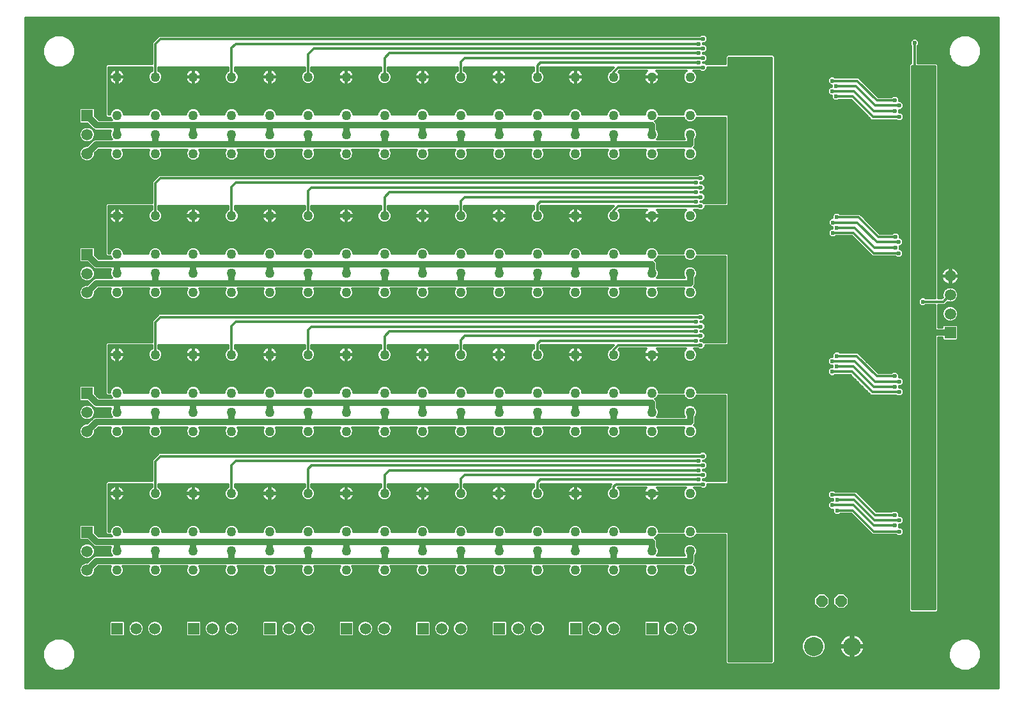
<source format=gbl>
G75*
%MOIN*%
%OFA0B0*%
%FSLAX25Y25*%
%IPPOS*%
%LPD*%
%AMOC8*
5,1,8,0,0,1.08239X$1,22.5*
%
%ADD10C,0.05000*%
%ADD11R,0.05906X0.05906*%
%ADD12C,0.05906*%
%ADD13C,0.10000*%
%ADD14C,0.09449*%
%ADD15OC8,0.05906*%
%ADD16C,0.01200*%
%ADD17C,0.02362*%
%ADD18C,0.03200*%
D10*
X0104741Y0139661D03*
X0104741Y0149661D03*
X0104741Y0159661D03*
X0124741Y0159661D03*
X0124741Y0149661D03*
X0124741Y0139661D03*
X0144583Y0139661D03*
X0144583Y0149661D03*
X0144583Y0159661D03*
X0164583Y0159661D03*
X0164583Y0149661D03*
X0164583Y0139661D03*
X0184426Y0139661D03*
X0184426Y0149661D03*
X0184426Y0159661D03*
X0204426Y0159661D03*
X0204426Y0149661D03*
X0204426Y0139661D03*
X0224268Y0139661D03*
X0224268Y0149661D03*
X0224268Y0159661D03*
X0244268Y0159661D03*
X0244268Y0149661D03*
X0244268Y0139661D03*
X0264111Y0139661D03*
X0264111Y0149661D03*
X0264111Y0159661D03*
X0284111Y0159661D03*
X0284111Y0149661D03*
X0284111Y0139661D03*
X0303953Y0139661D03*
X0303953Y0149661D03*
X0303953Y0159661D03*
X0323953Y0159661D03*
X0323953Y0149661D03*
X0323953Y0139661D03*
X0343796Y0139661D03*
X0343796Y0149661D03*
X0343796Y0159661D03*
X0363796Y0159661D03*
X0363796Y0149661D03*
X0363796Y0139661D03*
X0383638Y0139661D03*
X0383638Y0149661D03*
X0383638Y0159661D03*
X0403638Y0159661D03*
X0403638Y0149661D03*
X0403638Y0139661D03*
X0403638Y0179661D03*
X0383638Y0179661D03*
X0363796Y0179661D03*
X0343796Y0179661D03*
X0323953Y0179661D03*
X0303953Y0179661D03*
X0284111Y0179661D03*
X0264111Y0179661D03*
X0244268Y0179661D03*
X0224268Y0179661D03*
X0204426Y0179661D03*
X0184426Y0179661D03*
X0164583Y0179661D03*
X0144583Y0179661D03*
X0124741Y0179661D03*
X0104741Y0179661D03*
X0104741Y0212161D03*
X0104741Y0222161D03*
X0104741Y0232161D03*
X0124741Y0232161D03*
X0124741Y0222161D03*
X0124741Y0212161D03*
X0144583Y0212161D03*
X0144583Y0222161D03*
X0144583Y0232161D03*
X0164583Y0232161D03*
X0164583Y0222161D03*
X0164583Y0212161D03*
X0184426Y0212161D03*
X0184426Y0222161D03*
X0184426Y0232161D03*
X0204426Y0232161D03*
X0204426Y0222161D03*
X0204426Y0212161D03*
X0224268Y0212161D03*
X0224268Y0222161D03*
X0224268Y0232161D03*
X0244268Y0232161D03*
X0244268Y0222161D03*
X0244268Y0212161D03*
X0264111Y0212161D03*
X0264111Y0222161D03*
X0264111Y0232161D03*
X0284111Y0232161D03*
X0284111Y0222161D03*
X0284111Y0212161D03*
X0303953Y0212161D03*
X0303953Y0222161D03*
X0303953Y0232161D03*
X0323953Y0232161D03*
X0323953Y0222161D03*
X0323953Y0212161D03*
X0343796Y0212161D03*
X0343796Y0222161D03*
X0343796Y0232161D03*
X0363796Y0232161D03*
X0363796Y0222161D03*
X0363796Y0212161D03*
X0383638Y0212161D03*
X0383638Y0222161D03*
X0383638Y0232161D03*
X0403638Y0232161D03*
X0403638Y0222161D03*
X0403638Y0212161D03*
X0403638Y0252161D03*
X0383638Y0252161D03*
X0363796Y0252161D03*
X0343796Y0252161D03*
X0323953Y0252161D03*
X0303953Y0252161D03*
X0284111Y0252161D03*
X0264111Y0252161D03*
X0244268Y0252161D03*
X0224268Y0252161D03*
X0204426Y0252161D03*
X0184426Y0252161D03*
X0164583Y0252161D03*
X0144583Y0252161D03*
X0124741Y0252161D03*
X0104741Y0252161D03*
X0104741Y0284661D03*
X0104741Y0294661D03*
X0104741Y0304661D03*
X0124741Y0304661D03*
X0124741Y0294661D03*
X0124741Y0284661D03*
X0144583Y0284661D03*
X0144583Y0294661D03*
X0144583Y0304661D03*
X0164583Y0304661D03*
X0164583Y0294661D03*
X0164583Y0284661D03*
X0184426Y0284661D03*
X0184426Y0294661D03*
X0184426Y0304661D03*
X0204426Y0304661D03*
X0204426Y0294661D03*
X0204426Y0284661D03*
X0224268Y0284661D03*
X0224268Y0294661D03*
X0224268Y0304661D03*
X0244268Y0304661D03*
X0244268Y0294661D03*
X0244268Y0284661D03*
X0264111Y0284661D03*
X0264111Y0294661D03*
X0264111Y0304661D03*
X0284111Y0304661D03*
X0284111Y0294661D03*
X0284111Y0284661D03*
X0303953Y0284661D03*
X0303953Y0294661D03*
X0303953Y0304661D03*
X0323953Y0304661D03*
X0323953Y0294661D03*
X0323953Y0284661D03*
X0343796Y0284661D03*
X0343796Y0294661D03*
X0343796Y0304661D03*
X0363796Y0304661D03*
X0363796Y0294661D03*
X0363796Y0284661D03*
X0383638Y0284661D03*
X0383638Y0294661D03*
X0383638Y0304661D03*
X0403638Y0304661D03*
X0403638Y0294661D03*
X0403638Y0284661D03*
X0403638Y0324661D03*
X0383638Y0324661D03*
X0363796Y0324661D03*
X0343796Y0324661D03*
X0323953Y0324661D03*
X0303953Y0324661D03*
X0284111Y0324661D03*
X0264111Y0324661D03*
X0244268Y0324661D03*
X0224268Y0324661D03*
X0204426Y0324661D03*
X0184426Y0324661D03*
X0164583Y0324661D03*
X0144583Y0324661D03*
X0124741Y0324661D03*
X0104741Y0324661D03*
X0104741Y0357161D03*
X0104741Y0367161D03*
X0104741Y0377161D03*
X0124741Y0377161D03*
X0124741Y0367161D03*
X0124741Y0357161D03*
X0144583Y0357161D03*
X0144583Y0367161D03*
X0144583Y0377161D03*
X0164583Y0377161D03*
X0164583Y0367161D03*
X0164583Y0357161D03*
X0184426Y0357161D03*
X0184426Y0367161D03*
X0184426Y0377161D03*
X0204426Y0377161D03*
X0204426Y0367161D03*
X0204426Y0357161D03*
X0224268Y0357161D03*
X0224268Y0367161D03*
X0224268Y0377161D03*
X0244268Y0377161D03*
X0244268Y0367161D03*
X0244268Y0357161D03*
X0264111Y0357161D03*
X0264111Y0367161D03*
X0264111Y0377161D03*
X0284111Y0377161D03*
X0284111Y0367161D03*
X0284111Y0357161D03*
X0303953Y0357161D03*
X0303953Y0367161D03*
X0303953Y0377161D03*
X0323953Y0377161D03*
X0323953Y0367161D03*
X0323953Y0357161D03*
X0343796Y0357161D03*
X0343796Y0367161D03*
X0343796Y0377161D03*
X0363796Y0377161D03*
X0363796Y0367161D03*
X0363796Y0357161D03*
X0383638Y0357161D03*
X0383638Y0367161D03*
X0383638Y0377161D03*
X0403638Y0377161D03*
X0403638Y0367161D03*
X0403638Y0357161D03*
X0403638Y0397161D03*
X0383638Y0397161D03*
X0363796Y0397161D03*
X0343796Y0397161D03*
X0323953Y0397161D03*
X0303953Y0397161D03*
X0284111Y0397161D03*
X0264111Y0397161D03*
X0244268Y0397161D03*
X0224268Y0397161D03*
X0204426Y0397161D03*
X0184426Y0397161D03*
X0164583Y0397161D03*
X0144583Y0397161D03*
X0124741Y0397161D03*
X0104741Y0397161D03*
D11*
X0089209Y0376846D03*
X0089209Y0304346D03*
X0089209Y0231846D03*
X0089209Y0159346D03*
X0104898Y0109091D03*
X0144741Y0109091D03*
X0184583Y0109091D03*
X0224426Y0109091D03*
X0264268Y0109091D03*
X0304111Y0109091D03*
X0343953Y0109091D03*
X0383796Y0109091D03*
X0539337Y0263648D03*
D12*
X0539337Y0273490D03*
X0539337Y0283333D03*
X0539337Y0293175D03*
X0403481Y0109091D03*
X0393638Y0109091D03*
X0363638Y0109091D03*
X0353796Y0109091D03*
X0323796Y0109091D03*
X0313953Y0109091D03*
X0283953Y0109091D03*
X0274111Y0109091D03*
X0244111Y0109091D03*
X0234268Y0109091D03*
X0204268Y0109091D03*
X0194426Y0109091D03*
X0164426Y0109091D03*
X0154583Y0109091D03*
X0124583Y0109091D03*
X0114741Y0109091D03*
X0089209Y0139661D03*
X0089209Y0149504D03*
X0089209Y0212161D03*
X0089209Y0222004D03*
X0089209Y0284661D03*
X0089209Y0294504D03*
X0089209Y0357161D03*
X0089209Y0367004D03*
D13*
X0468087Y0099819D03*
D14*
X0488087Y0099819D03*
D15*
X0482388Y0123372D03*
X0472388Y0123372D03*
D16*
X0057073Y0078057D02*
X0057073Y0428038D01*
X0564535Y0428038D01*
X0564535Y0078057D01*
X0057073Y0078057D01*
X0057073Y0078279D02*
X0564535Y0078279D01*
X0564535Y0079477D02*
X0057073Y0079477D01*
X0057073Y0080676D02*
X0564535Y0080676D01*
X0564535Y0081874D02*
X0057073Y0081874D01*
X0057073Y0083073D02*
X0564535Y0083073D01*
X0564535Y0084271D02*
X0057073Y0084271D01*
X0057073Y0085470D02*
X0564535Y0085470D01*
X0564535Y0086668D02*
X0057073Y0086668D01*
X0057073Y0087867D02*
X0071029Y0087867D01*
X0069783Y0088383D02*
X0072898Y0087093D01*
X0076269Y0087093D01*
X0079383Y0088383D01*
X0081767Y0090767D01*
X0083057Y0093881D01*
X0083057Y0097253D01*
X0081767Y0100367D01*
X0079383Y0102751D01*
X0076269Y0104041D01*
X0072898Y0104041D01*
X0069783Y0102751D01*
X0067399Y0100367D01*
X0066109Y0097253D01*
X0066109Y0093881D01*
X0067399Y0090767D01*
X0069783Y0088383D01*
X0069101Y0089066D02*
X0057073Y0089066D01*
X0057073Y0090264D02*
X0067902Y0090264D01*
X0067111Y0091463D02*
X0057073Y0091463D01*
X0057073Y0092661D02*
X0066615Y0092661D01*
X0066118Y0093860D02*
X0057073Y0093860D01*
X0057073Y0095058D02*
X0066109Y0095058D01*
X0066109Y0096257D02*
X0057073Y0096257D01*
X0057073Y0097455D02*
X0066193Y0097455D01*
X0066690Y0098654D02*
X0057073Y0098654D01*
X0057073Y0099852D02*
X0067186Y0099852D01*
X0068083Y0101051D02*
X0057073Y0101051D01*
X0057073Y0102249D02*
X0069281Y0102249D01*
X0071465Y0103448D02*
X0057073Y0103448D01*
X0057073Y0104646D02*
X0421956Y0104646D01*
X0421956Y0103448D02*
X0077701Y0103448D01*
X0079885Y0102249D02*
X0421956Y0102249D01*
X0421956Y0101051D02*
X0081084Y0101051D01*
X0081981Y0099852D02*
X0421956Y0099852D01*
X0421956Y0098654D02*
X0082477Y0098654D01*
X0082973Y0097455D02*
X0421956Y0097455D01*
X0421956Y0096257D02*
X0083057Y0096257D01*
X0083057Y0095058D02*
X0421956Y0095058D01*
X0421956Y0093860D02*
X0083048Y0093860D01*
X0082552Y0092661D02*
X0421956Y0092661D01*
X0421956Y0091463D02*
X0082055Y0091463D01*
X0081264Y0090264D02*
X0540343Y0090264D01*
X0539840Y0090767D02*
X0542224Y0088383D01*
X0545339Y0087093D01*
X0548710Y0087093D01*
X0551824Y0088383D01*
X0554208Y0090767D01*
X0555498Y0093881D01*
X0555498Y0097253D01*
X0554208Y0100367D01*
X0551824Y0102751D01*
X0548710Y0104041D01*
X0545339Y0104041D01*
X0542224Y0102751D01*
X0539840Y0100367D01*
X0538550Y0097253D01*
X0538550Y0093881D01*
X0539840Y0090767D01*
X0539552Y0091463D02*
X0447929Y0091463D01*
X0447929Y0091380D02*
X0447929Y0407824D01*
X0446880Y0408873D01*
X0423005Y0408873D01*
X0421956Y0407824D01*
X0421956Y0403952D01*
X0412023Y0403952D01*
X0411442Y0404533D01*
X0410370Y0404533D01*
X0410370Y0404711D01*
X0411442Y0404711D01*
X0412831Y0406100D01*
X0412831Y0408065D01*
X0411442Y0409454D01*
X0410370Y0409454D01*
X0410370Y0409632D01*
X0411442Y0409632D01*
X0412831Y0411022D01*
X0412831Y0412986D01*
X0411442Y0414376D01*
X0410370Y0414376D01*
X0410370Y0414554D01*
X0411442Y0414554D01*
X0412831Y0415943D01*
X0412831Y0417908D01*
X0411442Y0419297D01*
X0409477Y0419297D01*
X0408896Y0418716D01*
X0126745Y0418716D01*
X0122950Y0414921D01*
X0122950Y0403952D01*
X0099678Y0403952D01*
X0098629Y0402903D01*
X0098629Y0376813D01*
X0099678Y0375765D01*
X0101325Y0375765D01*
X0101612Y0375071D01*
X0101967Y0374716D01*
X0095286Y0374716D01*
X0093353Y0376650D01*
X0093353Y0380292D01*
X0092655Y0380990D01*
X0085763Y0380990D01*
X0085066Y0380292D01*
X0085066Y0373401D01*
X0085763Y0372703D01*
X0089406Y0372703D01*
X0091765Y0370344D01*
X0092550Y0369559D01*
X0093575Y0369135D01*
X0101564Y0369135D01*
X0101050Y0367896D01*
X0101050Y0366427D01*
X0101612Y0365071D01*
X0101967Y0364716D01*
X0093418Y0364716D01*
X0092392Y0364291D01*
X0089406Y0361305D01*
X0088385Y0361305D01*
X0086862Y0360674D01*
X0085697Y0359508D01*
X0085066Y0357986D01*
X0085066Y0356337D01*
X0085697Y0354814D01*
X0086862Y0353649D01*
X0088385Y0353018D01*
X0090033Y0353018D01*
X0091556Y0353649D01*
X0092722Y0354814D01*
X0093353Y0356337D01*
X0093353Y0357358D01*
X0095129Y0359135D01*
X0101564Y0359135D01*
X0101050Y0357896D01*
X0101050Y0356427D01*
X0101612Y0355071D01*
X0102650Y0354033D01*
X0104007Y0353471D01*
X0105475Y0353471D01*
X0106831Y0354033D01*
X0107870Y0355071D01*
X0108431Y0356427D01*
X0108431Y0357896D01*
X0107918Y0359135D01*
X0121564Y0359135D01*
X0121050Y0357896D01*
X0121050Y0356427D01*
X0121612Y0355071D01*
X0122650Y0354033D01*
X0124007Y0353471D01*
X0125475Y0353471D01*
X0126831Y0354033D01*
X0127870Y0355071D01*
X0128431Y0356427D01*
X0128431Y0357896D01*
X0127918Y0359135D01*
X0141406Y0359135D01*
X0140893Y0357896D01*
X0140893Y0356427D01*
X0141455Y0355071D01*
X0142493Y0354033D01*
X0143849Y0353471D01*
X0145317Y0353471D01*
X0146674Y0354033D01*
X0147712Y0355071D01*
X0148274Y0356427D01*
X0148274Y0357896D01*
X0147761Y0359135D01*
X0161406Y0359135D01*
X0160893Y0357896D01*
X0160893Y0356427D01*
X0161455Y0355071D01*
X0162493Y0354033D01*
X0163849Y0353471D01*
X0165317Y0353471D01*
X0166674Y0354033D01*
X0167712Y0355071D01*
X0168274Y0356427D01*
X0168274Y0357896D01*
X0167761Y0359135D01*
X0181249Y0359135D01*
X0180735Y0357896D01*
X0180735Y0356427D01*
X0181297Y0355071D01*
X0182335Y0354033D01*
X0183692Y0353471D01*
X0185160Y0353471D01*
X0186516Y0354033D01*
X0187555Y0355071D01*
X0188116Y0356427D01*
X0188116Y0357896D01*
X0187603Y0359135D01*
X0201249Y0359135D01*
X0200735Y0357896D01*
X0200735Y0356427D01*
X0201297Y0355071D01*
X0202335Y0354033D01*
X0203692Y0353471D01*
X0205160Y0353471D01*
X0206516Y0354033D01*
X0207555Y0355071D01*
X0208116Y0356427D01*
X0208116Y0357896D01*
X0207603Y0359135D01*
X0221091Y0359135D01*
X0220578Y0357896D01*
X0220578Y0356427D01*
X0221140Y0355071D01*
X0222178Y0354033D01*
X0223534Y0353471D01*
X0225002Y0353471D01*
X0226359Y0354033D01*
X0227397Y0355071D01*
X0227959Y0356427D01*
X0227959Y0357896D01*
X0227446Y0359135D01*
X0241091Y0359135D01*
X0240578Y0357896D01*
X0240578Y0356427D01*
X0241140Y0355071D01*
X0242178Y0354033D01*
X0243534Y0353471D01*
X0245002Y0353471D01*
X0246359Y0354033D01*
X0247397Y0355071D01*
X0247959Y0356427D01*
X0247959Y0357896D01*
X0247446Y0359135D01*
X0260934Y0359135D01*
X0260420Y0357896D01*
X0260420Y0356427D01*
X0260982Y0355071D01*
X0262020Y0354033D01*
X0263377Y0353471D01*
X0264845Y0353471D01*
X0266201Y0354033D01*
X0267240Y0355071D01*
X0267801Y0356427D01*
X0267801Y0357896D01*
X0267288Y0359135D01*
X0280934Y0359135D01*
X0280420Y0357896D01*
X0280420Y0356427D01*
X0280982Y0355071D01*
X0282020Y0354033D01*
X0283377Y0353471D01*
X0284845Y0353471D01*
X0286201Y0354033D01*
X0287240Y0355071D01*
X0287801Y0356427D01*
X0287801Y0357896D01*
X0287288Y0359135D01*
X0300776Y0359135D01*
X0300263Y0357896D01*
X0300263Y0356427D01*
X0300825Y0355071D01*
X0301863Y0354033D01*
X0303219Y0353471D01*
X0304688Y0353471D01*
X0306044Y0354033D01*
X0307082Y0355071D01*
X0307644Y0356427D01*
X0307644Y0357896D01*
X0307131Y0359135D01*
X0320776Y0359135D01*
X0320263Y0357896D01*
X0320263Y0356427D01*
X0320825Y0355071D01*
X0321863Y0354033D01*
X0323219Y0353471D01*
X0324688Y0353471D01*
X0326044Y0354033D01*
X0327082Y0355071D01*
X0327644Y0356427D01*
X0327644Y0357896D01*
X0327131Y0359135D01*
X0340619Y0359135D01*
X0340105Y0357896D01*
X0340105Y0356427D01*
X0340667Y0355071D01*
X0341705Y0354033D01*
X0343062Y0353471D01*
X0344530Y0353471D01*
X0345886Y0354033D01*
X0346925Y0355071D01*
X0347486Y0356427D01*
X0347486Y0357896D01*
X0346973Y0359135D01*
X0360619Y0359135D01*
X0360105Y0357896D01*
X0360105Y0356427D01*
X0360667Y0355071D01*
X0361705Y0354033D01*
X0363062Y0353471D01*
X0364530Y0353471D01*
X0365886Y0354033D01*
X0366925Y0355071D01*
X0367486Y0356427D01*
X0367486Y0357896D01*
X0366973Y0359135D01*
X0380461Y0359135D01*
X0379948Y0357896D01*
X0379948Y0356427D01*
X0380510Y0355071D01*
X0381548Y0354033D01*
X0382904Y0353471D01*
X0384373Y0353471D01*
X0385729Y0354033D01*
X0386767Y0355071D01*
X0387329Y0356427D01*
X0387329Y0357896D01*
X0386816Y0359135D01*
X0400461Y0359135D01*
X0399948Y0357896D01*
X0399948Y0356427D01*
X0400510Y0355071D01*
X0401548Y0354033D01*
X0402904Y0353471D01*
X0404373Y0353471D01*
X0405729Y0354033D01*
X0406767Y0355071D01*
X0407329Y0356427D01*
X0407329Y0357896D01*
X0406767Y0359252D01*
X0405839Y0360180D01*
X0406004Y0360344D01*
X0406429Y0361370D01*
X0406429Y0364733D01*
X0406767Y0365071D01*
X0407329Y0366427D01*
X0407329Y0367896D01*
X0406767Y0369252D01*
X0405729Y0370290D01*
X0404373Y0370852D01*
X0402904Y0370852D01*
X0401548Y0370290D01*
X0400510Y0369252D01*
X0399948Y0367896D01*
X0399948Y0366427D01*
X0400510Y0365071D01*
X0400848Y0364733D01*
X0400848Y0364716D01*
X0386412Y0364716D01*
X0386767Y0365071D01*
X0387329Y0366427D01*
X0387329Y0367896D01*
X0386767Y0369252D01*
X0386429Y0369590D01*
X0386429Y0372480D01*
X0386004Y0373506D01*
X0385551Y0373959D01*
X0385729Y0374033D01*
X0386767Y0375071D01*
X0387054Y0375765D01*
X0400222Y0375765D01*
X0400510Y0375071D01*
X0401548Y0374033D01*
X0402904Y0373471D01*
X0404373Y0373471D01*
X0405729Y0374033D01*
X0406767Y0375071D01*
X0407054Y0375765D01*
X0421956Y0375765D01*
X0421956Y0331363D01*
X0410792Y0331363D01*
X0410211Y0331944D01*
X0409140Y0331944D01*
X0409140Y0332122D01*
X0410211Y0332122D01*
X0411601Y0333512D01*
X0411601Y0335476D01*
X0410211Y0336866D01*
X0409140Y0336866D01*
X0409140Y0337044D01*
X0410211Y0337044D01*
X0411601Y0338433D01*
X0411601Y0340398D01*
X0410211Y0341787D01*
X0409140Y0341787D01*
X0409140Y0341965D01*
X0410211Y0341965D01*
X0411601Y0343354D01*
X0411601Y0345319D01*
X0410211Y0346708D01*
X0408247Y0346708D01*
X0407666Y0346127D01*
X0126745Y0346127D01*
X0122950Y0342332D01*
X0122950Y0331363D01*
X0099678Y0331363D01*
X0098629Y0330315D01*
X0098629Y0304225D01*
X0099678Y0303176D01*
X0101361Y0303176D01*
X0101612Y0302571D01*
X0101967Y0302216D01*
X0095286Y0302216D01*
X0093353Y0304150D01*
X0093353Y0307792D01*
X0092655Y0308490D01*
X0085763Y0308490D01*
X0085066Y0307792D01*
X0085066Y0300901D01*
X0085763Y0300203D01*
X0089406Y0300203D01*
X0092550Y0297059D01*
X0093575Y0296635D01*
X0101564Y0296635D01*
X0101050Y0295396D01*
X0101050Y0293927D01*
X0101612Y0292571D01*
X0101967Y0292216D01*
X0093418Y0292216D01*
X0092392Y0291791D01*
X0089406Y0288805D01*
X0088385Y0288805D01*
X0086862Y0288174D01*
X0085697Y0287008D01*
X0085066Y0285486D01*
X0085066Y0283837D01*
X0085697Y0282314D01*
X0086862Y0281149D01*
X0088385Y0280518D01*
X0090033Y0280518D01*
X0091556Y0281149D01*
X0092722Y0282314D01*
X0093353Y0283837D01*
X0093353Y0284858D01*
X0095129Y0286635D01*
X0101564Y0286635D01*
X0101050Y0285396D01*
X0101050Y0283927D01*
X0101612Y0282571D01*
X0102650Y0281533D01*
X0104007Y0280971D01*
X0105475Y0280971D01*
X0106831Y0281533D01*
X0107870Y0282571D01*
X0108431Y0283927D01*
X0108431Y0285396D01*
X0107918Y0286635D01*
X0121564Y0286635D01*
X0121050Y0285396D01*
X0121050Y0283927D01*
X0121612Y0282571D01*
X0122650Y0281533D01*
X0124007Y0280971D01*
X0125475Y0280971D01*
X0126831Y0281533D01*
X0127870Y0282571D01*
X0128431Y0283927D01*
X0128431Y0285396D01*
X0127918Y0286635D01*
X0141406Y0286635D01*
X0140893Y0285396D01*
X0140893Y0283927D01*
X0141455Y0282571D01*
X0142493Y0281533D01*
X0143849Y0280971D01*
X0145317Y0280971D01*
X0146674Y0281533D01*
X0147712Y0282571D01*
X0148274Y0283927D01*
X0148274Y0285396D01*
X0147761Y0286635D01*
X0161406Y0286635D01*
X0160893Y0285396D01*
X0160893Y0283927D01*
X0161455Y0282571D01*
X0162493Y0281533D01*
X0163849Y0280971D01*
X0165317Y0280971D01*
X0166674Y0281533D01*
X0167712Y0282571D01*
X0168274Y0283927D01*
X0168274Y0285396D01*
X0167761Y0286635D01*
X0181249Y0286635D01*
X0180735Y0285396D01*
X0180735Y0283927D01*
X0181297Y0282571D01*
X0182335Y0281533D01*
X0183692Y0280971D01*
X0185160Y0280971D01*
X0186516Y0281533D01*
X0187555Y0282571D01*
X0188116Y0283927D01*
X0188116Y0285396D01*
X0187603Y0286635D01*
X0201249Y0286635D01*
X0200735Y0285396D01*
X0200735Y0283927D01*
X0201297Y0282571D01*
X0202335Y0281533D01*
X0203692Y0280971D01*
X0205160Y0280971D01*
X0206516Y0281533D01*
X0207555Y0282571D01*
X0208116Y0283927D01*
X0208116Y0285396D01*
X0207603Y0286635D01*
X0221091Y0286635D01*
X0220578Y0285396D01*
X0220578Y0283927D01*
X0221140Y0282571D01*
X0222178Y0281533D01*
X0223534Y0280971D01*
X0225002Y0280971D01*
X0226359Y0281533D01*
X0227397Y0282571D01*
X0227959Y0283927D01*
X0227959Y0285396D01*
X0227446Y0286635D01*
X0241091Y0286635D01*
X0240578Y0285396D01*
X0240578Y0283927D01*
X0241140Y0282571D01*
X0242178Y0281533D01*
X0243534Y0280971D01*
X0245002Y0280971D01*
X0246359Y0281533D01*
X0247397Y0282571D01*
X0247959Y0283927D01*
X0247959Y0285396D01*
X0247446Y0286635D01*
X0260934Y0286635D01*
X0260420Y0285396D01*
X0260420Y0283927D01*
X0260982Y0282571D01*
X0262020Y0281533D01*
X0263377Y0280971D01*
X0264845Y0280971D01*
X0266201Y0281533D01*
X0267240Y0282571D01*
X0267801Y0283927D01*
X0267801Y0285396D01*
X0267288Y0286635D01*
X0280934Y0286635D01*
X0280420Y0285396D01*
X0280420Y0283927D01*
X0280982Y0282571D01*
X0282020Y0281533D01*
X0283377Y0280971D01*
X0284845Y0280971D01*
X0286201Y0281533D01*
X0287240Y0282571D01*
X0287801Y0283927D01*
X0287801Y0285396D01*
X0287288Y0286635D01*
X0300776Y0286635D01*
X0300263Y0285396D01*
X0300263Y0283927D01*
X0300825Y0282571D01*
X0301863Y0281533D01*
X0303219Y0280971D01*
X0304688Y0280971D01*
X0306044Y0281533D01*
X0307082Y0282571D01*
X0307644Y0283927D01*
X0307644Y0285396D01*
X0307131Y0286635D01*
X0320776Y0286635D01*
X0320263Y0285396D01*
X0320263Y0283927D01*
X0320825Y0282571D01*
X0321863Y0281533D01*
X0323219Y0280971D01*
X0324688Y0280971D01*
X0326044Y0281533D01*
X0327082Y0282571D01*
X0327644Y0283927D01*
X0327644Y0285396D01*
X0327131Y0286635D01*
X0340619Y0286635D01*
X0340105Y0285396D01*
X0340105Y0283927D01*
X0340667Y0282571D01*
X0341705Y0281533D01*
X0343062Y0280971D01*
X0344530Y0280971D01*
X0345886Y0281533D01*
X0346925Y0282571D01*
X0347486Y0283927D01*
X0347486Y0285396D01*
X0346973Y0286635D01*
X0360619Y0286635D01*
X0360105Y0285396D01*
X0360105Y0283927D01*
X0360667Y0282571D01*
X0361705Y0281533D01*
X0363062Y0280971D01*
X0364530Y0280971D01*
X0365886Y0281533D01*
X0366925Y0282571D01*
X0367486Y0283927D01*
X0367486Y0285396D01*
X0366973Y0286635D01*
X0380461Y0286635D01*
X0379948Y0285396D01*
X0379948Y0283927D01*
X0380510Y0282571D01*
X0381548Y0281533D01*
X0382904Y0280971D01*
X0384373Y0280971D01*
X0385729Y0281533D01*
X0386767Y0282571D01*
X0387329Y0283927D01*
X0387329Y0285396D01*
X0386816Y0286635D01*
X0400461Y0286635D01*
X0399948Y0285396D01*
X0399948Y0283927D01*
X0400510Y0282571D01*
X0401548Y0281533D01*
X0402904Y0280971D01*
X0404373Y0280971D01*
X0405729Y0281533D01*
X0406767Y0282571D01*
X0407329Y0283927D01*
X0407329Y0285396D01*
X0406767Y0286752D01*
X0405839Y0287680D01*
X0406004Y0287844D01*
X0406429Y0288870D01*
X0406429Y0292233D01*
X0406767Y0292571D01*
X0407329Y0293927D01*
X0407329Y0295396D01*
X0406767Y0296752D01*
X0405729Y0297790D01*
X0404373Y0298352D01*
X0402904Y0298352D01*
X0401548Y0297790D01*
X0400510Y0296752D01*
X0399948Y0295396D01*
X0399948Y0293927D01*
X0400510Y0292571D01*
X0400848Y0292233D01*
X0400848Y0292216D01*
X0386412Y0292216D01*
X0386767Y0292571D01*
X0387329Y0293927D01*
X0387329Y0295396D01*
X0386767Y0296752D01*
X0386429Y0297090D01*
X0386429Y0299980D01*
X0386004Y0301006D01*
X0385551Y0301459D01*
X0385729Y0301533D01*
X0386767Y0302571D01*
X0387018Y0303176D01*
X0400259Y0303176D01*
X0400510Y0302571D01*
X0401548Y0301533D01*
X0402904Y0300971D01*
X0404373Y0300971D01*
X0405729Y0301533D01*
X0406767Y0302571D01*
X0407018Y0303176D01*
X0421956Y0303176D01*
X0421956Y0258775D01*
X0410792Y0258775D01*
X0410211Y0259356D01*
X0409140Y0259356D01*
X0409140Y0259534D01*
X0410211Y0259534D01*
X0411601Y0260923D01*
X0411601Y0262888D01*
X0410211Y0264277D01*
X0409140Y0264277D01*
X0409140Y0264455D01*
X0410211Y0264455D01*
X0411601Y0265844D01*
X0411601Y0267809D01*
X0410211Y0269198D01*
X0409140Y0269198D01*
X0409140Y0269376D01*
X0410211Y0269376D01*
X0411601Y0270766D01*
X0411601Y0272730D01*
X0410211Y0274120D01*
X0408247Y0274120D01*
X0407666Y0273539D01*
X0126745Y0273539D01*
X0122950Y0269744D01*
X0122950Y0258775D01*
X0099678Y0258775D01*
X0098629Y0257726D01*
X0098629Y0231636D01*
X0099678Y0230587D01*
X0101398Y0230587D01*
X0101612Y0230071D01*
X0101967Y0229716D01*
X0095286Y0229716D01*
X0093353Y0231650D01*
X0093353Y0235292D01*
X0092655Y0235990D01*
X0085763Y0235990D01*
X0085066Y0235292D01*
X0085066Y0228401D01*
X0085763Y0227703D01*
X0089406Y0227703D01*
X0092550Y0224559D01*
X0093575Y0224135D01*
X0101564Y0224135D01*
X0101050Y0222896D01*
X0101050Y0221427D01*
X0101612Y0220071D01*
X0101967Y0219716D01*
X0093418Y0219716D01*
X0092392Y0219291D01*
X0089406Y0216305D01*
X0088385Y0216305D01*
X0086862Y0215674D01*
X0085697Y0214508D01*
X0085066Y0212986D01*
X0085066Y0211337D01*
X0085697Y0209814D01*
X0086862Y0208649D01*
X0088385Y0208018D01*
X0090033Y0208018D01*
X0091556Y0208649D01*
X0092722Y0209814D01*
X0093353Y0211337D01*
X0093353Y0212358D01*
X0095129Y0214135D01*
X0101564Y0214135D01*
X0101050Y0212896D01*
X0101050Y0211427D01*
X0101612Y0210071D01*
X0102650Y0209033D01*
X0104007Y0208471D01*
X0105475Y0208471D01*
X0106831Y0209033D01*
X0107870Y0210071D01*
X0108431Y0211427D01*
X0108431Y0212896D01*
X0107918Y0214135D01*
X0121564Y0214135D01*
X0121050Y0212896D01*
X0121050Y0211427D01*
X0121612Y0210071D01*
X0122650Y0209033D01*
X0124007Y0208471D01*
X0125475Y0208471D01*
X0126831Y0209033D01*
X0127870Y0210071D01*
X0128431Y0211427D01*
X0128431Y0212896D01*
X0127918Y0214135D01*
X0141406Y0214135D01*
X0140893Y0212896D01*
X0140893Y0211427D01*
X0141455Y0210071D01*
X0142493Y0209033D01*
X0143849Y0208471D01*
X0145317Y0208471D01*
X0146674Y0209033D01*
X0147712Y0210071D01*
X0148274Y0211427D01*
X0148274Y0212896D01*
X0147761Y0214135D01*
X0161406Y0214135D01*
X0160893Y0212896D01*
X0160893Y0211427D01*
X0161455Y0210071D01*
X0162493Y0209033D01*
X0163849Y0208471D01*
X0165317Y0208471D01*
X0166674Y0209033D01*
X0167712Y0210071D01*
X0168274Y0211427D01*
X0168274Y0212896D01*
X0167761Y0214135D01*
X0181249Y0214135D01*
X0180735Y0212896D01*
X0180735Y0211427D01*
X0181297Y0210071D01*
X0182335Y0209033D01*
X0183692Y0208471D01*
X0185160Y0208471D01*
X0186516Y0209033D01*
X0187555Y0210071D01*
X0188116Y0211427D01*
X0188116Y0212896D01*
X0187603Y0214135D01*
X0201249Y0214135D01*
X0200735Y0212896D01*
X0200735Y0211427D01*
X0201297Y0210071D01*
X0202335Y0209033D01*
X0203692Y0208471D01*
X0205160Y0208471D01*
X0206516Y0209033D01*
X0207555Y0210071D01*
X0208116Y0211427D01*
X0208116Y0212896D01*
X0207603Y0214135D01*
X0221091Y0214135D01*
X0220578Y0212896D01*
X0220578Y0211427D01*
X0221140Y0210071D01*
X0222178Y0209033D01*
X0223534Y0208471D01*
X0225002Y0208471D01*
X0226359Y0209033D01*
X0227397Y0210071D01*
X0227959Y0211427D01*
X0227959Y0212896D01*
X0227446Y0214135D01*
X0241091Y0214135D01*
X0240578Y0212896D01*
X0240578Y0211427D01*
X0241140Y0210071D01*
X0242178Y0209033D01*
X0243534Y0208471D01*
X0245002Y0208471D01*
X0246359Y0209033D01*
X0247397Y0210071D01*
X0247959Y0211427D01*
X0247959Y0212896D01*
X0247446Y0214135D01*
X0260934Y0214135D01*
X0260420Y0212896D01*
X0260420Y0211427D01*
X0260982Y0210071D01*
X0262020Y0209033D01*
X0263377Y0208471D01*
X0264845Y0208471D01*
X0266201Y0209033D01*
X0267240Y0210071D01*
X0267801Y0211427D01*
X0267801Y0212896D01*
X0267288Y0214135D01*
X0280934Y0214135D01*
X0280420Y0212896D01*
X0280420Y0211427D01*
X0280982Y0210071D01*
X0282020Y0209033D01*
X0283377Y0208471D01*
X0284845Y0208471D01*
X0286201Y0209033D01*
X0287240Y0210071D01*
X0287801Y0211427D01*
X0287801Y0212896D01*
X0287288Y0214135D01*
X0300776Y0214135D01*
X0300263Y0212896D01*
X0300263Y0211427D01*
X0300825Y0210071D01*
X0301863Y0209033D01*
X0303219Y0208471D01*
X0304688Y0208471D01*
X0306044Y0209033D01*
X0307082Y0210071D01*
X0307644Y0211427D01*
X0307644Y0212896D01*
X0307131Y0214135D01*
X0320776Y0214135D01*
X0320263Y0212896D01*
X0320263Y0211427D01*
X0320825Y0210071D01*
X0321863Y0209033D01*
X0323219Y0208471D01*
X0324688Y0208471D01*
X0326044Y0209033D01*
X0327082Y0210071D01*
X0327644Y0211427D01*
X0327644Y0212896D01*
X0327131Y0214135D01*
X0340619Y0214135D01*
X0340105Y0212896D01*
X0340105Y0211427D01*
X0340667Y0210071D01*
X0341705Y0209033D01*
X0343062Y0208471D01*
X0344530Y0208471D01*
X0345886Y0209033D01*
X0346925Y0210071D01*
X0347486Y0211427D01*
X0347486Y0212896D01*
X0346973Y0214135D01*
X0360619Y0214135D01*
X0360105Y0212896D01*
X0360105Y0211427D01*
X0360667Y0210071D01*
X0361705Y0209033D01*
X0363062Y0208471D01*
X0364530Y0208471D01*
X0365886Y0209033D01*
X0366925Y0210071D01*
X0367486Y0211427D01*
X0367486Y0212896D01*
X0366973Y0214135D01*
X0380461Y0214135D01*
X0379948Y0212896D01*
X0379948Y0211427D01*
X0380510Y0210071D01*
X0381548Y0209033D01*
X0382904Y0208471D01*
X0384373Y0208471D01*
X0385729Y0209033D01*
X0386767Y0210071D01*
X0387329Y0211427D01*
X0387329Y0212896D01*
X0386816Y0214135D01*
X0400461Y0214135D01*
X0399948Y0212896D01*
X0399948Y0211427D01*
X0400510Y0210071D01*
X0401548Y0209033D01*
X0402904Y0208471D01*
X0404373Y0208471D01*
X0405729Y0209033D01*
X0406767Y0210071D01*
X0407329Y0211427D01*
X0407329Y0212896D01*
X0406767Y0214252D01*
X0405839Y0215180D01*
X0406004Y0215344D01*
X0406429Y0216370D01*
X0406429Y0219733D01*
X0406767Y0220071D01*
X0407329Y0221427D01*
X0407329Y0222896D01*
X0406767Y0224252D01*
X0405729Y0225290D01*
X0404373Y0225852D01*
X0402904Y0225852D01*
X0401548Y0225290D01*
X0400510Y0224252D01*
X0399948Y0222896D01*
X0399948Y0221427D01*
X0400510Y0220071D01*
X0400848Y0219733D01*
X0400848Y0219716D01*
X0386412Y0219716D01*
X0386767Y0220071D01*
X0387329Y0221427D01*
X0387329Y0222896D01*
X0386767Y0224252D01*
X0386429Y0224590D01*
X0386429Y0227480D01*
X0386004Y0228506D01*
X0385551Y0228959D01*
X0385729Y0229033D01*
X0386767Y0230071D01*
X0386981Y0230587D01*
X0400296Y0230587D01*
X0400510Y0230071D01*
X0401548Y0229033D01*
X0402904Y0228471D01*
X0404373Y0228471D01*
X0405729Y0229033D01*
X0406767Y0230071D01*
X0406981Y0230587D01*
X0421956Y0230587D01*
X0421956Y0186186D01*
X0412023Y0186186D01*
X0411442Y0186767D01*
X0410370Y0186767D01*
X0410370Y0186945D01*
X0411442Y0186945D01*
X0412831Y0188335D01*
X0412831Y0190299D01*
X0411442Y0191689D01*
X0410370Y0191689D01*
X0410370Y0191867D01*
X0411442Y0191867D01*
X0412831Y0193256D01*
X0412831Y0195221D01*
X0411442Y0196610D01*
X0410370Y0196610D01*
X0410370Y0196788D01*
X0411442Y0196788D01*
X0412831Y0198177D01*
X0412831Y0200142D01*
X0411442Y0201531D01*
X0409477Y0201531D01*
X0408896Y0200950D01*
X0126745Y0200950D01*
X0122950Y0197155D01*
X0122950Y0186186D01*
X0099678Y0186186D01*
X0098629Y0185137D01*
X0098629Y0159048D01*
X0099678Y0157999D01*
X0101162Y0157999D01*
X0101435Y0157999D01*
X0101612Y0157571D01*
X0101967Y0157216D01*
X0095286Y0157216D01*
X0093353Y0159150D01*
X0093353Y0162792D01*
X0092655Y0163490D01*
X0085763Y0163490D01*
X0085066Y0162792D01*
X0085066Y0155901D01*
X0085763Y0155203D01*
X0089406Y0155203D01*
X0092550Y0152059D01*
X0093575Y0151635D01*
X0101564Y0151635D01*
X0101050Y0150396D01*
X0101050Y0148927D01*
X0101612Y0147571D01*
X0101967Y0147216D01*
X0093418Y0147216D01*
X0092392Y0146791D01*
X0089406Y0143805D01*
X0088385Y0143805D01*
X0086862Y0143174D01*
X0085697Y0142008D01*
X0085066Y0140486D01*
X0085066Y0138837D01*
X0085697Y0137314D01*
X0086862Y0136149D01*
X0088385Y0135518D01*
X0090033Y0135518D01*
X0091556Y0136149D01*
X0092722Y0137314D01*
X0093353Y0138837D01*
X0093353Y0139858D01*
X0095129Y0141635D01*
X0101564Y0141635D01*
X0101050Y0140396D01*
X0101050Y0138927D01*
X0101612Y0137571D01*
X0102650Y0136533D01*
X0104007Y0135971D01*
X0105475Y0135971D01*
X0106831Y0136533D01*
X0107870Y0137571D01*
X0108431Y0138927D01*
X0108431Y0140396D01*
X0107918Y0141635D01*
X0121564Y0141635D01*
X0121050Y0140396D01*
X0121050Y0138927D01*
X0121612Y0137571D01*
X0122650Y0136533D01*
X0124007Y0135971D01*
X0125475Y0135971D01*
X0126831Y0136533D01*
X0127870Y0137571D01*
X0128431Y0138927D01*
X0128431Y0140396D01*
X0127918Y0141635D01*
X0141406Y0141635D01*
X0140893Y0140396D01*
X0140893Y0138927D01*
X0141455Y0137571D01*
X0142493Y0136533D01*
X0143849Y0135971D01*
X0145317Y0135971D01*
X0146674Y0136533D01*
X0147712Y0137571D01*
X0148274Y0138927D01*
X0148274Y0140396D01*
X0147761Y0141635D01*
X0161406Y0141635D01*
X0160893Y0140396D01*
X0160893Y0138927D01*
X0161455Y0137571D01*
X0162493Y0136533D01*
X0163849Y0135971D01*
X0165317Y0135971D01*
X0166674Y0136533D01*
X0167712Y0137571D01*
X0168274Y0138927D01*
X0168274Y0140396D01*
X0167761Y0141635D01*
X0181249Y0141635D01*
X0180735Y0140396D01*
X0180735Y0138927D01*
X0181297Y0137571D01*
X0182335Y0136533D01*
X0183692Y0135971D01*
X0185160Y0135971D01*
X0186516Y0136533D01*
X0187555Y0137571D01*
X0188116Y0138927D01*
X0188116Y0140396D01*
X0187603Y0141635D01*
X0201249Y0141635D01*
X0200735Y0140396D01*
X0200735Y0138927D01*
X0201297Y0137571D01*
X0202335Y0136533D01*
X0203692Y0135971D01*
X0205160Y0135971D01*
X0206516Y0136533D01*
X0207555Y0137571D01*
X0208116Y0138927D01*
X0208116Y0140396D01*
X0207603Y0141635D01*
X0221091Y0141635D01*
X0220578Y0140396D01*
X0220578Y0138927D01*
X0221140Y0137571D01*
X0222178Y0136533D01*
X0223534Y0135971D01*
X0225002Y0135971D01*
X0226359Y0136533D01*
X0227397Y0137571D01*
X0227959Y0138927D01*
X0227959Y0140396D01*
X0227446Y0141635D01*
X0241091Y0141635D01*
X0240578Y0140396D01*
X0240578Y0138927D01*
X0241140Y0137571D01*
X0242178Y0136533D01*
X0243534Y0135971D01*
X0245002Y0135971D01*
X0246359Y0136533D01*
X0247397Y0137571D01*
X0247959Y0138927D01*
X0247959Y0140396D01*
X0247446Y0141635D01*
X0260934Y0141635D01*
X0260420Y0140396D01*
X0260420Y0138927D01*
X0260982Y0137571D01*
X0262020Y0136533D01*
X0263377Y0135971D01*
X0264845Y0135971D01*
X0266201Y0136533D01*
X0267240Y0137571D01*
X0267801Y0138927D01*
X0267801Y0140396D01*
X0267288Y0141635D01*
X0280934Y0141635D01*
X0280420Y0140396D01*
X0280420Y0138927D01*
X0280982Y0137571D01*
X0282020Y0136533D01*
X0283377Y0135971D01*
X0284845Y0135971D01*
X0286201Y0136533D01*
X0287240Y0137571D01*
X0287801Y0138927D01*
X0287801Y0140396D01*
X0287288Y0141635D01*
X0300776Y0141635D01*
X0300263Y0140396D01*
X0300263Y0138927D01*
X0300825Y0137571D01*
X0301863Y0136533D01*
X0303219Y0135971D01*
X0304688Y0135971D01*
X0306044Y0136533D01*
X0307082Y0137571D01*
X0307644Y0138927D01*
X0307644Y0140396D01*
X0307131Y0141635D01*
X0320776Y0141635D01*
X0320263Y0140396D01*
X0320263Y0138927D01*
X0320825Y0137571D01*
X0321863Y0136533D01*
X0323219Y0135971D01*
X0324688Y0135971D01*
X0326044Y0136533D01*
X0327082Y0137571D01*
X0327644Y0138927D01*
X0327644Y0140396D01*
X0327131Y0141635D01*
X0340619Y0141635D01*
X0340105Y0140396D01*
X0340105Y0138927D01*
X0340667Y0137571D01*
X0341705Y0136533D01*
X0343062Y0135971D01*
X0344530Y0135971D01*
X0345886Y0136533D01*
X0346925Y0137571D01*
X0347486Y0138927D01*
X0347486Y0140396D01*
X0346973Y0141635D01*
X0360619Y0141635D01*
X0360105Y0140396D01*
X0360105Y0138927D01*
X0360667Y0137571D01*
X0361705Y0136533D01*
X0363062Y0135971D01*
X0364530Y0135971D01*
X0365886Y0136533D01*
X0366925Y0137571D01*
X0367486Y0138927D01*
X0367486Y0140396D01*
X0366973Y0141635D01*
X0380461Y0141635D01*
X0379948Y0140396D01*
X0379948Y0138927D01*
X0380510Y0137571D01*
X0381548Y0136533D01*
X0382904Y0135971D01*
X0384373Y0135971D01*
X0385729Y0136533D01*
X0386767Y0137571D01*
X0387329Y0138927D01*
X0387329Y0140396D01*
X0386816Y0141635D01*
X0400461Y0141635D01*
X0399948Y0140396D01*
X0399948Y0138927D01*
X0400510Y0137571D01*
X0401548Y0136533D01*
X0402904Y0135971D01*
X0404373Y0135971D01*
X0405729Y0136533D01*
X0406767Y0137571D01*
X0407329Y0138927D01*
X0407329Y0140396D01*
X0406767Y0141752D01*
X0405839Y0142680D01*
X0406004Y0142844D01*
X0406429Y0143870D01*
X0406429Y0147233D01*
X0406767Y0147571D01*
X0407329Y0148927D01*
X0407329Y0150396D01*
X0406767Y0151752D01*
X0405729Y0152790D01*
X0404373Y0153352D01*
X0402904Y0153352D01*
X0401548Y0152790D01*
X0400510Y0151752D01*
X0399948Y0150396D01*
X0399948Y0148927D01*
X0400510Y0147571D01*
X0400848Y0147233D01*
X0400848Y0147216D01*
X0386412Y0147216D01*
X0386767Y0147571D01*
X0387329Y0148927D01*
X0387329Y0150396D01*
X0386767Y0151752D01*
X0386429Y0152090D01*
X0386429Y0154980D01*
X0386004Y0156006D01*
X0385551Y0156459D01*
X0385729Y0156533D01*
X0386767Y0157571D01*
X0386944Y0157999D01*
X0400332Y0157999D01*
X0400510Y0157571D01*
X0401548Y0156533D01*
X0402904Y0155971D01*
X0404373Y0155971D01*
X0405729Y0156533D01*
X0406767Y0157571D01*
X0406944Y0157999D01*
X0421956Y0157999D01*
X0421956Y0091380D01*
X0423005Y0090331D01*
X0446880Y0090331D01*
X0447929Y0091380D01*
X0447929Y0092661D02*
X0539056Y0092661D01*
X0538559Y0093860D02*
X0490213Y0093860D01*
X0490515Y0093958D02*
X0489568Y0093650D01*
X0488687Y0093511D01*
X0488687Y0099219D01*
X0487487Y0099219D01*
X0481779Y0099219D01*
X0481919Y0098338D01*
X0482226Y0097391D01*
X0482678Y0096504D01*
X0483263Y0095699D01*
X0483967Y0094995D01*
X0484773Y0094410D01*
X0485660Y0093958D01*
X0486606Y0093650D01*
X0487487Y0093511D01*
X0487487Y0099219D01*
X0487487Y0100419D01*
X0481779Y0100419D01*
X0481919Y0101300D01*
X0482226Y0102247D01*
X0482678Y0103134D01*
X0483263Y0103939D01*
X0483967Y0104643D01*
X0484773Y0105228D01*
X0485660Y0105680D01*
X0486606Y0105988D01*
X0487487Y0106127D01*
X0487487Y0100419D01*
X0488687Y0100419D01*
X0488687Y0106127D01*
X0489568Y0105988D01*
X0490515Y0105680D01*
X0491402Y0105228D01*
X0492207Y0104643D01*
X0492911Y0103939D01*
X0493496Y0103134D01*
X0493948Y0102247D01*
X0494256Y0101300D01*
X0494395Y0100419D01*
X0488687Y0100419D01*
X0488687Y0099219D01*
X0494395Y0099219D01*
X0494256Y0098338D01*
X0493948Y0097391D01*
X0493496Y0096504D01*
X0492911Y0095699D01*
X0492207Y0094995D01*
X0491402Y0094410D01*
X0490515Y0093958D01*
X0488687Y0093860D02*
X0487487Y0093860D01*
X0487487Y0095058D02*
X0488687Y0095058D01*
X0488687Y0096257D02*
X0487487Y0096257D01*
X0487487Y0097455D02*
X0488687Y0097455D01*
X0488687Y0098654D02*
X0487487Y0098654D01*
X0487487Y0099852D02*
X0474278Y0099852D01*
X0474278Y0101050D02*
X0473335Y0103326D01*
X0471594Y0105067D01*
X0469319Y0106009D01*
X0466856Y0106009D01*
X0464581Y0105067D01*
X0462839Y0103326D01*
X0461897Y0101050D01*
X0461897Y0098588D01*
X0462839Y0096312D01*
X0464581Y0094571D01*
X0466856Y0093628D01*
X0469319Y0093628D01*
X0471594Y0094571D01*
X0473335Y0096312D01*
X0474278Y0098588D01*
X0474278Y0101050D01*
X0474278Y0101051D02*
X0481879Y0101051D01*
X0482227Y0102249D02*
X0473781Y0102249D01*
X0473213Y0103448D02*
X0482906Y0103448D01*
X0483972Y0104646D02*
X0472015Y0104646D01*
X0469716Y0105845D02*
X0486167Y0105845D01*
X0487487Y0105845D02*
X0488687Y0105845D01*
X0488687Y0104646D02*
X0487487Y0104646D01*
X0487487Y0103448D02*
X0488687Y0103448D01*
X0488687Y0102249D02*
X0487487Y0102249D01*
X0487487Y0101051D02*
X0488687Y0101051D01*
X0488687Y0099852D02*
X0539627Y0099852D01*
X0539131Y0098654D02*
X0494306Y0098654D01*
X0493969Y0097455D02*
X0538634Y0097455D01*
X0538550Y0096257D02*
X0493316Y0096257D01*
X0492270Y0095058D02*
X0538550Y0095058D01*
X0540524Y0101051D02*
X0494295Y0101051D01*
X0493947Y0102249D02*
X0541722Y0102249D01*
X0543906Y0103448D02*
X0493268Y0103448D01*
X0492203Y0104646D02*
X0564535Y0104646D01*
X0564535Y0103448D02*
X0550142Y0103448D01*
X0552326Y0102249D02*
X0564535Y0102249D01*
X0564535Y0101051D02*
X0553525Y0101051D01*
X0554421Y0099852D02*
X0564535Y0099852D01*
X0564535Y0098654D02*
X0554918Y0098654D01*
X0555414Y0097455D02*
X0564535Y0097455D01*
X0564535Y0096257D02*
X0555498Y0096257D01*
X0555498Y0095058D02*
X0564535Y0095058D01*
X0564535Y0093860D02*
X0555489Y0093860D01*
X0554993Y0092661D02*
X0564535Y0092661D01*
X0564535Y0091463D02*
X0554496Y0091463D01*
X0553705Y0090264D02*
X0564535Y0090264D01*
X0564535Y0089066D02*
X0552507Y0089066D01*
X0550579Y0087867D02*
X0564535Y0087867D01*
X0543470Y0087867D02*
X0078138Y0087867D01*
X0080066Y0089066D02*
X0541542Y0089066D01*
X0564535Y0105845D02*
X0490008Y0105845D01*
X0481869Y0098654D02*
X0474278Y0098654D01*
X0473809Y0097455D02*
X0482205Y0097455D01*
X0482858Y0096257D02*
X0473280Y0096257D01*
X0472081Y0095058D02*
X0483904Y0095058D01*
X0485962Y0093860D02*
X0469877Y0093860D01*
X0466298Y0093860D02*
X0447929Y0093860D01*
X0447929Y0095058D02*
X0464093Y0095058D01*
X0462895Y0096257D02*
X0447929Y0096257D01*
X0447929Y0097455D02*
X0462366Y0097455D01*
X0461897Y0098654D02*
X0447929Y0098654D01*
X0447929Y0099852D02*
X0461897Y0099852D01*
X0461897Y0101051D02*
X0447929Y0101051D01*
X0447929Y0102249D02*
X0462393Y0102249D01*
X0462961Y0103448D02*
X0447929Y0103448D01*
X0447929Y0104646D02*
X0464160Y0104646D01*
X0466458Y0105845D02*
X0447929Y0105845D01*
X0447929Y0107043D02*
X0564535Y0107043D01*
X0564535Y0108242D02*
X0447929Y0108242D01*
X0447929Y0109440D02*
X0564535Y0109440D01*
X0564535Y0110639D02*
X0447929Y0110639D01*
X0447929Y0111837D02*
X0564535Y0111837D01*
X0564535Y0113036D02*
X0447929Y0113036D01*
X0447929Y0114234D02*
X0564535Y0114234D01*
X0564535Y0115433D02*
X0447929Y0115433D01*
X0447929Y0116631D02*
X0564535Y0116631D01*
X0564535Y0117830D02*
X0532449Y0117830D01*
X0532018Y0117398D02*
X0533067Y0118447D01*
X0533067Y0260857D01*
X0535194Y0260857D01*
X0535194Y0260202D01*
X0535891Y0259504D01*
X0542783Y0259504D01*
X0543481Y0260202D01*
X0543481Y0267094D01*
X0542783Y0267791D01*
X0535891Y0267791D01*
X0535194Y0267094D01*
X0535194Y0266438D01*
X0533067Y0266438D01*
X0533067Y0278028D01*
X0536349Y0278028D01*
X0537397Y0279077D01*
X0537804Y0279483D01*
X0538513Y0279189D01*
X0540161Y0279189D01*
X0541684Y0279820D01*
X0542850Y0280986D01*
X0543481Y0282509D01*
X0543481Y0284157D01*
X0542850Y0285680D01*
X0541684Y0286845D01*
X0540161Y0287476D01*
X0538513Y0287476D01*
X0536990Y0286845D01*
X0535825Y0285680D01*
X0535194Y0284157D01*
X0535194Y0282509D01*
X0535361Y0282105D01*
X0534865Y0281609D01*
X0533067Y0281609D01*
X0533067Y0403395D01*
X0532018Y0404444D01*
X0522437Y0404444D01*
X0522437Y0413295D01*
X0523018Y0413876D01*
X0523018Y0415841D01*
X0521629Y0417230D01*
X0519664Y0417230D01*
X0518275Y0415841D01*
X0518275Y0413876D01*
X0518856Y0413295D01*
X0518856Y0404444D01*
X0518724Y0404444D01*
X0517675Y0403395D01*
X0517675Y0118447D01*
X0518724Y0117398D01*
X0532018Y0117398D01*
X0533067Y0119028D02*
X0564535Y0119028D01*
X0564535Y0120227D02*
X0533067Y0120227D01*
X0533067Y0121425D02*
X0564535Y0121425D01*
X0564535Y0122624D02*
X0533067Y0122624D01*
X0533067Y0123822D02*
X0564535Y0123822D01*
X0564535Y0125021D02*
X0533067Y0125021D01*
X0533067Y0126219D02*
X0564535Y0126219D01*
X0564535Y0127418D02*
X0533067Y0127418D01*
X0533067Y0128616D02*
X0564535Y0128616D01*
X0564535Y0129815D02*
X0533067Y0129815D01*
X0533067Y0131013D02*
X0564535Y0131013D01*
X0564535Y0132212D02*
X0533067Y0132212D01*
X0533067Y0133410D02*
X0564535Y0133410D01*
X0564535Y0134609D02*
X0533067Y0134609D01*
X0533067Y0135807D02*
X0564535Y0135807D01*
X0564535Y0137006D02*
X0533067Y0137006D01*
X0533067Y0138204D02*
X0564535Y0138204D01*
X0564535Y0139403D02*
X0533067Y0139403D01*
X0533067Y0140602D02*
X0564535Y0140602D01*
X0564535Y0141800D02*
X0533067Y0141800D01*
X0533067Y0142999D02*
X0564535Y0142999D01*
X0564535Y0144197D02*
X0533067Y0144197D01*
X0533067Y0145396D02*
X0564535Y0145396D01*
X0564535Y0146594D02*
X0533067Y0146594D01*
X0533067Y0147793D02*
X0564535Y0147793D01*
X0564535Y0148991D02*
X0533067Y0148991D01*
X0533067Y0150190D02*
X0564535Y0150190D01*
X0564535Y0151388D02*
X0533067Y0151388D01*
X0533067Y0152587D02*
X0564535Y0152587D01*
X0564535Y0153785D02*
X0533067Y0153785D01*
X0533067Y0154984D02*
X0564535Y0154984D01*
X0564535Y0156182D02*
X0533067Y0156182D01*
X0533067Y0157381D02*
X0564535Y0157381D01*
X0564535Y0158579D02*
X0533067Y0158579D01*
X0533067Y0159778D02*
X0564535Y0159778D01*
X0564535Y0160976D02*
X0533067Y0160976D01*
X0533067Y0162175D02*
X0564535Y0162175D01*
X0564535Y0163373D02*
X0533067Y0163373D01*
X0533067Y0164572D02*
X0564535Y0164572D01*
X0564535Y0165770D02*
X0533067Y0165770D01*
X0533067Y0166969D02*
X0564535Y0166969D01*
X0564535Y0168167D02*
X0533067Y0168167D01*
X0533067Y0169366D02*
X0564535Y0169366D01*
X0564535Y0170564D02*
X0533067Y0170564D01*
X0533067Y0171763D02*
X0564535Y0171763D01*
X0564535Y0172961D02*
X0533067Y0172961D01*
X0533067Y0174160D02*
X0564535Y0174160D01*
X0564535Y0175358D02*
X0533067Y0175358D01*
X0533067Y0176557D02*
X0564535Y0176557D01*
X0564535Y0177755D02*
X0533067Y0177755D01*
X0533067Y0178954D02*
X0564535Y0178954D01*
X0564535Y0180152D02*
X0533067Y0180152D01*
X0533067Y0181351D02*
X0564535Y0181351D01*
X0564535Y0182549D02*
X0533067Y0182549D01*
X0533067Y0183748D02*
X0564535Y0183748D01*
X0564535Y0184946D02*
X0533067Y0184946D01*
X0533067Y0186145D02*
X0564535Y0186145D01*
X0564535Y0187343D02*
X0533067Y0187343D01*
X0533067Y0188542D02*
X0564535Y0188542D01*
X0564535Y0189740D02*
X0533067Y0189740D01*
X0533067Y0190939D02*
X0564535Y0190939D01*
X0564535Y0192137D02*
X0533067Y0192137D01*
X0533067Y0193336D02*
X0564535Y0193336D01*
X0564535Y0194535D02*
X0533067Y0194535D01*
X0533067Y0195733D02*
X0564535Y0195733D01*
X0564535Y0196932D02*
X0533067Y0196932D01*
X0533067Y0198130D02*
X0564535Y0198130D01*
X0564535Y0199329D02*
X0533067Y0199329D01*
X0533067Y0200527D02*
X0564535Y0200527D01*
X0564535Y0201726D02*
X0533067Y0201726D01*
X0533067Y0202924D02*
X0564535Y0202924D01*
X0564535Y0204123D02*
X0533067Y0204123D01*
X0533067Y0205321D02*
X0564535Y0205321D01*
X0564535Y0206520D02*
X0533067Y0206520D01*
X0533067Y0207718D02*
X0564535Y0207718D01*
X0564535Y0208917D02*
X0533067Y0208917D01*
X0533067Y0210115D02*
X0564535Y0210115D01*
X0564535Y0211314D02*
X0533067Y0211314D01*
X0533067Y0212512D02*
X0564535Y0212512D01*
X0564535Y0213711D02*
X0533067Y0213711D01*
X0533067Y0214909D02*
X0564535Y0214909D01*
X0564535Y0216108D02*
X0533067Y0216108D01*
X0533067Y0217306D02*
X0564535Y0217306D01*
X0564535Y0218505D02*
X0533067Y0218505D01*
X0533067Y0219703D02*
X0564535Y0219703D01*
X0564535Y0220902D02*
X0533067Y0220902D01*
X0533067Y0222100D02*
X0564535Y0222100D01*
X0564535Y0223299D02*
X0533067Y0223299D01*
X0533067Y0224497D02*
X0564535Y0224497D01*
X0564535Y0225696D02*
X0533067Y0225696D01*
X0533067Y0226894D02*
X0564535Y0226894D01*
X0564535Y0228093D02*
X0533067Y0228093D01*
X0533067Y0229291D02*
X0564535Y0229291D01*
X0564535Y0230490D02*
X0533067Y0230490D01*
X0533067Y0231688D02*
X0564535Y0231688D01*
X0564535Y0232887D02*
X0533067Y0232887D01*
X0533067Y0234085D02*
X0564535Y0234085D01*
X0564535Y0235284D02*
X0533067Y0235284D01*
X0533067Y0236482D02*
X0564535Y0236482D01*
X0564535Y0237681D02*
X0533067Y0237681D01*
X0533067Y0238879D02*
X0564535Y0238879D01*
X0564535Y0240078D02*
X0533067Y0240078D01*
X0533067Y0241276D02*
X0564535Y0241276D01*
X0564535Y0242475D02*
X0533067Y0242475D01*
X0533067Y0243673D02*
X0564535Y0243673D01*
X0564535Y0244872D02*
X0533067Y0244872D01*
X0533067Y0246070D02*
X0564535Y0246070D01*
X0564535Y0247269D02*
X0533067Y0247269D01*
X0533067Y0248468D02*
X0564535Y0248468D01*
X0564535Y0249666D02*
X0533067Y0249666D01*
X0533067Y0250865D02*
X0564535Y0250865D01*
X0564535Y0252063D02*
X0533067Y0252063D01*
X0533067Y0253262D02*
X0564535Y0253262D01*
X0564535Y0254460D02*
X0533067Y0254460D01*
X0533067Y0255659D02*
X0564535Y0255659D01*
X0564535Y0256857D02*
X0533067Y0256857D01*
X0533067Y0258056D02*
X0564535Y0258056D01*
X0564535Y0259254D02*
X0533067Y0259254D01*
X0533067Y0260453D02*
X0535194Y0260453D01*
X0531276Y0260453D02*
X0519465Y0260453D01*
X0519465Y0261651D02*
X0531276Y0261651D01*
X0531276Y0262850D02*
X0519465Y0262850D01*
X0519465Y0264048D02*
X0531276Y0264048D01*
X0531276Y0265247D02*
X0519465Y0265247D01*
X0519465Y0266445D02*
X0531276Y0266445D01*
X0531276Y0267644D02*
X0519465Y0267644D01*
X0519465Y0268842D02*
X0531276Y0268842D01*
X0531276Y0270041D02*
X0519465Y0270041D01*
X0519465Y0271239D02*
X0531276Y0271239D01*
X0531276Y0272438D02*
X0519465Y0272438D01*
X0519465Y0273636D02*
X0531276Y0273636D01*
X0531276Y0274835D02*
X0519465Y0274835D01*
X0519465Y0276033D02*
X0531276Y0276033D01*
X0531276Y0277232D02*
X0519465Y0277232D01*
X0519465Y0278430D02*
X0523012Y0278430D01*
X0522605Y0278837D02*
X0523995Y0277447D01*
X0525959Y0277447D01*
X0526540Y0278028D01*
X0531276Y0278028D01*
X0531276Y0119189D01*
X0519465Y0119189D01*
X0519465Y0402654D01*
X0531276Y0402654D01*
X0531276Y0281609D01*
X0526540Y0281609D01*
X0525959Y0282191D01*
X0523995Y0282191D01*
X0522605Y0280801D01*
X0522605Y0278837D01*
X0522605Y0279629D02*
X0519465Y0279629D01*
X0519465Y0280827D02*
X0522631Y0280827D01*
X0523830Y0282026D02*
X0519465Y0282026D01*
X0519465Y0283224D02*
X0531276Y0283224D01*
X0531276Y0282026D02*
X0526124Y0282026D01*
X0524977Y0279819D02*
X0535607Y0279819D01*
X0539150Y0283362D01*
X0539308Y0283362D01*
X0539337Y0283333D01*
X0535194Y0283224D02*
X0533067Y0283224D01*
X0533067Y0282026D02*
X0535282Y0282026D01*
X0535304Y0284423D02*
X0533067Y0284423D01*
X0533067Y0285621D02*
X0535801Y0285621D01*
X0536965Y0286820D02*
X0533067Y0286820D01*
X0533067Y0288018D02*
X0564535Y0288018D01*
X0564535Y0286820D02*
X0541710Y0286820D01*
X0542874Y0285621D02*
X0564535Y0285621D01*
X0564535Y0284423D02*
X0543370Y0284423D01*
X0543481Y0283224D02*
X0564535Y0283224D01*
X0564535Y0282026D02*
X0543281Y0282026D01*
X0542691Y0280827D02*
X0564535Y0280827D01*
X0564535Y0279629D02*
X0541222Y0279629D01*
X0540161Y0277633D02*
X0538513Y0277633D01*
X0536990Y0277003D01*
X0535825Y0275837D01*
X0535194Y0274314D01*
X0535194Y0272666D01*
X0535825Y0271143D01*
X0536990Y0269978D01*
X0538513Y0269347D01*
X0540161Y0269347D01*
X0541684Y0269978D01*
X0542850Y0271143D01*
X0543481Y0272666D01*
X0543481Y0274314D01*
X0542850Y0275837D01*
X0541684Y0277003D01*
X0540161Y0277633D01*
X0541131Y0277232D02*
X0564535Y0277232D01*
X0564535Y0278430D02*
X0536751Y0278430D01*
X0537543Y0277232D02*
X0533067Y0277232D01*
X0533067Y0276033D02*
X0536021Y0276033D01*
X0535410Y0274835D02*
X0533067Y0274835D01*
X0533067Y0273636D02*
X0535194Y0273636D01*
X0535288Y0272438D02*
X0533067Y0272438D01*
X0533067Y0271239D02*
X0535785Y0271239D01*
X0536927Y0270041D02*
X0533067Y0270041D01*
X0533067Y0268842D02*
X0564535Y0268842D01*
X0564535Y0267644D02*
X0542930Y0267644D01*
X0543481Y0266445D02*
X0564535Y0266445D01*
X0564535Y0265247D02*
X0543481Y0265247D01*
X0543481Y0264048D02*
X0564535Y0264048D01*
X0564535Y0262850D02*
X0543481Y0262850D01*
X0543481Y0261651D02*
X0564535Y0261651D01*
X0564535Y0260453D02*
X0543481Y0260453D01*
X0541747Y0270041D02*
X0564535Y0270041D01*
X0564535Y0271239D02*
X0542890Y0271239D01*
X0543386Y0272438D02*
X0564535Y0272438D01*
X0564535Y0273636D02*
X0543481Y0273636D01*
X0543265Y0274835D02*
X0564535Y0274835D01*
X0564535Y0276033D02*
X0542654Y0276033D01*
X0535744Y0267644D02*
X0533067Y0267644D01*
X0533067Y0266445D02*
X0535194Y0266445D01*
X0531276Y0259254D02*
X0519465Y0259254D01*
X0519465Y0258056D02*
X0531276Y0258056D01*
X0531276Y0256857D02*
X0519465Y0256857D01*
X0519465Y0255659D02*
X0531276Y0255659D01*
X0531276Y0254460D02*
X0519465Y0254460D01*
X0519465Y0253262D02*
X0531276Y0253262D01*
X0531276Y0252063D02*
X0519465Y0252063D01*
X0519465Y0250865D02*
X0531276Y0250865D01*
X0531276Y0249666D02*
X0519465Y0249666D01*
X0519465Y0248468D02*
X0531276Y0248468D01*
X0531276Y0247269D02*
X0519465Y0247269D01*
X0519465Y0246070D02*
X0531276Y0246070D01*
X0531276Y0244872D02*
X0519465Y0244872D01*
X0519465Y0243673D02*
X0531276Y0243673D01*
X0531276Y0242475D02*
X0519465Y0242475D01*
X0519465Y0241276D02*
X0531276Y0241276D01*
X0531276Y0240078D02*
X0519465Y0240078D01*
X0519465Y0238879D02*
X0531276Y0238879D01*
X0531276Y0237681D02*
X0519465Y0237681D01*
X0519465Y0236482D02*
X0531276Y0236482D01*
X0531276Y0235284D02*
X0519465Y0235284D01*
X0519465Y0234085D02*
X0531276Y0234085D01*
X0531276Y0232887D02*
X0519465Y0232887D01*
X0519465Y0231688D02*
X0531276Y0231688D01*
X0531276Y0230490D02*
X0519465Y0230490D01*
X0519465Y0229291D02*
X0531276Y0229291D01*
X0531276Y0228093D02*
X0519465Y0228093D01*
X0519465Y0226894D02*
X0531276Y0226894D01*
X0531276Y0225696D02*
X0519465Y0225696D01*
X0519465Y0224497D02*
X0531276Y0224497D01*
X0531276Y0223299D02*
X0519465Y0223299D01*
X0519465Y0222100D02*
X0531276Y0222100D01*
X0531276Y0220902D02*
X0519465Y0220902D01*
X0519465Y0219703D02*
X0531276Y0219703D01*
X0531276Y0218505D02*
X0519465Y0218505D01*
X0519465Y0217306D02*
X0531276Y0217306D01*
X0531276Y0216108D02*
X0519465Y0216108D01*
X0519465Y0214909D02*
X0531276Y0214909D01*
X0531276Y0213711D02*
X0519465Y0213711D01*
X0519465Y0212512D02*
X0531276Y0212512D01*
X0531276Y0211314D02*
X0519465Y0211314D01*
X0519465Y0210115D02*
X0531276Y0210115D01*
X0531276Y0208917D02*
X0519465Y0208917D01*
X0519465Y0207718D02*
X0531276Y0207718D01*
X0531276Y0206520D02*
X0519465Y0206520D01*
X0519465Y0205321D02*
X0531276Y0205321D01*
X0531276Y0204123D02*
X0519465Y0204123D01*
X0519465Y0202924D02*
X0531276Y0202924D01*
X0531276Y0201726D02*
X0519465Y0201726D01*
X0519465Y0200527D02*
X0531276Y0200527D01*
X0531276Y0199329D02*
X0519465Y0199329D01*
X0519465Y0198130D02*
X0531276Y0198130D01*
X0531276Y0196932D02*
X0519465Y0196932D01*
X0519465Y0195733D02*
X0531276Y0195733D01*
X0531276Y0194535D02*
X0519465Y0194535D01*
X0519465Y0193336D02*
X0531276Y0193336D01*
X0531276Y0192137D02*
X0519465Y0192137D01*
X0519465Y0190939D02*
X0531276Y0190939D01*
X0531276Y0189740D02*
X0519465Y0189740D01*
X0519465Y0188542D02*
X0531276Y0188542D01*
X0531276Y0187343D02*
X0519465Y0187343D01*
X0519465Y0186145D02*
X0531276Y0186145D01*
X0531276Y0184946D02*
X0519465Y0184946D01*
X0519465Y0183748D02*
X0531276Y0183748D01*
X0531276Y0182549D02*
X0519465Y0182549D01*
X0519465Y0181351D02*
X0531276Y0181351D01*
X0531276Y0180152D02*
X0519465Y0180152D01*
X0519465Y0178954D02*
X0531276Y0178954D01*
X0531276Y0177755D02*
X0519465Y0177755D01*
X0519465Y0176557D02*
X0531276Y0176557D01*
X0531276Y0175358D02*
X0519465Y0175358D01*
X0519465Y0174160D02*
X0531276Y0174160D01*
X0531276Y0172961D02*
X0519465Y0172961D01*
X0519465Y0171763D02*
X0531276Y0171763D01*
X0531276Y0170564D02*
X0519465Y0170564D01*
X0519465Y0169366D02*
X0531276Y0169366D01*
X0531276Y0168167D02*
X0519465Y0168167D01*
X0519465Y0166969D02*
X0531276Y0166969D01*
X0531276Y0165770D02*
X0519465Y0165770D01*
X0519465Y0164572D02*
X0531276Y0164572D01*
X0531276Y0163373D02*
X0519465Y0163373D01*
X0519465Y0162175D02*
X0531276Y0162175D01*
X0531276Y0160976D02*
X0519465Y0160976D01*
X0519465Y0159778D02*
X0531276Y0159778D01*
X0531276Y0158579D02*
X0519465Y0158579D01*
X0519465Y0157381D02*
X0531276Y0157381D01*
X0531276Y0156182D02*
X0519465Y0156182D01*
X0519465Y0154984D02*
X0531276Y0154984D01*
X0531276Y0153785D02*
X0519465Y0153785D01*
X0519465Y0152587D02*
X0531276Y0152587D01*
X0531276Y0151388D02*
X0519465Y0151388D01*
X0519465Y0150190D02*
X0531276Y0150190D01*
X0531276Y0148991D02*
X0519465Y0148991D01*
X0519465Y0147793D02*
X0531276Y0147793D01*
X0531276Y0146594D02*
X0519465Y0146594D01*
X0519465Y0145396D02*
X0531276Y0145396D01*
X0531276Y0144197D02*
X0519465Y0144197D01*
X0519465Y0142999D02*
X0531276Y0142999D01*
X0531276Y0141800D02*
X0519465Y0141800D01*
X0519465Y0140602D02*
X0531276Y0140602D01*
X0531276Y0139403D02*
X0519465Y0139403D01*
X0519465Y0138204D02*
X0531276Y0138204D01*
X0531276Y0137006D02*
X0519465Y0137006D01*
X0519465Y0135807D02*
X0531276Y0135807D01*
X0531276Y0134609D02*
X0519465Y0134609D01*
X0519465Y0133410D02*
X0531276Y0133410D01*
X0531276Y0132212D02*
X0519465Y0132212D01*
X0519465Y0131013D02*
X0531276Y0131013D01*
X0531276Y0129815D02*
X0519465Y0129815D01*
X0519465Y0128616D02*
X0531276Y0128616D01*
X0531276Y0127418D02*
X0519465Y0127418D01*
X0519465Y0126219D02*
X0531276Y0126219D01*
X0531276Y0125021D02*
X0519465Y0125021D01*
X0519465Y0123822D02*
X0531276Y0123822D01*
X0531276Y0122624D02*
X0519465Y0122624D01*
X0519465Y0121425D02*
X0531276Y0121425D01*
X0531276Y0120227D02*
X0519465Y0120227D01*
X0517675Y0120227D02*
X0485103Y0120227D01*
X0484105Y0119229D02*
X0486532Y0121656D01*
X0486532Y0125088D01*
X0484105Y0127515D01*
X0480672Y0127515D01*
X0478245Y0125088D01*
X0478245Y0121656D01*
X0480672Y0119229D01*
X0484105Y0119229D01*
X0486301Y0121425D02*
X0517675Y0121425D01*
X0517675Y0122624D02*
X0486532Y0122624D01*
X0486532Y0123822D02*
X0517675Y0123822D01*
X0517675Y0125021D02*
X0486532Y0125021D01*
X0485401Y0126219D02*
X0517675Y0126219D01*
X0517675Y0127418D02*
X0484202Y0127418D01*
X0480575Y0127418D02*
X0474202Y0127418D01*
X0474105Y0127515D02*
X0470672Y0127515D01*
X0468245Y0125088D01*
X0468245Y0121656D01*
X0470672Y0119229D01*
X0474105Y0119229D01*
X0476532Y0121656D01*
X0476532Y0125088D01*
X0474105Y0127515D01*
X0475401Y0126219D02*
X0479376Y0126219D01*
X0478245Y0125021D02*
X0476532Y0125021D01*
X0476532Y0123822D02*
X0478245Y0123822D01*
X0478245Y0122624D02*
X0476532Y0122624D01*
X0476301Y0121425D02*
X0478476Y0121425D01*
X0479674Y0120227D02*
X0475103Y0120227D01*
X0469674Y0120227D02*
X0447929Y0120227D01*
X0447929Y0121425D02*
X0468476Y0121425D01*
X0468245Y0122624D02*
X0447929Y0122624D01*
X0447929Y0123822D02*
X0468245Y0123822D01*
X0468245Y0125021D02*
X0447929Y0125021D01*
X0447929Y0126219D02*
X0469376Y0126219D01*
X0470575Y0127418D02*
X0447929Y0127418D01*
X0447929Y0128616D02*
X0517675Y0128616D01*
X0517675Y0129815D02*
X0447929Y0129815D01*
X0447929Y0131013D02*
X0517675Y0131013D01*
X0517675Y0132212D02*
X0447929Y0132212D01*
X0447929Y0133410D02*
X0517675Y0133410D01*
X0517675Y0134609D02*
X0447929Y0134609D01*
X0447929Y0135807D02*
X0517675Y0135807D01*
X0517675Y0137006D02*
X0447929Y0137006D01*
X0447929Y0138204D02*
X0517675Y0138204D01*
X0517675Y0139403D02*
X0447929Y0139403D01*
X0447929Y0140602D02*
X0517675Y0140602D01*
X0517675Y0141800D02*
X0447929Y0141800D01*
X0447929Y0142999D02*
X0517675Y0142999D01*
X0517675Y0144197D02*
X0447929Y0144197D01*
X0447929Y0145396D02*
X0517675Y0145396D01*
X0517675Y0146594D02*
X0447929Y0146594D01*
X0447929Y0147793D02*
X0517675Y0147793D01*
X0517675Y0148991D02*
X0447929Y0148991D01*
X0447929Y0150190D02*
X0517675Y0150190D01*
X0517675Y0151388D02*
X0447929Y0151388D01*
X0447929Y0152587D02*
X0517675Y0152587D01*
X0517675Y0153785D02*
X0447929Y0153785D01*
X0447929Y0154984D02*
X0517675Y0154984D01*
X0517675Y0156182D02*
X0447929Y0156182D01*
X0447929Y0157381D02*
X0511778Y0157381D01*
X0511790Y0157369D02*
X0513755Y0157369D01*
X0515144Y0158758D01*
X0515144Y0160723D01*
X0513755Y0162112D01*
X0512782Y0162112D01*
X0512782Y0163274D01*
X0513755Y0163274D01*
X0515144Y0164663D01*
X0515144Y0166628D01*
X0513755Y0168017D01*
X0512782Y0168017D01*
X0512782Y0169384D01*
X0511392Y0170773D01*
X0509428Y0170773D01*
X0508847Y0170192D01*
X0500916Y0170192D01*
X0491334Y0179773D01*
X0490286Y0180822D01*
X0479296Y0180822D01*
X0478715Y0181403D01*
X0476751Y0181403D01*
X0475361Y0180014D01*
X0475361Y0178049D01*
X0476751Y0176660D01*
X0478117Y0176660D01*
X0478117Y0175891D01*
X0476751Y0175891D01*
X0475361Y0174502D01*
X0475361Y0172537D01*
X0476751Y0171148D01*
X0478117Y0171148D01*
X0478117Y0169781D01*
X0479506Y0168392D01*
X0481471Y0168392D01*
X0482052Y0168973D01*
X0487621Y0168973D01*
X0498645Y0157950D01*
X0511209Y0157950D01*
X0511790Y0157369D01*
X0513767Y0157381D02*
X0517675Y0157381D01*
X0517675Y0158579D02*
X0514965Y0158579D01*
X0515144Y0159778D02*
X0517675Y0159778D01*
X0517675Y0160976D02*
X0514890Y0160976D01*
X0512782Y0162175D02*
X0517675Y0162175D01*
X0517675Y0163373D02*
X0513854Y0163373D01*
X0515052Y0164572D02*
X0517675Y0164572D01*
X0517675Y0165770D02*
X0515144Y0165770D01*
X0514803Y0166969D02*
X0517675Y0166969D01*
X0517675Y0168167D02*
X0512782Y0168167D01*
X0512782Y0169366D02*
X0517675Y0169366D01*
X0517675Y0170564D02*
X0511601Y0170564D01*
X0509219Y0170564D02*
X0500543Y0170564D01*
X0499345Y0171763D02*
X0517675Y0171763D01*
X0517675Y0172961D02*
X0498146Y0172961D01*
X0496948Y0174160D02*
X0517675Y0174160D01*
X0517675Y0175358D02*
X0495749Y0175358D01*
X0494551Y0176557D02*
X0517675Y0176557D01*
X0517675Y0177755D02*
X0493352Y0177755D01*
X0492154Y0178954D02*
X0517675Y0178954D01*
X0517675Y0180152D02*
X0490955Y0180152D01*
X0489544Y0179031D02*
X0477733Y0179031D01*
X0475361Y0178954D02*
X0447929Y0178954D01*
X0447929Y0180152D02*
X0475500Y0180152D01*
X0476698Y0181351D02*
X0447929Y0181351D01*
X0447929Y0182549D02*
X0517675Y0182549D01*
X0517675Y0181351D02*
X0478768Y0181351D01*
X0475655Y0177755D02*
X0447929Y0177755D01*
X0447929Y0176557D02*
X0478117Y0176557D01*
X0476218Y0175358D02*
X0447929Y0175358D01*
X0447929Y0174160D02*
X0475361Y0174160D01*
X0475361Y0172961D02*
X0447929Y0172961D01*
X0447929Y0171763D02*
X0476136Y0171763D01*
X0478117Y0170564D02*
X0447929Y0170564D01*
X0447929Y0169366D02*
X0478533Y0169366D01*
X0480489Y0170764D02*
X0488363Y0170764D01*
X0499386Y0159740D01*
X0512772Y0159740D01*
X0510410Y0162890D02*
X0499386Y0162890D01*
X0488757Y0173520D01*
X0477733Y0173520D01*
X0480489Y0176276D02*
X0489150Y0176276D01*
X0499780Y0165646D01*
X0512772Y0165646D01*
X0510410Y0168402D02*
X0500174Y0168402D01*
X0489544Y0179031D01*
X0488427Y0168167D02*
X0447929Y0168167D01*
X0447929Y0166969D02*
X0489626Y0166969D01*
X0490824Y0165770D02*
X0447929Y0165770D01*
X0447929Y0164572D02*
X0492023Y0164572D01*
X0493221Y0163373D02*
X0447929Y0163373D01*
X0447929Y0162175D02*
X0494420Y0162175D01*
X0495618Y0160976D02*
X0447929Y0160976D01*
X0447929Y0159778D02*
X0496817Y0159778D01*
X0498015Y0158579D02*
X0447929Y0158579D01*
X0446138Y0158579D02*
X0423747Y0158579D01*
X0423747Y0157381D02*
X0446138Y0157381D01*
X0446138Y0156182D02*
X0423747Y0156182D01*
X0423747Y0154984D02*
X0446138Y0154984D01*
X0446138Y0153785D02*
X0423747Y0153785D01*
X0423747Y0152587D02*
X0446138Y0152587D01*
X0446138Y0151388D02*
X0423747Y0151388D01*
X0423747Y0150190D02*
X0446138Y0150190D01*
X0446138Y0148991D02*
X0423747Y0148991D01*
X0423747Y0147793D02*
X0446138Y0147793D01*
X0446138Y0146594D02*
X0423747Y0146594D01*
X0423747Y0145396D02*
X0446138Y0145396D01*
X0446138Y0144197D02*
X0423747Y0144197D01*
X0423747Y0142999D02*
X0446138Y0142999D01*
X0446138Y0141800D02*
X0423747Y0141800D01*
X0423747Y0140602D02*
X0446138Y0140602D01*
X0446138Y0139403D02*
X0423747Y0139403D01*
X0423747Y0138204D02*
X0446138Y0138204D01*
X0446138Y0137006D02*
X0423747Y0137006D01*
X0423747Y0135807D02*
X0446138Y0135807D01*
X0446138Y0134609D02*
X0423747Y0134609D01*
X0423747Y0133410D02*
X0446138Y0133410D01*
X0446138Y0132212D02*
X0423747Y0132212D01*
X0423747Y0131013D02*
X0446138Y0131013D01*
X0446138Y0129815D02*
X0423747Y0129815D01*
X0423747Y0128616D02*
X0446138Y0128616D01*
X0446138Y0127418D02*
X0423747Y0127418D01*
X0423747Y0126219D02*
X0446138Y0126219D01*
X0446138Y0125021D02*
X0423747Y0125021D01*
X0423747Y0123822D02*
X0446138Y0123822D01*
X0446138Y0122624D02*
X0423747Y0122624D01*
X0423747Y0121425D02*
X0446138Y0121425D01*
X0446138Y0120227D02*
X0423747Y0120227D01*
X0423747Y0119028D02*
X0446138Y0119028D01*
X0446138Y0117830D02*
X0423747Y0117830D01*
X0423747Y0116631D02*
X0446138Y0116631D01*
X0446138Y0115433D02*
X0423747Y0115433D01*
X0423747Y0114234D02*
X0446138Y0114234D01*
X0446138Y0113036D02*
X0423747Y0113036D01*
X0423747Y0111837D02*
X0446138Y0111837D01*
X0446138Y0110639D02*
X0423747Y0110639D01*
X0423747Y0109440D02*
X0446138Y0109440D01*
X0446138Y0108242D02*
X0423747Y0108242D01*
X0423747Y0107043D02*
X0446138Y0107043D01*
X0446138Y0105845D02*
X0423747Y0105845D01*
X0423747Y0104646D02*
X0446138Y0104646D01*
X0446138Y0103448D02*
X0423747Y0103448D01*
X0423747Y0102249D02*
X0446138Y0102249D01*
X0446138Y0101051D02*
X0423747Y0101051D01*
X0423747Y0099852D02*
X0446138Y0099852D01*
X0446138Y0098654D02*
X0423747Y0098654D01*
X0423747Y0097455D02*
X0446138Y0097455D01*
X0446138Y0096257D02*
X0423747Y0096257D01*
X0423747Y0095058D02*
X0446138Y0095058D01*
X0446138Y0093860D02*
X0423747Y0093860D01*
X0423747Y0092661D02*
X0446138Y0092661D01*
X0446138Y0092122D02*
X0446138Y0407083D01*
X0423747Y0407083D01*
X0423747Y0092122D01*
X0446138Y0092122D01*
X0421956Y0105845D02*
X0406095Y0105845D01*
X0405828Y0105578D02*
X0406993Y0106744D01*
X0407624Y0108266D01*
X0407624Y0109915D01*
X0406993Y0111438D01*
X0405828Y0112603D01*
X0404305Y0113234D01*
X0402657Y0113234D01*
X0401134Y0112603D01*
X0399968Y0111438D01*
X0399338Y0109915D01*
X0399338Y0108266D01*
X0399968Y0106744D01*
X0401134Y0105578D01*
X0402657Y0104947D01*
X0404305Y0104947D01*
X0405828Y0105578D01*
X0407118Y0107043D02*
X0421956Y0107043D01*
X0421956Y0108242D02*
X0407614Y0108242D01*
X0407624Y0109440D02*
X0421956Y0109440D01*
X0421956Y0110639D02*
X0407324Y0110639D01*
X0406594Y0111837D02*
X0421956Y0111837D01*
X0421956Y0113036D02*
X0404783Y0113036D01*
X0402179Y0113036D02*
X0394941Y0113036D01*
X0394463Y0113234D02*
X0392814Y0113234D01*
X0391291Y0112603D01*
X0390126Y0111438D01*
X0389495Y0109915D01*
X0389495Y0108266D01*
X0390126Y0106744D01*
X0391291Y0105578D01*
X0392814Y0104947D01*
X0394463Y0104947D01*
X0395985Y0105578D01*
X0397151Y0106744D01*
X0397782Y0108266D01*
X0397782Y0109915D01*
X0397151Y0111438D01*
X0395985Y0112603D01*
X0394463Y0113234D01*
X0392336Y0113036D02*
X0387440Y0113036D01*
X0387242Y0113234D02*
X0380350Y0113234D01*
X0379653Y0112536D01*
X0379653Y0105645D01*
X0380350Y0104947D01*
X0387242Y0104947D01*
X0387939Y0105645D01*
X0387939Y0112536D01*
X0387242Y0113234D01*
X0387939Y0111837D02*
X0390526Y0111837D01*
X0389795Y0110639D02*
X0387939Y0110639D01*
X0387939Y0109440D02*
X0389495Y0109440D01*
X0389505Y0108242D02*
X0387939Y0108242D01*
X0387939Y0107043D02*
X0390002Y0107043D01*
X0391025Y0105845D02*
X0387939Y0105845D01*
X0396252Y0105845D02*
X0400867Y0105845D01*
X0399844Y0107043D02*
X0397275Y0107043D01*
X0397772Y0108242D02*
X0399348Y0108242D01*
X0399338Y0109440D02*
X0397782Y0109440D01*
X0397482Y0110639D02*
X0399638Y0110639D01*
X0400368Y0111837D02*
X0396751Y0111837D01*
X0380152Y0113036D02*
X0364941Y0113036D01*
X0364463Y0113234D02*
X0362814Y0113234D01*
X0361291Y0112603D01*
X0360126Y0111438D01*
X0359495Y0109915D01*
X0359495Y0108266D01*
X0360126Y0106744D01*
X0361291Y0105578D01*
X0362814Y0104947D01*
X0364463Y0104947D01*
X0365985Y0105578D01*
X0367151Y0106744D01*
X0367782Y0108266D01*
X0367782Y0109915D01*
X0367151Y0111438D01*
X0365985Y0112603D01*
X0364463Y0113234D01*
X0362336Y0113036D02*
X0355098Y0113036D01*
X0354620Y0113234D02*
X0352972Y0113234D01*
X0351449Y0112603D01*
X0350283Y0111438D01*
X0349653Y0109915D01*
X0349653Y0108266D01*
X0350283Y0106744D01*
X0351449Y0105578D01*
X0352972Y0104947D01*
X0354620Y0104947D01*
X0356143Y0105578D01*
X0357308Y0106744D01*
X0357939Y0108266D01*
X0357939Y0109915D01*
X0357308Y0111438D01*
X0356143Y0112603D01*
X0354620Y0113234D01*
X0352494Y0113036D02*
X0347597Y0113036D01*
X0347399Y0113234D02*
X0340508Y0113234D01*
X0339810Y0112536D01*
X0339810Y0105645D01*
X0340508Y0104947D01*
X0347399Y0104947D01*
X0348097Y0105645D01*
X0348097Y0112536D01*
X0347399Y0113234D01*
X0348097Y0111837D02*
X0350683Y0111837D01*
X0349953Y0110639D02*
X0348097Y0110639D01*
X0348097Y0109440D02*
X0349653Y0109440D01*
X0349663Y0108242D02*
X0348097Y0108242D01*
X0348097Y0107043D02*
X0350159Y0107043D01*
X0351182Y0105845D02*
X0348097Y0105845D01*
X0356410Y0105845D02*
X0361025Y0105845D01*
X0360002Y0107043D02*
X0357433Y0107043D01*
X0357929Y0108242D02*
X0359505Y0108242D01*
X0359495Y0109440D02*
X0357939Y0109440D01*
X0357639Y0110639D02*
X0359795Y0110639D01*
X0360526Y0111837D02*
X0356909Y0111837D01*
X0366751Y0111837D02*
X0379653Y0111837D01*
X0379653Y0110639D02*
X0367482Y0110639D01*
X0367782Y0109440D02*
X0379653Y0109440D01*
X0379653Y0108242D02*
X0367772Y0108242D01*
X0367275Y0107043D02*
X0379653Y0107043D01*
X0379653Y0105845D02*
X0366252Y0105845D01*
X0339810Y0105845D02*
X0326410Y0105845D01*
X0326143Y0105578D02*
X0327308Y0106744D01*
X0327939Y0108266D01*
X0327939Y0109915D01*
X0327308Y0111438D01*
X0326143Y0112603D01*
X0324620Y0113234D01*
X0322972Y0113234D01*
X0321449Y0112603D01*
X0320283Y0111438D01*
X0319653Y0109915D01*
X0319653Y0108266D01*
X0320283Y0106744D01*
X0321449Y0105578D01*
X0322972Y0104947D01*
X0324620Y0104947D01*
X0326143Y0105578D01*
X0327433Y0107043D02*
X0339810Y0107043D01*
X0339810Y0108242D02*
X0327929Y0108242D01*
X0327939Y0109440D02*
X0339810Y0109440D01*
X0339810Y0110639D02*
X0327639Y0110639D01*
X0326909Y0111837D02*
X0339810Y0111837D01*
X0340309Y0113036D02*
X0325098Y0113036D01*
X0322494Y0113036D02*
X0315256Y0113036D01*
X0314778Y0113234D02*
X0313129Y0113234D01*
X0311606Y0112603D01*
X0310441Y0111438D01*
X0309810Y0109915D01*
X0309810Y0108266D01*
X0310441Y0106744D01*
X0311606Y0105578D01*
X0313129Y0104947D01*
X0314778Y0104947D01*
X0316300Y0105578D01*
X0317466Y0106744D01*
X0318097Y0108266D01*
X0318097Y0109915D01*
X0317466Y0111438D01*
X0316300Y0112603D01*
X0314778Y0113234D01*
X0312651Y0113036D02*
X0307755Y0113036D01*
X0307557Y0113234D02*
X0300665Y0113234D01*
X0299968Y0112536D01*
X0299968Y0105645D01*
X0300665Y0104947D01*
X0307557Y0104947D01*
X0308254Y0105645D01*
X0308254Y0112536D01*
X0307557Y0113234D01*
X0308254Y0111837D02*
X0310841Y0111837D01*
X0310110Y0110639D02*
X0308254Y0110639D01*
X0308254Y0109440D02*
X0309810Y0109440D01*
X0309820Y0108242D02*
X0308254Y0108242D01*
X0308254Y0107043D02*
X0310317Y0107043D01*
X0311340Y0105845D02*
X0308254Y0105845D01*
X0316567Y0105845D02*
X0321182Y0105845D01*
X0320159Y0107043D02*
X0317590Y0107043D01*
X0318086Y0108242D02*
X0319663Y0108242D01*
X0319653Y0109440D02*
X0318097Y0109440D01*
X0317797Y0110639D02*
X0319953Y0110639D01*
X0320683Y0111837D02*
X0317066Y0111837D01*
X0300467Y0113036D02*
X0285256Y0113036D01*
X0284778Y0113234D02*
X0283129Y0113234D01*
X0281606Y0112603D01*
X0280441Y0111438D01*
X0279810Y0109915D01*
X0279810Y0108266D01*
X0280441Y0106744D01*
X0281606Y0105578D01*
X0283129Y0104947D01*
X0284778Y0104947D01*
X0286300Y0105578D01*
X0287466Y0106744D01*
X0288097Y0108266D01*
X0288097Y0109915D01*
X0287466Y0111438D01*
X0286300Y0112603D01*
X0284778Y0113234D01*
X0282651Y0113036D02*
X0275413Y0113036D01*
X0274935Y0113234D02*
X0273287Y0113234D01*
X0271764Y0112603D01*
X0270598Y0111438D01*
X0269968Y0109915D01*
X0269968Y0108266D01*
X0270598Y0106744D01*
X0271764Y0105578D01*
X0273287Y0104947D01*
X0274935Y0104947D01*
X0276458Y0105578D01*
X0277623Y0106744D01*
X0278254Y0108266D01*
X0278254Y0109915D01*
X0277623Y0111438D01*
X0276458Y0112603D01*
X0274935Y0113234D01*
X0272808Y0113036D02*
X0267912Y0113036D01*
X0267714Y0113234D02*
X0260822Y0113234D01*
X0260125Y0112536D01*
X0260125Y0105645D01*
X0260822Y0104947D01*
X0267714Y0104947D01*
X0268412Y0105645D01*
X0268412Y0112536D01*
X0267714Y0113234D01*
X0268412Y0111837D02*
X0270998Y0111837D01*
X0270267Y0110639D02*
X0268412Y0110639D01*
X0268412Y0109440D02*
X0269968Y0109440D01*
X0269978Y0108242D02*
X0268412Y0108242D01*
X0268412Y0107043D02*
X0270474Y0107043D01*
X0271497Y0105845D02*
X0268412Y0105845D01*
X0260125Y0105845D02*
X0246725Y0105845D01*
X0246458Y0105578D02*
X0247623Y0106744D01*
X0248254Y0108266D01*
X0248254Y0109915D01*
X0247623Y0111438D01*
X0246458Y0112603D01*
X0244935Y0113234D01*
X0243287Y0113234D01*
X0241764Y0112603D01*
X0240598Y0111438D01*
X0239968Y0109915D01*
X0239968Y0108266D01*
X0240598Y0106744D01*
X0241764Y0105578D01*
X0243287Y0104947D01*
X0244935Y0104947D01*
X0246458Y0105578D01*
X0247748Y0107043D02*
X0260125Y0107043D01*
X0260125Y0108242D02*
X0248244Y0108242D01*
X0248254Y0109440D02*
X0260125Y0109440D01*
X0260125Y0110639D02*
X0247954Y0110639D01*
X0247224Y0111837D02*
X0260125Y0111837D01*
X0260624Y0113036D02*
X0245413Y0113036D01*
X0242808Y0113036D02*
X0235571Y0113036D01*
X0235093Y0113234D02*
X0233444Y0113234D01*
X0231921Y0112603D01*
X0230756Y0111438D01*
X0230125Y0109915D01*
X0230125Y0108266D01*
X0230756Y0106744D01*
X0231921Y0105578D01*
X0233444Y0104947D01*
X0235093Y0104947D01*
X0236615Y0105578D01*
X0237781Y0106744D01*
X0238412Y0108266D01*
X0238412Y0109915D01*
X0237781Y0111438D01*
X0236615Y0112603D01*
X0235093Y0113234D01*
X0232966Y0113036D02*
X0228070Y0113036D01*
X0227872Y0113234D02*
X0220980Y0113234D01*
X0220283Y0112536D01*
X0220283Y0105645D01*
X0220980Y0104947D01*
X0227872Y0104947D01*
X0228569Y0105645D01*
X0228569Y0112536D01*
X0227872Y0113234D01*
X0228569Y0111837D02*
X0231156Y0111837D01*
X0230425Y0110639D02*
X0228569Y0110639D01*
X0228569Y0109440D02*
X0230125Y0109440D01*
X0230135Y0108242D02*
X0228569Y0108242D01*
X0228569Y0107043D02*
X0230632Y0107043D01*
X0231655Y0105845D02*
X0228569Y0105845D01*
X0220283Y0105845D02*
X0206882Y0105845D01*
X0206615Y0105578D02*
X0207781Y0106744D01*
X0208412Y0108266D01*
X0208412Y0109915D01*
X0207781Y0111438D01*
X0206615Y0112603D01*
X0205093Y0113234D01*
X0203444Y0113234D01*
X0201921Y0112603D01*
X0200756Y0111438D01*
X0200125Y0109915D01*
X0200125Y0108266D01*
X0200756Y0106744D01*
X0201921Y0105578D01*
X0203444Y0104947D01*
X0205093Y0104947D01*
X0206615Y0105578D01*
X0207905Y0107043D02*
X0220283Y0107043D01*
X0220283Y0108242D02*
X0208401Y0108242D01*
X0208412Y0109440D02*
X0220283Y0109440D01*
X0220283Y0110639D02*
X0208112Y0110639D01*
X0207381Y0111837D02*
X0220283Y0111837D01*
X0220782Y0113036D02*
X0205571Y0113036D01*
X0202966Y0113036D02*
X0195728Y0113036D01*
X0195250Y0113234D02*
X0193602Y0113234D01*
X0192079Y0112603D01*
X0190913Y0111438D01*
X0190283Y0109915D01*
X0190283Y0108266D01*
X0190913Y0106744D01*
X0192079Y0105578D01*
X0193602Y0104947D01*
X0195250Y0104947D01*
X0196773Y0105578D01*
X0197938Y0106744D01*
X0198569Y0108266D01*
X0198569Y0109915D01*
X0197938Y0111438D01*
X0196773Y0112603D01*
X0195250Y0113234D01*
X0193123Y0113036D02*
X0188227Y0113036D01*
X0188029Y0113234D02*
X0181137Y0113234D01*
X0180440Y0112536D01*
X0180440Y0105645D01*
X0181137Y0104947D01*
X0188029Y0104947D01*
X0188727Y0105645D01*
X0188727Y0112536D01*
X0188029Y0113234D01*
X0188727Y0111837D02*
X0191313Y0111837D01*
X0190582Y0110639D02*
X0188727Y0110639D01*
X0188727Y0109440D02*
X0190283Y0109440D01*
X0190293Y0108242D02*
X0188727Y0108242D01*
X0188727Y0107043D02*
X0190789Y0107043D01*
X0191812Y0105845D02*
X0188727Y0105845D01*
X0180440Y0105845D02*
X0167039Y0105845D01*
X0166773Y0105578D02*
X0167938Y0106744D01*
X0168569Y0108266D01*
X0168569Y0109915D01*
X0167938Y0111438D01*
X0166773Y0112603D01*
X0165250Y0113234D01*
X0163602Y0113234D01*
X0162079Y0112603D01*
X0160913Y0111438D01*
X0160283Y0109915D01*
X0160283Y0108266D01*
X0160913Y0106744D01*
X0162079Y0105578D01*
X0163602Y0104947D01*
X0165250Y0104947D01*
X0166773Y0105578D01*
X0168062Y0107043D02*
X0180440Y0107043D01*
X0180440Y0108242D02*
X0168559Y0108242D01*
X0168569Y0109440D02*
X0180440Y0109440D01*
X0180440Y0110639D02*
X0168269Y0110639D01*
X0167539Y0111837D02*
X0180440Y0111837D01*
X0180939Y0113036D02*
X0165728Y0113036D01*
X0163123Y0113036D02*
X0155886Y0113036D01*
X0155407Y0113234D02*
X0156930Y0112603D01*
X0158096Y0111438D01*
X0158727Y0109915D01*
X0158727Y0108266D01*
X0158096Y0106744D01*
X0156930Y0105578D01*
X0155407Y0104947D01*
X0153759Y0104947D01*
X0152236Y0105578D01*
X0151071Y0106744D01*
X0150440Y0108266D01*
X0150440Y0109915D01*
X0151071Y0111438D01*
X0152236Y0112603D01*
X0153759Y0113234D01*
X0155407Y0113234D01*
X0153281Y0113036D02*
X0148385Y0113036D01*
X0148187Y0113234D02*
X0141295Y0113234D01*
X0140598Y0112536D01*
X0140598Y0105645D01*
X0141295Y0104947D01*
X0148187Y0104947D01*
X0148884Y0105645D01*
X0148884Y0112536D01*
X0148187Y0113234D01*
X0148884Y0111837D02*
X0151470Y0111837D01*
X0150740Y0110639D02*
X0148884Y0110639D01*
X0148884Y0109440D02*
X0150440Y0109440D01*
X0150450Y0108242D02*
X0148884Y0108242D01*
X0148884Y0107043D02*
X0150947Y0107043D01*
X0151970Y0105845D02*
X0148884Y0105845D01*
X0140598Y0105845D02*
X0127197Y0105845D01*
X0126930Y0105578D02*
X0128096Y0106744D01*
X0128727Y0108266D01*
X0128727Y0109915D01*
X0128096Y0111438D01*
X0126930Y0112603D01*
X0125407Y0113234D01*
X0123759Y0113234D01*
X0122236Y0112603D01*
X0121071Y0111438D01*
X0120440Y0109915D01*
X0120440Y0108266D01*
X0121071Y0106744D01*
X0122236Y0105578D01*
X0123759Y0104947D01*
X0125407Y0104947D01*
X0126930Y0105578D01*
X0128220Y0107043D02*
X0140598Y0107043D01*
X0140598Y0108242D02*
X0128716Y0108242D01*
X0128727Y0109440D02*
X0140598Y0109440D01*
X0140598Y0110639D02*
X0128427Y0110639D01*
X0127696Y0111837D02*
X0140598Y0111837D01*
X0141097Y0113036D02*
X0125886Y0113036D01*
X0123281Y0113036D02*
X0116043Y0113036D01*
X0115565Y0113234D02*
X0113917Y0113234D01*
X0112394Y0112603D01*
X0111228Y0111438D01*
X0110598Y0109915D01*
X0110598Y0108266D01*
X0111228Y0106744D01*
X0112394Y0105578D01*
X0113917Y0104947D01*
X0115565Y0104947D01*
X0117088Y0105578D01*
X0118253Y0106744D01*
X0118884Y0108266D01*
X0118884Y0109915D01*
X0118253Y0111438D01*
X0117088Y0112603D01*
X0115565Y0113234D01*
X0113438Y0113036D02*
X0108542Y0113036D01*
X0108344Y0113234D02*
X0101452Y0113234D01*
X0100755Y0112536D01*
X0100755Y0105645D01*
X0101452Y0104947D01*
X0108344Y0104947D01*
X0109042Y0105645D01*
X0109042Y0112536D01*
X0108344Y0113234D01*
X0109042Y0111837D02*
X0111628Y0111837D01*
X0110897Y0110639D02*
X0109042Y0110639D01*
X0109042Y0109440D02*
X0110598Y0109440D01*
X0110608Y0108242D02*
X0109042Y0108242D01*
X0109042Y0107043D02*
X0111104Y0107043D01*
X0112127Y0105845D02*
X0109042Y0105845D01*
X0100755Y0105845D02*
X0057073Y0105845D01*
X0057073Y0107043D02*
X0100755Y0107043D01*
X0100755Y0108242D02*
X0057073Y0108242D01*
X0057073Y0109440D02*
X0100755Y0109440D01*
X0100755Y0110639D02*
X0057073Y0110639D01*
X0057073Y0111837D02*
X0100755Y0111837D01*
X0101254Y0113036D02*
X0057073Y0113036D01*
X0057073Y0114234D02*
X0421956Y0114234D01*
X0421956Y0115433D02*
X0057073Y0115433D01*
X0057073Y0116631D02*
X0421956Y0116631D01*
X0421956Y0117830D02*
X0057073Y0117830D01*
X0057073Y0119028D02*
X0421956Y0119028D01*
X0421956Y0120227D02*
X0057073Y0120227D01*
X0057073Y0121425D02*
X0421956Y0121425D01*
X0421956Y0122624D02*
X0057073Y0122624D01*
X0057073Y0123822D02*
X0421956Y0123822D01*
X0421956Y0125021D02*
X0057073Y0125021D01*
X0057073Y0126219D02*
X0421956Y0126219D01*
X0421956Y0127418D02*
X0057073Y0127418D01*
X0057073Y0128616D02*
X0421956Y0128616D01*
X0421956Y0129815D02*
X0057073Y0129815D01*
X0057073Y0131013D02*
X0421956Y0131013D01*
X0421956Y0132212D02*
X0057073Y0132212D01*
X0057073Y0133410D02*
X0421956Y0133410D01*
X0421956Y0134609D02*
X0057073Y0134609D01*
X0057073Y0135807D02*
X0087687Y0135807D01*
X0086005Y0137006D02*
X0057073Y0137006D01*
X0057073Y0138204D02*
X0085328Y0138204D01*
X0085066Y0139403D02*
X0057073Y0139403D01*
X0057073Y0140602D02*
X0085114Y0140602D01*
X0085610Y0141800D02*
X0057073Y0141800D01*
X0057073Y0142999D02*
X0086687Y0142999D01*
X0088301Y0145396D02*
X0057073Y0145396D01*
X0057073Y0146594D02*
X0086260Y0146594D01*
X0085697Y0147157D02*
X0086862Y0145991D01*
X0088385Y0145361D01*
X0090033Y0145361D01*
X0091556Y0145991D01*
X0092722Y0147157D01*
X0093353Y0148680D01*
X0093353Y0150328D01*
X0092722Y0151851D01*
X0091556Y0153016D01*
X0090033Y0153647D01*
X0088385Y0153647D01*
X0086862Y0153016D01*
X0085697Y0151851D01*
X0085066Y0150328D01*
X0085066Y0148680D01*
X0085697Y0147157D01*
X0085433Y0147793D02*
X0057073Y0147793D01*
X0057073Y0148991D02*
X0085066Y0148991D01*
X0085066Y0150190D02*
X0057073Y0150190D01*
X0057073Y0151388D02*
X0085505Y0151388D01*
X0086432Y0152587D02*
X0057073Y0152587D01*
X0057073Y0153785D02*
X0090824Y0153785D01*
X0091986Y0152587D02*
X0092023Y0152587D01*
X0092914Y0151388D02*
X0101461Y0151388D01*
X0101050Y0150190D02*
X0093353Y0150190D01*
X0093353Y0148991D02*
X0101050Y0148991D01*
X0101520Y0147793D02*
X0092985Y0147793D01*
X0092196Y0146594D02*
X0092159Y0146594D01*
X0090997Y0145396D02*
X0090118Y0145396D01*
X0089799Y0144197D02*
X0057073Y0144197D01*
X0057073Y0154984D02*
X0089626Y0154984D01*
X0085066Y0156182D02*
X0057073Y0156182D01*
X0057073Y0157381D02*
X0085066Y0157381D01*
X0085066Y0158579D02*
X0057073Y0158579D01*
X0057073Y0159778D02*
X0085066Y0159778D01*
X0085066Y0160976D02*
X0057073Y0160976D01*
X0057073Y0162175D02*
X0085066Y0162175D01*
X0085647Y0163373D02*
X0057073Y0163373D01*
X0057073Y0164572D02*
X0098629Y0164572D01*
X0098629Y0165770D02*
X0057073Y0165770D01*
X0057073Y0166969D02*
X0098629Y0166969D01*
X0098629Y0168167D02*
X0057073Y0168167D01*
X0057073Y0169366D02*
X0098629Y0169366D01*
X0098629Y0170564D02*
X0057073Y0170564D01*
X0057073Y0171763D02*
X0098629Y0171763D01*
X0098629Y0172961D02*
X0057073Y0172961D01*
X0057073Y0174160D02*
X0098629Y0174160D01*
X0098629Y0175358D02*
X0057073Y0175358D01*
X0057073Y0176557D02*
X0098629Y0176557D01*
X0098629Y0177755D02*
X0057073Y0177755D01*
X0057073Y0178954D02*
X0098629Y0178954D01*
X0098629Y0180152D02*
X0057073Y0180152D01*
X0057073Y0181351D02*
X0098629Y0181351D01*
X0098629Y0182549D02*
X0057073Y0182549D01*
X0057073Y0183748D02*
X0098629Y0183748D01*
X0098629Y0184946D02*
X0057073Y0184946D01*
X0057073Y0186145D02*
X0099637Y0186145D01*
X0100420Y0184396D02*
X0122950Y0184396D01*
X0122950Y0182914D01*
X0122650Y0182790D01*
X0121612Y0181752D01*
X0121050Y0180396D01*
X0121050Y0178927D01*
X0121612Y0177571D01*
X0122650Y0176533D01*
X0124007Y0175971D01*
X0125475Y0175971D01*
X0126831Y0176533D01*
X0127870Y0177571D01*
X0128431Y0178927D01*
X0128431Y0180396D01*
X0127870Y0181752D01*
X0126831Y0182790D01*
X0126531Y0182914D01*
X0126531Y0184396D01*
X0162793Y0184396D01*
X0162793Y0182914D01*
X0162493Y0182790D01*
X0161455Y0181752D01*
X0160893Y0180396D01*
X0160893Y0178927D01*
X0161455Y0177571D01*
X0162493Y0176533D01*
X0163849Y0175971D01*
X0165317Y0175971D01*
X0166674Y0176533D01*
X0167712Y0177571D01*
X0168274Y0178927D01*
X0168274Y0180396D01*
X0167712Y0181752D01*
X0166674Y0182790D01*
X0166374Y0182914D01*
X0166374Y0184396D01*
X0202635Y0184396D01*
X0202635Y0182914D01*
X0202335Y0182790D01*
X0201297Y0181752D01*
X0200735Y0180396D01*
X0200735Y0178927D01*
X0201297Y0177571D01*
X0202335Y0176533D01*
X0203692Y0175971D01*
X0205160Y0175971D01*
X0206516Y0176533D01*
X0207555Y0177571D01*
X0208116Y0178927D01*
X0208116Y0180396D01*
X0207555Y0181752D01*
X0206516Y0182790D01*
X0206216Y0182914D01*
X0206216Y0184396D01*
X0242478Y0184396D01*
X0242478Y0182914D01*
X0242178Y0182790D01*
X0241140Y0181752D01*
X0240578Y0180396D01*
X0240578Y0178927D01*
X0241140Y0177571D01*
X0242178Y0176533D01*
X0243534Y0175971D01*
X0245002Y0175971D01*
X0246359Y0176533D01*
X0247397Y0177571D01*
X0247959Y0178927D01*
X0247959Y0180396D01*
X0247397Y0181752D01*
X0246359Y0182790D01*
X0246059Y0182914D01*
X0246059Y0184396D01*
X0282320Y0184396D01*
X0282320Y0182914D01*
X0282020Y0182790D01*
X0280982Y0181752D01*
X0280420Y0180396D01*
X0280420Y0178927D01*
X0280982Y0177571D01*
X0282020Y0176533D01*
X0283377Y0175971D01*
X0284845Y0175971D01*
X0286201Y0176533D01*
X0287240Y0177571D01*
X0287801Y0178927D01*
X0287801Y0180396D01*
X0287240Y0181752D01*
X0286201Y0182790D01*
X0285901Y0182914D01*
X0285901Y0184396D01*
X0322163Y0184396D01*
X0322163Y0182914D01*
X0321863Y0182790D01*
X0320825Y0181752D01*
X0320263Y0180396D01*
X0320263Y0178927D01*
X0320825Y0177571D01*
X0321863Y0176533D01*
X0323219Y0175971D01*
X0324688Y0175971D01*
X0326044Y0176533D01*
X0327082Y0177571D01*
X0327644Y0178927D01*
X0327644Y0180396D01*
X0327082Y0181752D01*
X0326044Y0182790D01*
X0325744Y0182914D01*
X0325744Y0184396D01*
X0362405Y0184396D01*
X0362005Y0183996D01*
X0362005Y0182914D01*
X0361705Y0182790D01*
X0360667Y0181752D01*
X0360105Y0180396D01*
X0360105Y0178927D01*
X0360667Y0177571D01*
X0361705Y0176533D01*
X0363062Y0175971D01*
X0364530Y0175971D01*
X0365886Y0176533D01*
X0366925Y0177571D01*
X0367486Y0178927D01*
X0367486Y0180396D01*
X0366925Y0181752D01*
X0366071Y0182605D01*
X0380784Y0182605D01*
X0380511Y0182332D01*
X0380132Y0181810D01*
X0379839Y0181235D01*
X0379639Y0180622D01*
X0379538Y0179984D01*
X0379538Y0179849D01*
X0383451Y0179849D01*
X0383451Y0179474D01*
X0379538Y0179474D01*
X0379538Y0179339D01*
X0379639Y0178701D01*
X0379839Y0178088D01*
X0380132Y0177513D01*
X0380511Y0176990D01*
X0380967Y0176534D01*
X0381490Y0176155D01*
X0382065Y0175862D01*
X0382678Y0175662D01*
X0383316Y0175561D01*
X0383451Y0175561D01*
X0383451Y0179474D01*
X0383826Y0179474D01*
X0383826Y0179849D01*
X0387738Y0179849D01*
X0387738Y0179984D01*
X0387637Y0180622D01*
X0387438Y0181235D01*
X0387145Y0181810D01*
X0386766Y0182332D01*
X0386493Y0182605D01*
X0401363Y0182605D01*
X0400510Y0181752D01*
X0399948Y0180396D01*
X0399948Y0178927D01*
X0400510Y0177571D01*
X0401548Y0176533D01*
X0402904Y0175971D01*
X0404373Y0175971D01*
X0405729Y0176533D01*
X0406767Y0177571D01*
X0407329Y0178927D01*
X0407329Y0180396D01*
X0406767Y0181752D01*
X0405914Y0182605D01*
X0408896Y0182605D01*
X0409477Y0182024D01*
X0411442Y0182024D01*
X0412831Y0183413D01*
X0412831Y0184396D01*
X0423747Y0184396D01*
X0423747Y0159789D01*
X0407329Y0159789D01*
X0407329Y0160396D01*
X0406767Y0161752D01*
X0405729Y0162790D01*
X0404373Y0163352D01*
X0402904Y0163352D01*
X0401548Y0162790D01*
X0400510Y0161752D01*
X0399948Y0160396D01*
X0399948Y0159789D01*
X0387329Y0159789D01*
X0387329Y0160396D01*
X0386767Y0161752D01*
X0385729Y0162790D01*
X0384373Y0163352D01*
X0382904Y0163352D01*
X0381548Y0162790D01*
X0380510Y0161752D01*
X0379948Y0160396D01*
X0379948Y0159789D01*
X0367486Y0159789D01*
X0367486Y0160396D01*
X0366925Y0161752D01*
X0365886Y0162790D01*
X0364530Y0163352D01*
X0363062Y0163352D01*
X0361705Y0162790D01*
X0360667Y0161752D01*
X0360105Y0160396D01*
X0360105Y0159789D01*
X0347486Y0159789D01*
X0347486Y0160396D01*
X0346925Y0161752D01*
X0345886Y0162790D01*
X0344530Y0163352D01*
X0343062Y0163352D01*
X0341705Y0162790D01*
X0340667Y0161752D01*
X0340105Y0160396D01*
X0340105Y0159789D01*
X0327644Y0159789D01*
X0327644Y0160396D01*
X0327082Y0161752D01*
X0326044Y0162790D01*
X0324688Y0163352D01*
X0323219Y0163352D01*
X0321863Y0162790D01*
X0320825Y0161752D01*
X0320263Y0160396D01*
X0320263Y0159789D01*
X0307644Y0159789D01*
X0307644Y0160396D01*
X0307082Y0161752D01*
X0306044Y0162790D01*
X0304688Y0163352D01*
X0303219Y0163352D01*
X0301863Y0162790D01*
X0300825Y0161752D01*
X0300263Y0160396D01*
X0300263Y0159789D01*
X0287801Y0159789D01*
X0287801Y0160396D01*
X0287240Y0161752D01*
X0286201Y0162790D01*
X0284845Y0163352D01*
X0283377Y0163352D01*
X0282020Y0162790D01*
X0280982Y0161752D01*
X0280420Y0160396D01*
X0280420Y0159789D01*
X0267801Y0159789D01*
X0267801Y0160396D01*
X0267240Y0161752D01*
X0266201Y0162790D01*
X0264845Y0163352D01*
X0263377Y0163352D01*
X0262020Y0162790D01*
X0260982Y0161752D01*
X0260420Y0160396D01*
X0260420Y0159789D01*
X0247959Y0159789D01*
X0247959Y0160396D01*
X0247397Y0161752D01*
X0246359Y0162790D01*
X0245002Y0163352D01*
X0243534Y0163352D01*
X0242178Y0162790D01*
X0241140Y0161752D01*
X0240578Y0160396D01*
X0240578Y0159789D01*
X0227959Y0159789D01*
X0227959Y0160396D01*
X0227397Y0161752D01*
X0226359Y0162790D01*
X0225002Y0163352D01*
X0223534Y0163352D01*
X0222178Y0162790D01*
X0221140Y0161752D01*
X0220578Y0160396D01*
X0220578Y0159789D01*
X0208116Y0159789D01*
X0208116Y0160396D01*
X0207555Y0161752D01*
X0206516Y0162790D01*
X0205160Y0163352D01*
X0203692Y0163352D01*
X0202335Y0162790D01*
X0201297Y0161752D01*
X0200735Y0160396D01*
X0200735Y0159789D01*
X0188116Y0159789D01*
X0188116Y0160396D01*
X0187555Y0161752D01*
X0186516Y0162790D01*
X0185160Y0163352D01*
X0183692Y0163352D01*
X0182335Y0162790D01*
X0181297Y0161752D01*
X0180735Y0160396D01*
X0180735Y0159789D01*
X0168274Y0159789D01*
X0168274Y0160396D01*
X0167712Y0161752D01*
X0166674Y0162790D01*
X0165317Y0163352D01*
X0163849Y0163352D01*
X0162493Y0162790D01*
X0161455Y0161752D01*
X0160893Y0160396D01*
X0160893Y0159789D01*
X0148274Y0159789D01*
X0148274Y0160396D01*
X0147712Y0161752D01*
X0146674Y0162790D01*
X0145317Y0163352D01*
X0143849Y0163352D01*
X0142493Y0162790D01*
X0141455Y0161752D01*
X0140893Y0160396D01*
X0140893Y0159789D01*
X0128431Y0159789D01*
X0128431Y0160396D01*
X0127870Y0161752D01*
X0126831Y0162790D01*
X0125475Y0163352D01*
X0124007Y0163352D01*
X0122650Y0162790D01*
X0121612Y0161752D01*
X0121050Y0160396D01*
X0121050Y0159789D01*
X0108431Y0159789D01*
X0108431Y0160396D01*
X0107870Y0161752D01*
X0106831Y0162790D01*
X0105475Y0163352D01*
X0104007Y0163352D01*
X0102650Y0162790D01*
X0101612Y0161752D01*
X0101050Y0160396D01*
X0101050Y0159789D01*
X0100420Y0159789D01*
X0100420Y0184396D01*
X0100420Y0183748D02*
X0104333Y0183748D01*
X0104418Y0183761D02*
X0103781Y0183660D01*
X0103167Y0183461D01*
X0102592Y0183168D01*
X0102070Y0182789D01*
X0101613Y0182332D01*
X0101234Y0181810D01*
X0100941Y0181235D01*
X0100742Y0180622D01*
X0100641Y0179984D01*
X0100641Y0179849D01*
X0104553Y0179849D01*
X0104553Y0179474D01*
X0100641Y0179474D01*
X0100641Y0179339D01*
X0100742Y0178701D01*
X0100941Y0178088D01*
X0101234Y0177513D01*
X0101613Y0176990D01*
X0102070Y0176534D01*
X0102592Y0176155D01*
X0103167Y0175862D01*
X0103781Y0175662D01*
X0104418Y0175561D01*
X0104553Y0175561D01*
X0104553Y0179474D01*
X0104928Y0179474D01*
X0104928Y0175561D01*
X0105063Y0175561D01*
X0105701Y0175662D01*
X0106315Y0175862D01*
X0106890Y0176155D01*
X0107412Y0176534D01*
X0107868Y0176990D01*
X0108247Y0177513D01*
X0108540Y0178088D01*
X0108740Y0178701D01*
X0108841Y0179339D01*
X0108841Y0179474D01*
X0104928Y0179474D01*
X0104928Y0179849D01*
X0104553Y0179849D01*
X0104553Y0183761D01*
X0104418Y0183761D01*
X0104553Y0183748D02*
X0104928Y0183748D01*
X0104928Y0183761D02*
X0104928Y0179849D01*
X0108841Y0179849D01*
X0108841Y0179984D01*
X0108740Y0180622D01*
X0108540Y0181235D01*
X0108247Y0181810D01*
X0107868Y0182332D01*
X0107412Y0182789D01*
X0106890Y0183168D01*
X0106315Y0183461D01*
X0105701Y0183660D01*
X0105063Y0183761D01*
X0104928Y0183761D01*
X0105149Y0183748D02*
X0122950Y0183748D01*
X0122410Y0182549D02*
X0107651Y0182549D01*
X0108482Y0181351D02*
X0121446Y0181351D01*
X0121050Y0180152D02*
X0108814Y0180152D01*
X0108780Y0178954D02*
X0121050Y0178954D01*
X0121536Y0177755D02*
X0108371Y0177755D01*
X0107435Y0176557D02*
X0122626Y0176557D01*
X0124741Y0179661D02*
X0124741Y0196413D01*
X0127487Y0199159D01*
X0410459Y0199159D01*
X0412831Y0199329D02*
X0421956Y0199329D01*
X0421956Y0200527D02*
X0412446Y0200527D01*
X0412784Y0198130D02*
X0421956Y0198130D01*
X0421956Y0196932D02*
X0411585Y0196932D01*
X0412318Y0195733D02*
X0421956Y0195733D01*
X0421956Y0194535D02*
X0412831Y0194535D01*
X0412831Y0193336D02*
X0421956Y0193336D01*
X0421956Y0192137D02*
X0411713Y0192137D01*
X0412191Y0190939D02*
X0421956Y0190939D01*
X0421956Y0189740D02*
X0412831Y0189740D01*
X0412831Y0188542D02*
X0421956Y0188542D01*
X0421956Y0187343D02*
X0411840Y0187343D01*
X0410459Y0189317D02*
X0286198Y0189317D01*
X0284111Y0187230D01*
X0284111Y0179661D01*
X0287406Y0181351D02*
X0300213Y0181351D01*
X0300154Y0181235D02*
X0299954Y0180622D01*
X0299853Y0179984D01*
X0299853Y0179849D01*
X0303766Y0179849D01*
X0303766Y0183761D01*
X0303631Y0183761D01*
X0302993Y0183660D01*
X0302380Y0183461D01*
X0301805Y0183168D01*
X0301282Y0182789D01*
X0300826Y0182332D01*
X0300447Y0181810D01*
X0300154Y0181235D01*
X0299880Y0180152D02*
X0287801Y0180152D01*
X0287801Y0178954D02*
X0299914Y0178954D01*
X0299954Y0178701D02*
X0300154Y0178088D01*
X0300447Y0177513D01*
X0300826Y0176990D01*
X0301282Y0176534D01*
X0301805Y0176155D01*
X0302380Y0175862D01*
X0302993Y0175662D01*
X0303631Y0175561D01*
X0303766Y0175561D01*
X0303766Y0179474D01*
X0299853Y0179474D01*
X0299853Y0179339D01*
X0299954Y0178701D01*
X0300323Y0177755D02*
X0287316Y0177755D01*
X0286226Y0176557D02*
X0301260Y0176557D01*
X0303766Y0176557D02*
X0304141Y0176557D01*
X0304141Y0175561D02*
X0304276Y0175561D01*
X0304913Y0175662D01*
X0305527Y0175862D01*
X0306102Y0176155D01*
X0306624Y0176534D01*
X0307081Y0176990D01*
X0307460Y0177513D01*
X0307753Y0178088D01*
X0307952Y0178701D01*
X0308053Y0179339D01*
X0308053Y0179474D01*
X0304141Y0179474D01*
X0304141Y0179849D01*
X0303766Y0179849D01*
X0303766Y0179474D01*
X0304141Y0179474D01*
X0304141Y0175561D01*
X0304141Y0177755D02*
X0303766Y0177755D01*
X0303766Y0178954D02*
X0304141Y0178954D01*
X0304141Y0179849D02*
X0308053Y0179849D01*
X0308053Y0179984D01*
X0307952Y0180622D01*
X0307753Y0181235D01*
X0307460Y0181810D01*
X0307081Y0182332D01*
X0306624Y0182789D01*
X0306102Y0183168D01*
X0305527Y0183461D01*
X0304913Y0183660D01*
X0304276Y0183761D01*
X0304141Y0183761D01*
X0304141Y0179849D01*
X0304141Y0180152D02*
X0303766Y0180152D01*
X0303766Y0181351D02*
X0304141Y0181351D01*
X0304141Y0182549D02*
X0303766Y0182549D01*
X0303766Y0183748D02*
X0304141Y0183748D01*
X0304361Y0183748D02*
X0322163Y0183748D01*
X0321622Y0182549D02*
X0306864Y0182549D01*
X0307694Y0181351D02*
X0320659Y0181351D01*
X0320263Y0180152D02*
X0308027Y0180152D01*
X0307992Y0178954D02*
X0320263Y0178954D01*
X0320748Y0177755D02*
X0307584Y0177755D01*
X0306647Y0176557D02*
X0321839Y0176557D01*
X0323953Y0179661D02*
X0323953Y0185242D01*
X0325568Y0186856D01*
X0407999Y0186856D01*
X0410459Y0184396D02*
X0364938Y0184396D01*
X0363796Y0183254D01*
X0363796Y0179661D01*
X0367091Y0181351D02*
X0379898Y0181351D01*
X0379565Y0180152D02*
X0367486Y0180152D01*
X0367486Y0178954D02*
X0379599Y0178954D01*
X0380008Y0177755D02*
X0367001Y0177755D01*
X0365911Y0176557D02*
X0380945Y0176557D01*
X0383451Y0176557D02*
X0383826Y0176557D01*
X0383826Y0175561D02*
X0383961Y0175561D01*
X0384599Y0175662D01*
X0385212Y0175862D01*
X0385787Y0176155D01*
X0386309Y0176534D01*
X0386766Y0176990D01*
X0387145Y0177513D01*
X0387438Y0178088D01*
X0387637Y0178701D01*
X0387738Y0179339D01*
X0387738Y0179474D01*
X0383826Y0179474D01*
X0383826Y0175561D01*
X0383826Y0177755D02*
X0383451Y0177755D01*
X0383451Y0178954D02*
X0383826Y0178954D01*
X0386332Y0176557D02*
X0401524Y0176557D01*
X0400433Y0177755D02*
X0387269Y0177755D01*
X0387677Y0178954D02*
X0399948Y0178954D01*
X0399948Y0180152D02*
X0387712Y0180152D01*
X0387379Y0181351D02*
X0400344Y0181351D01*
X0401307Y0182549D02*
X0386549Y0182549D01*
X0380728Y0182549D02*
X0366127Y0182549D01*
X0362005Y0183748D02*
X0344204Y0183748D01*
X0344119Y0183761D02*
X0343983Y0183761D01*
X0343983Y0179849D01*
X0343609Y0179849D01*
X0343609Y0183761D01*
X0343473Y0183761D01*
X0342836Y0183660D01*
X0342222Y0183461D01*
X0341647Y0183168D01*
X0341125Y0182789D01*
X0340669Y0182332D01*
X0340289Y0181810D01*
X0339996Y0181235D01*
X0339797Y0180622D01*
X0339696Y0179984D01*
X0339696Y0179849D01*
X0343608Y0179849D01*
X0343608Y0179474D01*
X0339696Y0179474D01*
X0339696Y0179339D01*
X0339797Y0178701D01*
X0339996Y0178088D01*
X0340289Y0177513D01*
X0340669Y0176990D01*
X0341125Y0176534D01*
X0341647Y0176155D01*
X0342222Y0175862D01*
X0342836Y0175662D01*
X0343473Y0175561D01*
X0343609Y0175561D01*
X0343609Y0179474D01*
X0343983Y0179474D01*
X0343983Y0175561D01*
X0344119Y0175561D01*
X0344756Y0175662D01*
X0345370Y0175862D01*
X0345945Y0176155D01*
X0346467Y0176534D01*
X0346923Y0176990D01*
X0347303Y0177513D01*
X0347596Y0178088D01*
X0347795Y0178701D01*
X0347896Y0179339D01*
X0347896Y0179474D01*
X0343983Y0179474D01*
X0343983Y0179849D01*
X0347896Y0179849D01*
X0347896Y0179984D01*
X0347795Y0180622D01*
X0347596Y0181235D01*
X0347303Y0181810D01*
X0346923Y0182332D01*
X0346467Y0182789D01*
X0345945Y0183168D01*
X0345370Y0183461D01*
X0344756Y0183660D01*
X0344119Y0183761D01*
X0343983Y0183748D02*
X0343609Y0183748D01*
X0343388Y0183748D02*
X0325744Y0183748D01*
X0326285Y0182549D02*
X0340886Y0182549D01*
X0340055Y0181351D02*
X0327248Y0181351D01*
X0327644Y0180152D02*
X0339723Y0180152D01*
X0339757Y0178954D02*
X0327644Y0178954D01*
X0327159Y0177755D02*
X0340166Y0177755D01*
X0341102Y0176557D02*
X0326068Y0176557D01*
X0326659Y0162175D02*
X0341090Y0162175D01*
X0340346Y0160976D02*
X0327403Y0160976D01*
X0321247Y0162175D02*
X0306659Y0162175D01*
X0307403Y0160976D02*
X0320503Y0160976D01*
X0301247Y0162175D02*
X0286817Y0162175D01*
X0287561Y0160976D02*
X0300503Y0160976D01*
X0281405Y0162175D02*
X0266817Y0162175D01*
X0267561Y0160976D02*
X0280661Y0160976D01*
X0281996Y0176557D02*
X0266805Y0176557D01*
X0266782Y0176534D02*
X0267238Y0176990D01*
X0267618Y0177513D01*
X0267910Y0178088D01*
X0268110Y0178701D01*
X0268211Y0179339D01*
X0268211Y0179474D01*
X0264298Y0179474D01*
X0264298Y0175561D01*
X0264434Y0175561D01*
X0265071Y0175662D01*
X0265685Y0175862D01*
X0266260Y0176155D01*
X0266782Y0176534D01*
X0267741Y0177755D02*
X0280906Y0177755D01*
X0280420Y0178954D02*
X0268150Y0178954D01*
X0268211Y0179849D02*
X0268211Y0179984D01*
X0268110Y0180622D01*
X0267910Y0181235D01*
X0267618Y0181810D01*
X0267238Y0182332D01*
X0266782Y0182789D01*
X0266260Y0183168D01*
X0265685Y0183461D01*
X0265071Y0183660D01*
X0264434Y0183761D01*
X0264298Y0183761D01*
X0264298Y0179849D01*
X0263923Y0179849D01*
X0263923Y0179474D01*
X0260011Y0179474D01*
X0260011Y0179339D01*
X0260112Y0178701D01*
X0260311Y0178088D01*
X0260604Y0177513D01*
X0260984Y0176990D01*
X0261440Y0176534D01*
X0261962Y0176155D01*
X0262537Y0175862D01*
X0263151Y0175662D01*
X0263788Y0175561D01*
X0263923Y0175561D01*
X0263923Y0179474D01*
X0264298Y0179474D01*
X0264298Y0179849D01*
X0268211Y0179849D01*
X0268184Y0180152D02*
X0280420Y0180152D01*
X0280816Y0181351D02*
X0267852Y0181351D01*
X0267021Y0182549D02*
X0281780Y0182549D01*
X0282320Y0183748D02*
X0264519Y0183748D01*
X0264298Y0183748D02*
X0263923Y0183748D01*
X0263923Y0183761D02*
X0263788Y0183761D01*
X0263151Y0183660D01*
X0262537Y0183461D01*
X0261962Y0183168D01*
X0261440Y0182789D01*
X0260984Y0182332D01*
X0260604Y0181810D01*
X0260311Y0181235D01*
X0260112Y0180622D01*
X0260011Y0179984D01*
X0260011Y0179849D01*
X0263923Y0179849D01*
X0263923Y0183761D01*
X0263703Y0183748D02*
X0246059Y0183748D01*
X0246600Y0182549D02*
X0261201Y0182549D01*
X0260370Y0181351D02*
X0247563Y0181351D01*
X0247959Y0180152D02*
X0260038Y0180152D01*
X0260072Y0178954D02*
X0247959Y0178954D01*
X0247473Y0177755D02*
X0260481Y0177755D01*
X0261417Y0176557D02*
X0246383Y0176557D01*
X0244268Y0179661D02*
X0244268Y0189219D01*
X0246827Y0191778D01*
X0407999Y0191778D01*
X0410459Y0194238D02*
X0206227Y0194238D01*
X0204426Y0192437D01*
X0204426Y0179661D01*
X0207721Y0181351D02*
X0220528Y0181351D01*
X0220469Y0181235D02*
X0220269Y0180622D01*
X0220168Y0179984D01*
X0220168Y0179849D01*
X0224081Y0179849D01*
X0224081Y0183761D01*
X0223946Y0183761D01*
X0223308Y0183660D01*
X0222695Y0183461D01*
X0222120Y0183168D01*
X0221597Y0182789D01*
X0221141Y0182332D01*
X0220762Y0181810D01*
X0220469Y0181235D01*
X0220195Y0180152D02*
X0208116Y0180152D01*
X0208116Y0178954D02*
X0220229Y0178954D01*
X0220269Y0178701D02*
X0220469Y0178088D01*
X0220762Y0177513D01*
X0221141Y0176990D01*
X0221597Y0176534D01*
X0222120Y0176155D01*
X0222695Y0175862D01*
X0223308Y0175662D01*
X0223946Y0175561D01*
X0224081Y0175561D01*
X0224081Y0179474D01*
X0224456Y0179474D01*
X0224456Y0179849D01*
X0228368Y0179849D01*
X0228368Y0179984D01*
X0228267Y0180622D01*
X0228068Y0181235D01*
X0227775Y0181810D01*
X0227396Y0182332D01*
X0226939Y0182789D01*
X0226417Y0183168D01*
X0225842Y0183461D01*
X0225228Y0183660D01*
X0224591Y0183761D01*
X0224456Y0183761D01*
X0224456Y0179849D01*
X0224081Y0179849D01*
X0224081Y0179474D01*
X0220168Y0179474D01*
X0220168Y0179339D01*
X0220269Y0178701D01*
X0220638Y0177755D02*
X0207631Y0177755D01*
X0206541Y0176557D02*
X0221575Y0176557D01*
X0224081Y0176557D02*
X0224456Y0176557D01*
X0224456Y0175561D02*
X0224591Y0175561D01*
X0225228Y0175662D01*
X0225842Y0175862D01*
X0226417Y0176155D01*
X0226939Y0176534D01*
X0227396Y0176990D01*
X0227775Y0177513D01*
X0228068Y0178088D01*
X0228267Y0178701D01*
X0228368Y0179339D01*
X0228368Y0179474D01*
X0224456Y0179474D01*
X0224456Y0175561D01*
X0224456Y0177755D02*
X0224081Y0177755D01*
X0224081Y0178954D02*
X0224456Y0178954D01*
X0224456Y0180152D02*
X0224081Y0180152D01*
X0224081Y0181351D02*
X0224456Y0181351D01*
X0224456Y0182549D02*
X0224081Y0182549D01*
X0224081Y0183748D02*
X0224456Y0183748D01*
X0224676Y0183748D02*
X0242478Y0183748D01*
X0241937Y0182549D02*
X0227179Y0182549D01*
X0228009Y0181351D02*
X0240974Y0181351D01*
X0240578Y0180152D02*
X0228342Y0180152D01*
X0228307Y0178954D02*
X0240578Y0178954D01*
X0241063Y0177755D02*
X0227899Y0177755D01*
X0226962Y0176557D02*
X0242154Y0176557D01*
X0241562Y0162175D02*
X0226974Y0162175D01*
X0227718Y0160976D02*
X0240818Y0160976D01*
X0246974Y0162175D02*
X0261405Y0162175D01*
X0260661Y0160976D02*
X0247718Y0160976D01*
X0263923Y0176557D02*
X0264298Y0176557D01*
X0264298Y0177755D02*
X0263923Y0177755D01*
X0263923Y0178954D02*
X0264298Y0178954D01*
X0264298Y0180152D02*
X0263923Y0180152D01*
X0263923Y0181351D02*
X0264298Y0181351D01*
X0264298Y0182549D02*
X0263923Y0182549D01*
X0285901Y0183748D02*
X0303546Y0183748D01*
X0301043Y0182549D02*
X0286442Y0182549D01*
X0285921Y0208917D02*
X0302143Y0208917D01*
X0300806Y0210115D02*
X0287258Y0210115D01*
X0287754Y0211314D02*
X0300310Y0211314D01*
X0300263Y0212512D02*
X0287801Y0212512D01*
X0287464Y0213711D02*
X0300601Y0213711D01*
X0307306Y0213711D02*
X0320601Y0213711D01*
X0320263Y0212512D02*
X0307644Y0212512D01*
X0307597Y0211314D02*
X0320310Y0211314D01*
X0320806Y0210115D02*
X0307100Y0210115D01*
X0305764Y0208917D02*
X0322143Y0208917D01*
X0325764Y0208917D02*
X0341986Y0208917D01*
X0340649Y0210115D02*
X0327100Y0210115D01*
X0327597Y0211314D02*
X0340152Y0211314D01*
X0340105Y0212512D02*
X0327644Y0212512D01*
X0327306Y0213711D02*
X0340443Y0213711D01*
X0347149Y0213711D02*
X0360443Y0213711D01*
X0360105Y0212512D02*
X0347486Y0212512D01*
X0347439Y0211314D02*
X0360152Y0211314D01*
X0360649Y0210115D02*
X0346943Y0210115D01*
X0345606Y0208917D02*
X0361986Y0208917D01*
X0365606Y0208917D02*
X0381828Y0208917D01*
X0380491Y0210115D02*
X0366943Y0210115D01*
X0367439Y0211314D02*
X0379995Y0211314D01*
X0379948Y0212512D02*
X0367486Y0212512D01*
X0367149Y0213711D02*
X0380286Y0213711D01*
X0385449Y0208917D02*
X0401828Y0208917D01*
X0400491Y0210115D02*
X0386785Y0210115D01*
X0387282Y0211314D02*
X0399995Y0211314D01*
X0399948Y0212512D02*
X0387329Y0212512D01*
X0386991Y0213711D02*
X0400286Y0213711D01*
X0406110Y0214909D02*
X0421956Y0214909D01*
X0421956Y0213711D02*
X0406991Y0213711D01*
X0407329Y0212512D02*
X0421956Y0212512D01*
X0421956Y0211314D02*
X0407282Y0211314D01*
X0406785Y0210115D02*
X0421956Y0210115D01*
X0421956Y0208917D02*
X0405449Y0208917D01*
X0406320Y0216108D02*
X0421956Y0216108D01*
X0421956Y0217306D02*
X0406429Y0217306D01*
X0406429Y0218505D02*
X0421956Y0218505D01*
X0421956Y0219703D02*
X0406429Y0219703D01*
X0407111Y0220902D02*
X0421956Y0220902D01*
X0421956Y0222100D02*
X0407329Y0222100D01*
X0407162Y0223299D02*
X0421956Y0223299D01*
X0421956Y0224497D02*
X0406522Y0224497D01*
X0404750Y0225696D02*
X0421956Y0225696D01*
X0421956Y0226894D02*
X0386429Y0226894D01*
X0386429Y0225696D02*
X0402527Y0225696D01*
X0400755Y0224497D02*
X0386522Y0224497D01*
X0387162Y0223299D02*
X0400115Y0223299D01*
X0399948Y0222100D02*
X0387329Y0222100D01*
X0387111Y0220902D02*
X0400166Y0220902D01*
X0401289Y0229291D02*
X0385988Y0229291D01*
X0386175Y0228093D02*
X0421956Y0228093D01*
X0421956Y0229291D02*
X0405988Y0229291D01*
X0406941Y0230490D02*
X0421956Y0230490D01*
X0423747Y0230490D02*
X0446138Y0230490D01*
X0446138Y0231688D02*
X0423747Y0231688D01*
X0423747Y0232378D02*
X0407329Y0232378D01*
X0407329Y0232896D01*
X0406767Y0234252D01*
X0405729Y0235290D01*
X0404373Y0235852D01*
X0402904Y0235852D01*
X0401548Y0235290D01*
X0400510Y0234252D01*
X0399948Y0232896D01*
X0399948Y0232378D01*
X0387329Y0232378D01*
X0387329Y0232896D01*
X0386767Y0234252D01*
X0385729Y0235290D01*
X0384373Y0235852D01*
X0382904Y0235852D01*
X0381548Y0235290D01*
X0380510Y0234252D01*
X0379948Y0232896D01*
X0379948Y0232378D01*
X0367486Y0232378D01*
X0367486Y0232896D01*
X0366925Y0234252D01*
X0365886Y0235290D01*
X0364530Y0235852D01*
X0363062Y0235852D01*
X0361705Y0235290D01*
X0360667Y0234252D01*
X0360105Y0232896D01*
X0360105Y0232378D01*
X0347486Y0232378D01*
X0347486Y0232896D01*
X0346925Y0234252D01*
X0345886Y0235290D01*
X0344530Y0235852D01*
X0343062Y0235852D01*
X0341705Y0235290D01*
X0340667Y0234252D01*
X0340105Y0232896D01*
X0340105Y0232378D01*
X0327644Y0232378D01*
X0327644Y0232896D01*
X0327082Y0234252D01*
X0326044Y0235290D01*
X0324688Y0235852D01*
X0323219Y0235852D01*
X0321863Y0235290D01*
X0320825Y0234252D01*
X0320263Y0232896D01*
X0320263Y0232378D01*
X0307644Y0232378D01*
X0307644Y0232896D01*
X0307082Y0234252D01*
X0306044Y0235290D01*
X0304688Y0235852D01*
X0303219Y0235852D01*
X0301863Y0235290D01*
X0300825Y0234252D01*
X0300263Y0232896D01*
X0300263Y0232378D01*
X0287801Y0232378D01*
X0287801Y0232896D01*
X0287240Y0234252D01*
X0286201Y0235290D01*
X0284845Y0235852D01*
X0283377Y0235852D01*
X0282020Y0235290D01*
X0280982Y0234252D01*
X0280420Y0232896D01*
X0280420Y0232378D01*
X0267801Y0232378D01*
X0267801Y0232896D01*
X0267240Y0234252D01*
X0266201Y0235290D01*
X0264845Y0235852D01*
X0263377Y0235852D01*
X0262020Y0235290D01*
X0260982Y0234252D01*
X0260420Y0232896D01*
X0260420Y0232378D01*
X0247959Y0232378D01*
X0247959Y0232896D01*
X0247397Y0234252D01*
X0246359Y0235290D01*
X0245002Y0235852D01*
X0243534Y0235852D01*
X0242178Y0235290D01*
X0241140Y0234252D01*
X0240578Y0232896D01*
X0240578Y0232378D01*
X0227959Y0232378D01*
X0227959Y0232896D01*
X0227397Y0234252D01*
X0226359Y0235290D01*
X0225002Y0235852D01*
X0223534Y0235852D01*
X0222178Y0235290D01*
X0221140Y0234252D01*
X0220578Y0232896D01*
X0220578Y0232378D01*
X0208116Y0232378D01*
X0208116Y0232896D01*
X0207555Y0234252D01*
X0206516Y0235290D01*
X0205160Y0235852D01*
X0203692Y0235852D01*
X0202335Y0235290D01*
X0201297Y0234252D01*
X0200735Y0232896D01*
X0200735Y0232378D01*
X0188116Y0232378D01*
X0188116Y0232896D01*
X0187555Y0234252D01*
X0186516Y0235290D01*
X0185160Y0235852D01*
X0183692Y0235852D01*
X0182335Y0235290D01*
X0181297Y0234252D01*
X0180735Y0232896D01*
X0180735Y0232378D01*
X0168274Y0232378D01*
X0168274Y0232896D01*
X0167712Y0234252D01*
X0166674Y0235290D01*
X0165317Y0235852D01*
X0163849Y0235852D01*
X0162493Y0235290D01*
X0161455Y0234252D01*
X0160893Y0232896D01*
X0160893Y0232378D01*
X0148274Y0232378D01*
X0148274Y0232896D01*
X0147712Y0234252D01*
X0146674Y0235290D01*
X0145317Y0235852D01*
X0143849Y0235852D01*
X0142493Y0235290D01*
X0141455Y0234252D01*
X0140893Y0232896D01*
X0140893Y0232378D01*
X0128431Y0232378D01*
X0128431Y0232896D01*
X0127870Y0234252D01*
X0126831Y0235290D01*
X0125475Y0235852D01*
X0124007Y0235852D01*
X0122650Y0235290D01*
X0121612Y0234252D01*
X0121050Y0232896D01*
X0121050Y0232378D01*
X0108431Y0232378D01*
X0108431Y0232896D01*
X0107870Y0234252D01*
X0106831Y0235290D01*
X0105475Y0235852D01*
X0104007Y0235852D01*
X0102650Y0235290D01*
X0101612Y0234252D01*
X0101050Y0232896D01*
X0101050Y0232378D01*
X0100420Y0232378D01*
X0100420Y0256984D01*
X0122950Y0256984D01*
X0122950Y0255414D01*
X0122650Y0255290D01*
X0121612Y0254252D01*
X0121050Y0252896D01*
X0121050Y0251427D01*
X0121612Y0250071D01*
X0122650Y0249033D01*
X0124007Y0248471D01*
X0125475Y0248471D01*
X0126831Y0249033D01*
X0127870Y0250071D01*
X0128431Y0251427D01*
X0128431Y0252896D01*
X0127870Y0254252D01*
X0126831Y0255290D01*
X0126531Y0255414D01*
X0126531Y0256984D01*
X0162793Y0256984D01*
X0162793Y0255414D01*
X0162493Y0255290D01*
X0161455Y0254252D01*
X0160893Y0252896D01*
X0160893Y0251427D01*
X0161455Y0250071D01*
X0162493Y0249033D01*
X0163849Y0248471D01*
X0165317Y0248471D01*
X0166674Y0249033D01*
X0167712Y0250071D01*
X0168274Y0251427D01*
X0168274Y0252896D01*
X0167712Y0254252D01*
X0166674Y0255290D01*
X0166374Y0255414D01*
X0166374Y0256984D01*
X0202635Y0256984D01*
X0202635Y0255414D01*
X0202335Y0255290D01*
X0201297Y0254252D01*
X0200735Y0252896D01*
X0200735Y0251427D01*
X0201297Y0250071D01*
X0202335Y0249033D01*
X0203692Y0248471D01*
X0205160Y0248471D01*
X0206516Y0249033D01*
X0207555Y0250071D01*
X0208116Y0251427D01*
X0208116Y0252896D01*
X0207555Y0254252D01*
X0206516Y0255290D01*
X0206216Y0255414D01*
X0206216Y0256984D01*
X0242478Y0256984D01*
X0242478Y0255414D01*
X0242178Y0255290D01*
X0241140Y0254252D01*
X0240578Y0252896D01*
X0240578Y0251427D01*
X0241140Y0250071D01*
X0242178Y0249033D01*
X0243534Y0248471D01*
X0245002Y0248471D01*
X0246359Y0249033D01*
X0247397Y0250071D01*
X0247959Y0251427D01*
X0247959Y0252896D01*
X0247397Y0254252D01*
X0246359Y0255290D01*
X0246059Y0255414D01*
X0246059Y0256984D01*
X0282320Y0256984D01*
X0282320Y0255414D01*
X0282020Y0255290D01*
X0280982Y0254252D01*
X0280420Y0252896D01*
X0280420Y0251427D01*
X0280982Y0250071D01*
X0282020Y0249033D01*
X0283377Y0248471D01*
X0284845Y0248471D01*
X0286201Y0249033D01*
X0287240Y0250071D01*
X0287801Y0251427D01*
X0287801Y0252896D01*
X0287240Y0254252D01*
X0286201Y0255290D01*
X0285901Y0255414D01*
X0285901Y0256984D01*
X0322163Y0256984D01*
X0322163Y0255414D01*
X0321863Y0255290D01*
X0320825Y0254252D01*
X0320263Y0252896D01*
X0320263Y0251427D01*
X0320825Y0250071D01*
X0321863Y0249033D01*
X0323219Y0248471D01*
X0324688Y0248471D01*
X0326044Y0249033D01*
X0327082Y0250071D01*
X0327644Y0251427D01*
X0327644Y0252896D01*
X0327082Y0254252D01*
X0326044Y0255290D01*
X0325744Y0255414D01*
X0325744Y0256984D01*
X0363636Y0256984D01*
X0362109Y0255457D01*
X0361705Y0255290D01*
X0360667Y0254252D01*
X0360105Y0252896D01*
X0360105Y0251427D01*
X0360667Y0250071D01*
X0361705Y0249033D01*
X0363062Y0248471D01*
X0364530Y0248471D01*
X0365886Y0249033D01*
X0366925Y0250071D01*
X0367486Y0251427D01*
X0367486Y0252896D01*
X0366925Y0254252D01*
X0366446Y0254730D01*
X0366910Y0255194D01*
X0380872Y0255194D01*
X0380511Y0254832D01*
X0380132Y0254310D01*
X0379839Y0253735D01*
X0379639Y0253122D01*
X0379538Y0252484D01*
X0379538Y0252349D01*
X0383451Y0252349D01*
X0383451Y0251974D01*
X0379538Y0251974D01*
X0379538Y0251839D01*
X0379639Y0251201D01*
X0379839Y0250588D01*
X0380132Y0250013D01*
X0380511Y0249490D01*
X0380967Y0249034D01*
X0381490Y0248655D01*
X0382065Y0248362D01*
X0382678Y0248162D01*
X0383316Y0248061D01*
X0383451Y0248061D01*
X0383451Y0251974D01*
X0383826Y0251974D01*
X0383826Y0252349D01*
X0387738Y0252349D01*
X0387738Y0252484D01*
X0387637Y0253122D01*
X0387438Y0253735D01*
X0387145Y0254310D01*
X0386766Y0254832D01*
X0386404Y0255194D01*
X0401452Y0255194D01*
X0400510Y0254252D01*
X0399948Y0252896D01*
X0399948Y0251427D01*
X0400510Y0250071D01*
X0401548Y0249033D01*
X0402904Y0248471D01*
X0404373Y0248471D01*
X0405729Y0249033D01*
X0406767Y0250071D01*
X0407329Y0251427D01*
X0407329Y0252896D01*
X0406767Y0254252D01*
X0405825Y0255194D01*
X0407666Y0255194D01*
X0408247Y0254613D01*
X0410211Y0254613D01*
X0411601Y0256002D01*
X0411601Y0256984D01*
X0423747Y0256984D01*
X0423747Y0232378D01*
X0423747Y0232887D02*
X0446138Y0232887D01*
X0446138Y0234085D02*
X0423747Y0234085D01*
X0406836Y0234085D01*
X0407329Y0232887D02*
X0423747Y0232887D01*
X0423747Y0235284D02*
X0446138Y0235284D01*
X0446138Y0236482D02*
X0423747Y0236482D01*
X0100420Y0236482D01*
X0100420Y0235284D02*
X0102644Y0235284D01*
X0101543Y0234085D02*
X0100420Y0234085D01*
X0100420Y0232887D02*
X0101050Y0232887D01*
X0098629Y0232887D02*
X0093353Y0232887D01*
X0093353Y0234085D02*
X0098629Y0234085D01*
X0098629Y0235284D02*
X0093353Y0235284D01*
X0093353Y0231688D02*
X0098629Y0231688D01*
X0101439Y0230490D02*
X0094512Y0230490D01*
X0090215Y0226894D02*
X0057073Y0226894D01*
X0057073Y0225696D02*
X0087295Y0225696D01*
X0086862Y0225516D02*
X0085697Y0224351D01*
X0085066Y0222828D01*
X0085066Y0221180D01*
X0085697Y0219657D01*
X0086862Y0218491D01*
X0088385Y0217861D01*
X0090033Y0217861D01*
X0091556Y0218491D01*
X0092722Y0219657D01*
X0093353Y0221180D01*
X0093353Y0222828D01*
X0092722Y0224351D01*
X0091556Y0225516D01*
X0090033Y0226147D01*
X0088385Y0226147D01*
X0086862Y0225516D01*
X0085843Y0224497D02*
X0057073Y0224497D01*
X0057073Y0223299D02*
X0085261Y0223299D01*
X0085066Y0222100D02*
X0057073Y0222100D01*
X0057073Y0220902D02*
X0085181Y0220902D01*
X0085678Y0219703D02*
X0057073Y0219703D01*
X0057073Y0218505D02*
X0086849Y0218505D01*
X0087910Y0216108D02*
X0057073Y0216108D01*
X0057073Y0217306D02*
X0090408Y0217306D01*
X0091570Y0218505D02*
X0091606Y0218505D01*
X0092741Y0219703D02*
X0093388Y0219703D01*
X0093237Y0220902D02*
X0101268Y0220902D01*
X0101050Y0222100D02*
X0093353Y0222100D01*
X0093158Y0223299D02*
X0101217Y0223299D01*
X0092700Y0224497D02*
X0092575Y0224497D01*
X0091414Y0225696D02*
X0091123Y0225696D01*
X0085374Y0228093D02*
X0057073Y0228093D01*
X0057073Y0229291D02*
X0085066Y0229291D01*
X0085066Y0230490D02*
X0057073Y0230490D01*
X0057073Y0231688D02*
X0085066Y0231688D01*
X0085066Y0232887D02*
X0057073Y0232887D01*
X0057073Y0234085D02*
X0085066Y0234085D01*
X0085066Y0235284D02*
X0057073Y0235284D01*
X0057073Y0236482D02*
X0098629Y0236482D01*
X0098629Y0237681D02*
X0057073Y0237681D01*
X0057073Y0238879D02*
X0098629Y0238879D01*
X0098629Y0240078D02*
X0057073Y0240078D01*
X0057073Y0241276D02*
X0098629Y0241276D01*
X0098629Y0242475D02*
X0057073Y0242475D01*
X0057073Y0243673D02*
X0098629Y0243673D01*
X0098629Y0244872D02*
X0057073Y0244872D01*
X0057073Y0246070D02*
X0098629Y0246070D01*
X0098629Y0247269D02*
X0057073Y0247269D01*
X0057073Y0248468D02*
X0098629Y0248468D01*
X0098629Y0249666D02*
X0057073Y0249666D01*
X0057073Y0250865D02*
X0098629Y0250865D01*
X0098629Y0252063D02*
X0057073Y0252063D01*
X0057073Y0253262D02*
X0098629Y0253262D01*
X0098629Y0254460D02*
X0057073Y0254460D01*
X0057073Y0255659D02*
X0098629Y0255659D01*
X0098629Y0256857D02*
X0057073Y0256857D01*
X0057073Y0258056D02*
X0098959Y0258056D01*
X0100420Y0256857D02*
X0122950Y0256857D01*
X0122950Y0255659D02*
X0106903Y0255659D01*
X0106890Y0255668D02*
X0106315Y0255961D01*
X0105701Y0256160D01*
X0105063Y0256261D01*
X0104928Y0256261D01*
X0104928Y0252349D01*
X0104553Y0252349D01*
X0104553Y0251974D01*
X0100641Y0251974D01*
X0100641Y0251839D01*
X0100742Y0251201D01*
X0100941Y0250588D01*
X0101234Y0250013D01*
X0101613Y0249490D01*
X0102070Y0249034D01*
X0102592Y0248655D01*
X0103167Y0248362D01*
X0103781Y0248162D01*
X0104418Y0248061D01*
X0104553Y0248061D01*
X0104553Y0251974D01*
X0104928Y0251974D01*
X0104928Y0248061D01*
X0105063Y0248061D01*
X0105701Y0248162D01*
X0106315Y0248362D01*
X0106890Y0248655D01*
X0107412Y0249034D01*
X0107868Y0249490D01*
X0108247Y0250013D01*
X0108540Y0250588D01*
X0108740Y0251201D01*
X0108841Y0251839D01*
X0108841Y0251974D01*
X0104928Y0251974D01*
X0104928Y0252349D01*
X0108841Y0252349D01*
X0108841Y0252484D01*
X0108740Y0253122D01*
X0108540Y0253735D01*
X0108247Y0254310D01*
X0107868Y0254832D01*
X0107412Y0255289D01*
X0106890Y0255668D01*
X0108139Y0254460D02*
X0121820Y0254460D01*
X0121202Y0253262D02*
X0108694Y0253262D01*
X0108630Y0250865D02*
X0121283Y0250865D01*
X0121050Y0252063D02*
X0104928Y0252063D01*
X0104553Y0252063D02*
X0100420Y0252063D01*
X0100641Y0252349D02*
X0104553Y0252349D01*
X0104553Y0256261D01*
X0104418Y0256261D01*
X0103781Y0256160D01*
X0103167Y0255961D01*
X0102592Y0255668D01*
X0102070Y0255289D01*
X0101613Y0254832D01*
X0101234Y0254310D01*
X0100941Y0253735D01*
X0100742Y0253122D01*
X0100641Y0252484D01*
X0100641Y0252349D01*
X0100787Y0253262D02*
X0100420Y0253262D01*
X0100420Y0254460D02*
X0101343Y0254460D01*
X0100420Y0255659D02*
X0102579Y0255659D01*
X0104553Y0255659D02*
X0104928Y0255659D01*
X0104928Y0254460D02*
X0104553Y0254460D01*
X0104553Y0253262D02*
X0104928Y0253262D01*
X0104928Y0250865D02*
X0104553Y0250865D01*
X0104553Y0249666D02*
X0104928Y0249666D01*
X0104928Y0248468D02*
X0104553Y0248468D01*
X0102959Y0248468D02*
X0100420Y0248468D01*
X0100420Y0249666D02*
X0101486Y0249666D01*
X0100851Y0250865D02*
X0100420Y0250865D01*
X0100420Y0247269D02*
X0423747Y0247269D01*
X0446138Y0247269D01*
X0446138Y0246070D02*
X0423747Y0246070D01*
X0100420Y0246070D01*
X0100420Y0244872D02*
X0423747Y0244872D01*
X0446138Y0244872D01*
X0446138Y0243673D02*
X0423747Y0243673D01*
X0100420Y0243673D01*
X0100420Y0242475D02*
X0423747Y0242475D01*
X0446138Y0242475D01*
X0446138Y0241276D02*
X0423747Y0241276D01*
X0100420Y0241276D01*
X0100420Y0240078D02*
X0423747Y0240078D01*
X0446138Y0240078D01*
X0446138Y0238879D02*
X0423747Y0238879D01*
X0100420Y0238879D01*
X0100420Y0237681D02*
X0423747Y0237681D01*
X0446138Y0237681D01*
X0447929Y0237681D02*
X0490961Y0237681D01*
X0492159Y0236482D02*
X0447929Y0236482D01*
X0447929Y0235284D02*
X0493358Y0235284D01*
X0494556Y0234085D02*
X0447929Y0234085D01*
X0447929Y0232887D02*
X0495755Y0232887D01*
X0496809Y0231833D02*
X0497857Y0230784D01*
X0511209Y0230784D01*
X0511790Y0230203D01*
X0513755Y0230203D01*
X0515144Y0231592D01*
X0515144Y0233557D01*
X0513755Y0234946D01*
X0512782Y0234946D01*
X0512782Y0235715D01*
X0513755Y0235715D01*
X0515144Y0237104D01*
X0515144Y0239069D01*
X0513755Y0240458D01*
X0512782Y0240458D01*
X0512782Y0241825D01*
X0511392Y0243214D01*
X0509428Y0243214D01*
X0508847Y0242633D01*
X0501703Y0242633D01*
X0491073Y0253263D01*
X0481659Y0253263D01*
X0481078Y0253844D01*
X0479113Y0253844D01*
X0477723Y0252455D01*
X0477723Y0251088D01*
X0476751Y0251088D01*
X0475361Y0249699D01*
X0475361Y0247734D01*
X0476751Y0246345D01*
X0477723Y0246345D01*
X0477723Y0245576D01*
X0476751Y0245576D01*
X0475361Y0244187D01*
X0475361Y0242222D01*
X0476751Y0240833D01*
X0478715Y0240833D01*
X0479296Y0241414D01*
X0487227Y0241414D01*
X0496809Y0231833D01*
X0496953Y0231688D02*
X0447929Y0231688D01*
X0447929Y0230490D02*
X0511503Y0230490D01*
X0512772Y0232575D02*
X0498599Y0232575D01*
X0487969Y0243205D01*
X0477733Y0243205D01*
X0476046Y0244872D02*
X0447929Y0244872D01*
X0447929Y0246070D02*
X0477723Y0246070D01*
X0475826Y0247269D02*
X0447929Y0247269D01*
X0447929Y0248468D02*
X0475361Y0248468D01*
X0475361Y0249666D02*
X0447929Y0249666D01*
X0447929Y0250865D02*
X0476527Y0250865D01*
X0477723Y0252063D02*
X0447929Y0252063D01*
X0447929Y0253262D02*
X0478530Y0253262D01*
X0480095Y0251472D02*
X0490331Y0251472D01*
X0500961Y0240843D01*
X0510410Y0240843D01*
X0512132Y0242475D02*
X0517675Y0242475D01*
X0517675Y0243673D02*
X0500663Y0243673D01*
X0499464Y0244872D02*
X0517675Y0244872D01*
X0517675Y0246070D02*
X0498266Y0246070D01*
X0497067Y0247269D02*
X0517675Y0247269D01*
X0517675Y0248468D02*
X0495868Y0248468D01*
X0494670Y0249666D02*
X0517675Y0249666D01*
X0517675Y0250865D02*
X0493471Y0250865D01*
X0492273Y0252063D02*
X0517675Y0252063D01*
X0517675Y0253262D02*
X0491074Y0253262D01*
X0489544Y0248717D02*
X0500174Y0238087D01*
X0512772Y0238087D01*
X0514522Y0236482D02*
X0517675Y0236482D01*
X0517675Y0235284D02*
X0512782Y0235284D01*
X0514616Y0234085D02*
X0517675Y0234085D01*
X0517675Y0232887D02*
X0515144Y0232887D01*
X0515144Y0231688D02*
X0517675Y0231688D01*
X0517675Y0230490D02*
X0514041Y0230490D01*
X0517675Y0229291D02*
X0447929Y0229291D01*
X0447929Y0228093D02*
X0517675Y0228093D01*
X0517675Y0226894D02*
X0447929Y0226894D01*
X0447929Y0225696D02*
X0517675Y0225696D01*
X0517675Y0224497D02*
X0447929Y0224497D01*
X0447929Y0223299D02*
X0517675Y0223299D01*
X0517675Y0222100D02*
X0447929Y0222100D01*
X0447929Y0220902D02*
X0517675Y0220902D01*
X0517675Y0219703D02*
X0447929Y0219703D01*
X0447929Y0218505D02*
X0517675Y0218505D01*
X0517675Y0217306D02*
X0447929Y0217306D01*
X0447929Y0216108D02*
X0517675Y0216108D01*
X0517675Y0214909D02*
X0447929Y0214909D01*
X0447929Y0213711D02*
X0517675Y0213711D01*
X0517675Y0212512D02*
X0447929Y0212512D01*
X0447929Y0211314D02*
X0517675Y0211314D01*
X0517675Y0210115D02*
X0447929Y0210115D01*
X0447929Y0208917D02*
X0517675Y0208917D01*
X0517675Y0207718D02*
X0447929Y0207718D01*
X0447929Y0206520D02*
X0517675Y0206520D01*
X0517675Y0205321D02*
X0447929Y0205321D01*
X0447929Y0204123D02*
X0517675Y0204123D01*
X0517675Y0202924D02*
X0447929Y0202924D01*
X0447929Y0201726D02*
X0517675Y0201726D01*
X0517675Y0200527D02*
X0447929Y0200527D01*
X0447929Y0199329D02*
X0517675Y0199329D01*
X0517675Y0198130D02*
X0447929Y0198130D01*
X0447929Y0196932D02*
X0517675Y0196932D01*
X0517675Y0195733D02*
X0447929Y0195733D01*
X0447929Y0194535D02*
X0517675Y0194535D01*
X0517675Y0193336D02*
X0447929Y0193336D01*
X0447929Y0192137D02*
X0517675Y0192137D01*
X0517675Y0190939D02*
X0447929Y0190939D01*
X0447929Y0189740D02*
X0517675Y0189740D01*
X0517675Y0188542D02*
X0447929Y0188542D01*
X0447929Y0187343D02*
X0517675Y0187343D01*
X0517675Y0186145D02*
X0447929Y0186145D01*
X0447929Y0184946D02*
X0517675Y0184946D01*
X0517675Y0183748D02*
X0447929Y0183748D01*
X0446138Y0183748D02*
X0423747Y0183748D01*
X0412831Y0183748D01*
X0411967Y0182549D02*
X0423747Y0182549D01*
X0446138Y0182549D01*
X0446138Y0181351D02*
X0423747Y0181351D01*
X0406933Y0181351D01*
X0407329Y0180152D02*
X0423747Y0180152D01*
X0446138Y0180152D01*
X0446138Y0178954D02*
X0423747Y0178954D01*
X0407329Y0178954D01*
X0406844Y0177755D02*
X0423747Y0177755D01*
X0446138Y0177755D01*
X0446138Y0176557D02*
X0423747Y0176557D01*
X0405753Y0176557D01*
X0405970Y0182549D02*
X0408952Y0182549D01*
X0407999Y0196699D02*
X0166857Y0196699D01*
X0164583Y0194425D01*
X0164583Y0179661D01*
X0161289Y0181351D02*
X0148324Y0181351D01*
X0148383Y0181235D02*
X0148090Y0181810D01*
X0147711Y0182332D01*
X0147254Y0182789D01*
X0146732Y0183168D01*
X0146157Y0183461D01*
X0145543Y0183660D01*
X0144906Y0183761D01*
X0144771Y0183761D01*
X0144771Y0179849D01*
X0148683Y0179849D01*
X0148683Y0179984D01*
X0148582Y0180622D01*
X0148383Y0181235D01*
X0148657Y0180152D02*
X0160893Y0180152D01*
X0160893Y0178954D02*
X0148622Y0178954D01*
X0148582Y0178701D02*
X0148683Y0179339D01*
X0148683Y0179474D01*
X0144771Y0179474D01*
X0144771Y0179849D01*
X0144396Y0179849D01*
X0144396Y0183761D01*
X0144261Y0183761D01*
X0143623Y0183660D01*
X0143009Y0183461D01*
X0142434Y0183168D01*
X0141912Y0182789D01*
X0141456Y0182332D01*
X0141077Y0181810D01*
X0140784Y0181235D01*
X0140584Y0180622D01*
X0140483Y0179984D01*
X0140483Y0179849D01*
X0144396Y0179849D01*
X0144396Y0179474D01*
X0144771Y0179474D01*
X0144771Y0175561D01*
X0144906Y0175561D01*
X0145543Y0175662D01*
X0146157Y0175862D01*
X0146732Y0176155D01*
X0147254Y0176534D01*
X0147711Y0176990D01*
X0148090Y0177513D01*
X0148383Y0178088D01*
X0148582Y0178701D01*
X0148214Y0177755D02*
X0161378Y0177755D01*
X0162469Y0176557D02*
X0147277Y0176557D01*
X0144771Y0176557D02*
X0144396Y0176557D01*
X0144396Y0175561D02*
X0144396Y0179474D01*
X0140483Y0179474D01*
X0140483Y0179339D01*
X0140584Y0178701D01*
X0140784Y0178088D01*
X0141077Y0177513D01*
X0141456Y0176990D01*
X0141912Y0176534D01*
X0142434Y0176155D01*
X0143009Y0175862D01*
X0143623Y0175662D01*
X0144261Y0175561D01*
X0144396Y0175561D01*
X0144396Y0177755D02*
X0144771Y0177755D01*
X0144771Y0178954D02*
X0144396Y0178954D01*
X0144396Y0180152D02*
X0144771Y0180152D01*
X0144771Y0181351D02*
X0144396Y0181351D01*
X0144396Y0182549D02*
X0144771Y0182549D01*
X0144771Y0183748D02*
X0144396Y0183748D01*
X0144175Y0183748D02*
X0126531Y0183748D01*
X0127072Y0182549D02*
X0141673Y0182549D01*
X0140843Y0181351D02*
X0128036Y0181351D01*
X0128431Y0180152D02*
X0140510Y0180152D01*
X0140544Y0178954D02*
X0128431Y0178954D01*
X0127946Y0177755D02*
X0140953Y0177755D01*
X0141890Y0176557D02*
X0126855Y0176557D01*
X0122950Y0187343D02*
X0057073Y0187343D01*
X0057073Y0188542D02*
X0122950Y0188542D01*
X0122950Y0189740D02*
X0057073Y0189740D01*
X0057073Y0190939D02*
X0122950Y0190939D01*
X0122950Y0192137D02*
X0057073Y0192137D01*
X0057073Y0193336D02*
X0122950Y0193336D01*
X0122950Y0194535D02*
X0057073Y0194535D01*
X0057073Y0195733D02*
X0122950Y0195733D01*
X0122950Y0196932D02*
X0057073Y0196932D01*
X0057073Y0198130D02*
X0123925Y0198130D01*
X0125124Y0199329D02*
X0057073Y0199329D01*
X0057073Y0200527D02*
X0126322Y0200527D01*
X0126551Y0208917D02*
X0142773Y0208917D01*
X0141436Y0210115D02*
X0127888Y0210115D01*
X0128384Y0211314D02*
X0140940Y0211314D01*
X0140893Y0212512D02*
X0128431Y0212512D01*
X0128094Y0213711D02*
X0141230Y0213711D01*
X0147936Y0213711D02*
X0161230Y0213711D01*
X0160893Y0212512D02*
X0148274Y0212512D01*
X0148227Y0211314D02*
X0160940Y0211314D01*
X0161436Y0210115D02*
X0147730Y0210115D01*
X0146394Y0208917D02*
X0162773Y0208917D01*
X0166394Y0208917D02*
X0182616Y0208917D01*
X0181279Y0210115D02*
X0167730Y0210115D01*
X0168227Y0211314D02*
X0180782Y0211314D01*
X0180735Y0212512D02*
X0168274Y0212512D01*
X0167936Y0213711D02*
X0181073Y0213711D01*
X0187779Y0213711D02*
X0201073Y0213711D01*
X0200735Y0212512D02*
X0188116Y0212512D01*
X0188069Y0211314D02*
X0200782Y0211314D01*
X0201279Y0210115D02*
X0187573Y0210115D01*
X0186236Y0208917D02*
X0202616Y0208917D01*
X0206236Y0208917D02*
X0222458Y0208917D01*
X0221121Y0210115D02*
X0207573Y0210115D01*
X0208069Y0211314D02*
X0220625Y0211314D01*
X0220578Y0212512D02*
X0208116Y0212512D01*
X0207779Y0213711D02*
X0220915Y0213711D01*
X0227621Y0213711D02*
X0240915Y0213711D01*
X0240578Y0212512D02*
X0227959Y0212512D01*
X0227912Y0211314D02*
X0240625Y0211314D01*
X0241121Y0210115D02*
X0227415Y0210115D01*
X0226079Y0208917D02*
X0242458Y0208917D01*
X0246079Y0208917D02*
X0262301Y0208917D01*
X0260964Y0210115D02*
X0247415Y0210115D01*
X0247912Y0211314D02*
X0260467Y0211314D01*
X0260420Y0212512D02*
X0247959Y0212512D01*
X0247621Y0213711D02*
X0260758Y0213711D01*
X0267464Y0213711D02*
X0280758Y0213711D01*
X0280420Y0212512D02*
X0267801Y0212512D01*
X0267754Y0211314D02*
X0280467Y0211314D01*
X0280964Y0210115D02*
X0267258Y0210115D01*
X0265921Y0208917D02*
X0282301Y0208917D01*
X0280420Y0232887D02*
X0267801Y0232887D01*
X0267309Y0234085D02*
X0280913Y0234085D01*
X0282014Y0235284D02*
X0266208Y0235284D01*
X0262014Y0235284D02*
X0246365Y0235284D01*
X0247466Y0234085D02*
X0260913Y0234085D01*
X0260420Y0232887D02*
X0247959Y0232887D01*
X0242172Y0235284D02*
X0226365Y0235284D01*
X0227466Y0234085D02*
X0241071Y0234085D01*
X0240578Y0232887D02*
X0227959Y0232887D01*
X0222172Y0235284D02*
X0206523Y0235284D01*
X0207624Y0234085D02*
X0221071Y0234085D01*
X0220578Y0232887D02*
X0208116Y0232887D01*
X0202329Y0235284D02*
X0186523Y0235284D01*
X0187624Y0234085D02*
X0201228Y0234085D01*
X0200735Y0232887D02*
X0188116Y0232887D01*
X0182329Y0235284D02*
X0166680Y0235284D01*
X0167781Y0234085D02*
X0181228Y0234085D01*
X0180735Y0232887D02*
X0168274Y0232887D01*
X0162487Y0235284D02*
X0146680Y0235284D01*
X0147781Y0234085D02*
X0161386Y0234085D01*
X0160893Y0232887D02*
X0148274Y0232887D01*
X0142487Y0235284D02*
X0126838Y0235284D01*
X0127938Y0234085D02*
X0141386Y0234085D01*
X0140893Y0232887D02*
X0128431Y0232887D01*
X0122644Y0235284D02*
X0106838Y0235284D01*
X0107938Y0234085D02*
X0121543Y0234085D01*
X0121050Y0232887D02*
X0108431Y0232887D01*
X0106522Y0248468D02*
X0142802Y0248468D01*
X0143009Y0248362D02*
X0143623Y0248162D01*
X0144261Y0248061D01*
X0144396Y0248061D01*
X0144396Y0251974D01*
X0144771Y0251974D01*
X0144771Y0252349D01*
X0148683Y0252349D01*
X0148683Y0252484D01*
X0148582Y0253122D01*
X0148383Y0253735D01*
X0148090Y0254310D01*
X0147711Y0254832D01*
X0147254Y0255289D01*
X0146732Y0255668D01*
X0146157Y0255961D01*
X0145543Y0256160D01*
X0144906Y0256261D01*
X0144771Y0256261D01*
X0144771Y0252349D01*
X0144396Y0252349D01*
X0144396Y0256261D01*
X0144261Y0256261D01*
X0143623Y0256160D01*
X0143009Y0255961D01*
X0142434Y0255668D01*
X0141912Y0255289D01*
X0141456Y0254832D01*
X0141077Y0254310D01*
X0140784Y0253735D01*
X0140584Y0253122D01*
X0140483Y0252484D01*
X0140483Y0252349D01*
X0144396Y0252349D01*
X0144396Y0251974D01*
X0140483Y0251974D01*
X0140483Y0251839D01*
X0140584Y0251201D01*
X0140784Y0250588D01*
X0141077Y0250013D01*
X0141456Y0249490D01*
X0141912Y0249034D01*
X0142434Y0248655D01*
X0143009Y0248362D01*
X0144396Y0248468D02*
X0144771Y0248468D01*
X0144771Y0248061D02*
X0144906Y0248061D01*
X0145543Y0248162D01*
X0146157Y0248362D01*
X0146732Y0248655D01*
X0147254Y0249034D01*
X0147711Y0249490D01*
X0148090Y0250013D01*
X0148383Y0250588D01*
X0148582Y0251201D01*
X0148683Y0251839D01*
X0148683Y0251974D01*
X0144771Y0251974D01*
X0144771Y0248061D01*
X0144771Y0249666D02*
X0144396Y0249666D01*
X0144396Y0250865D02*
X0144771Y0250865D01*
X0144771Y0252063D02*
X0160893Y0252063D01*
X0161044Y0253262D02*
X0148537Y0253262D01*
X0147981Y0254460D02*
X0161663Y0254460D01*
X0162793Y0255659D02*
X0146745Y0255659D01*
X0144771Y0255659D02*
X0144396Y0255659D01*
X0144396Y0254460D02*
X0144771Y0254460D01*
X0144771Y0253262D02*
X0144396Y0253262D01*
X0144396Y0252063D02*
X0128431Y0252063D01*
X0128280Y0253262D02*
X0140630Y0253262D01*
X0141186Y0254460D02*
X0127661Y0254460D01*
X0126531Y0255659D02*
X0142421Y0255659D01*
X0140694Y0250865D02*
X0128198Y0250865D01*
X0127465Y0249666D02*
X0141328Y0249666D01*
X0146365Y0248468D02*
X0182645Y0248468D01*
X0182852Y0248362D02*
X0183466Y0248162D01*
X0184103Y0248061D01*
X0184238Y0248061D01*
X0184238Y0251974D01*
X0180326Y0251974D01*
X0180326Y0251839D01*
X0180427Y0251201D01*
X0180626Y0250588D01*
X0180919Y0250013D01*
X0181299Y0249490D01*
X0181755Y0249034D01*
X0182277Y0248655D01*
X0182852Y0248362D01*
X0184238Y0248468D02*
X0184613Y0248468D01*
X0184613Y0248061D02*
X0184749Y0248061D01*
X0185386Y0248162D01*
X0186000Y0248362D01*
X0186575Y0248655D01*
X0187097Y0249034D01*
X0187553Y0249490D01*
X0187932Y0250013D01*
X0188225Y0250588D01*
X0188425Y0251201D01*
X0188526Y0251839D01*
X0188526Y0251974D01*
X0184613Y0251974D01*
X0184613Y0248061D01*
X0184613Y0249666D02*
X0184238Y0249666D01*
X0184238Y0250865D02*
X0184613Y0250865D01*
X0184613Y0251974D02*
X0184238Y0251974D01*
X0184238Y0252349D01*
X0180326Y0252349D01*
X0180326Y0252484D01*
X0180427Y0253122D01*
X0180626Y0253735D01*
X0180919Y0254310D01*
X0181299Y0254832D01*
X0181755Y0255289D01*
X0182277Y0255668D01*
X0182852Y0255961D01*
X0183466Y0256160D01*
X0184103Y0256261D01*
X0184238Y0256261D01*
X0184238Y0252349D01*
X0184613Y0252349D01*
X0184613Y0256261D01*
X0184749Y0256261D01*
X0185386Y0256160D01*
X0186000Y0255961D01*
X0186575Y0255668D01*
X0187097Y0255289D01*
X0187553Y0254832D01*
X0187932Y0254310D01*
X0188225Y0253735D01*
X0188425Y0253122D01*
X0188526Y0252484D01*
X0188526Y0252349D01*
X0184613Y0252349D01*
X0184613Y0251974D01*
X0184613Y0252063D02*
X0200735Y0252063D01*
X0200887Y0253262D02*
X0188379Y0253262D01*
X0187824Y0254460D02*
X0201505Y0254460D01*
X0202635Y0255659D02*
X0186588Y0255659D01*
X0184613Y0255659D02*
X0184238Y0255659D01*
X0184238Y0254460D02*
X0184613Y0254460D01*
X0184613Y0253262D02*
X0184238Y0253262D01*
X0184238Y0252063D02*
X0168274Y0252063D01*
X0168122Y0253262D02*
X0180472Y0253262D01*
X0181028Y0254460D02*
X0167504Y0254460D01*
X0166374Y0255659D02*
X0182264Y0255659D01*
X0180536Y0250865D02*
X0168041Y0250865D01*
X0167307Y0249666D02*
X0181171Y0249666D01*
X0186207Y0248468D02*
X0222487Y0248468D01*
X0222695Y0248362D02*
X0223308Y0248162D01*
X0223946Y0248061D01*
X0224081Y0248061D01*
X0224081Y0251974D01*
X0224456Y0251974D01*
X0224456Y0252349D01*
X0228368Y0252349D01*
X0228368Y0252484D01*
X0228267Y0253122D01*
X0228068Y0253735D01*
X0227775Y0254310D01*
X0227396Y0254832D01*
X0226939Y0255289D01*
X0226417Y0255668D01*
X0225842Y0255961D01*
X0225228Y0256160D01*
X0224591Y0256261D01*
X0224456Y0256261D01*
X0224456Y0252349D01*
X0224081Y0252349D01*
X0224081Y0256261D01*
X0223946Y0256261D01*
X0223308Y0256160D01*
X0222695Y0255961D01*
X0222120Y0255668D01*
X0221597Y0255289D01*
X0221141Y0254832D01*
X0220762Y0254310D01*
X0220469Y0253735D01*
X0220269Y0253122D01*
X0220168Y0252484D01*
X0220168Y0252349D01*
X0224081Y0252349D01*
X0224081Y0251974D01*
X0220168Y0251974D01*
X0220168Y0251839D01*
X0220269Y0251201D01*
X0220469Y0250588D01*
X0220762Y0250013D01*
X0221141Y0249490D01*
X0221597Y0249034D01*
X0222120Y0248655D01*
X0222695Y0248362D01*
X0224081Y0248468D02*
X0224456Y0248468D01*
X0224456Y0248061D02*
X0224591Y0248061D01*
X0225228Y0248162D01*
X0225842Y0248362D01*
X0226417Y0248655D01*
X0226939Y0249034D01*
X0227396Y0249490D01*
X0227775Y0250013D01*
X0228068Y0250588D01*
X0228267Y0251201D01*
X0228368Y0251839D01*
X0228368Y0251974D01*
X0224456Y0251974D01*
X0224456Y0248061D01*
X0224456Y0249666D02*
X0224081Y0249666D01*
X0224081Y0250865D02*
X0224456Y0250865D01*
X0224456Y0252063D02*
X0240578Y0252063D01*
X0240729Y0253262D02*
X0228222Y0253262D01*
X0227666Y0254460D02*
X0241348Y0254460D01*
X0242478Y0255659D02*
X0226430Y0255659D01*
X0224456Y0255659D02*
X0224081Y0255659D01*
X0224081Y0254460D02*
X0224456Y0254460D01*
X0224456Y0253262D02*
X0224081Y0253262D01*
X0224081Y0252063D02*
X0208116Y0252063D01*
X0207965Y0253262D02*
X0220315Y0253262D01*
X0220871Y0254460D02*
X0207346Y0254460D01*
X0206216Y0255659D02*
X0222106Y0255659D01*
X0220379Y0250865D02*
X0207883Y0250865D01*
X0207150Y0249666D02*
X0221013Y0249666D01*
X0226050Y0248468D02*
X0262330Y0248468D01*
X0262537Y0248362D02*
X0263151Y0248162D01*
X0263788Y0248061D01*
X0263923Y0248061D01*
X0263923Y0251974D01*
X0260011Y0251974D01*
X0260011Y0251839D01*
X0260112Y0251201D01*
X0260311Y0250588D01*
X0260604Y0250013D01*
X0260984Y0249490D01*
X0261440Y0249034D01*
X0261962Y0248655D01*
X0262537Y0248362D01*
X0263923Y0248468D02*
X0264298Y0248468D01*
X0264298Y0248061D02*
X0264434Y0248061D01*
X0265071Y0248162D01*
X0265685Y0248362D01*
X0266260Y0248655D01*
X0266782Y0249034D01*
X0267238Y0249490D01*
X0267618Y0250013D01*
X0267910Y0250588D01*
X0268110Y0251201D01*
X0268211Y0251839D01*
X0268211Y0251974D01*
X0264298Y0251974D01*
X0264298Y0248061D01*
X0264298Y0249666D02*
X0263923Y0249666D01*
X0263923Y0250865D02*
X0264298Y0250865D01*
X0264298Y0251974D02*
X0263923Y0251974D01*
X0263923Y0252349D01*
X0260011Y0252349D01*
X0260011Y0252484D01*
X0260112Y0253122D01*
X0260311Y0253735D01*
X0260604Y0254310D01*
X0260984Y0254832D01*
X0261440Y0255289D01*
X0261962Y0255668D01*
X0262537Y0255961D01*
X0263151Y0256160D01*
X0263788Y0256261D01*
X0263923Y0256261D01*
X0263923Y0252349D01*
X0264298Y0252349D01*
X0264298Y0256261D01*
X0264434Y0256261D01*
X0265071Y0256160D01*
X0265685Y0255961D01*
X0266260Y0255668D01*
X0266782Y0255289D01*
X0267238Y0254832D01*
X0267618Y0254310D01*
X0267910Y0253735D01*
X0268110Y0253122D01*
X0268211Y0252484D01*
X0268211Y0252349D01*
X0264298Y0252349D01*
X0264298Y0251974D01*
X0264298Y0252063D02*
X0280420Y0252063D01*
X0280572Y0253262D02*
X0268064Y0253262D01*
X0267509Y0254460D02*
X0281190Y0254460D01*
X0282320Y0255659D02*
X0266273Y0255659D01*
X0264298Y0255659D02*
X0263923Y0255659D01*
X0263923Y0254460D02*
X0264298Y0254460D01*
X0264298Y0253262D02*
X0263923Y0253262D01*
X0263923Y0252063D02*
X0247959Y0252063D01*
X0247807Y0253262D02*
X0260157Y0253262D01*
X0260713Y0254460D02*
X0247189Y0254460D01*
X0246059Y0255659D02*
X0261949Y0255659D01*
X0260221Y0250865D02*
X0247726Y0250865D01*
X0246992Y0249666D02*
X0260856Y0249666D01*
X0265892Y0248468D02*
X0302172Y0248468D01*
X0302380Y0248362D02*
X0302993Y0248162D01*
X0303631Y0248061D01*
X0303766Y0248061D01*
X0303766Y0251974D01*
X0299853Y0251974D01*
X0299853Y0251839D01*
X0299954Y0251201D01*
X0300154Y0250588D01*
X0300447Y0250013D01*
X0300826Y0249490D01*
X0301282Y0249034D01*
X0301805Y0248655D01*
X0302380Y0248362D01*
X0303766Y0248468D02*
X0304141Y0248468D01*
X0304141Y0248061D02*
X0304276Y0248061D01*
X0304913Y0248162D01*
X0305527Y0248362D01*
X0306102Y0248655D01*
X0306624Y0249034D01*
X0307081Y0249490D01*
X0307460Y0250013D01*
X0307753Y0250588D01*
X0307952Y0251201D01*
X0308053Y0251839D01*
X0308053Y0251974D01*
X0304141Y0251974D01*
X0304141Y0252349D01*
X0303766Y0252349D01*
X0303766Y0256261D01*
X0303631Y0256261D01*
X0302993Y0256160D01*
X0302380Y0255961D01*
X0301805Y0255668D01*
X0301282Y0255289D01*
X0300826Y0254832D01*
X0300447Y0254310D01*
X0300154Y0253735D01*
X0299954Y0253122D01*
X0299853Y0252484D01*
X0299853Y0252349D01*
X0303766Y0252349D01*
X0303766Y0251974D01*
X0304141Y0251974D01*
X0304141Y0248061D01*
X0304141Y0249666D02*
X0303766Y0249666D01*
X0303766Y0250865D02*
X0304141Y0250865D01*
X0304141Y0252063D02*
X0320263Y0252063D01*
X0320414Y0253262D02*
X0307907Y0253262D01*
X0307952Y0253122D02*
X0307753Y0253735D01*
X0307460Y0254310D01*
X0307081Y0254832D01*
X0306624Y0255289D01*
X0306102Y0255668D01*
X0305527Y0255961D01*
X0304913Y0256160D01*
X0304276Y0256261D01*
X0304141Y0256261D01*
X0304141Y0252349D01*
X0308053Y0252349D01*
X0308053Y0252484D01*
X0307952Y0253122D01*
X0307351Y0254460D02*
X0321033Y0254460D01*
X0322163Y0255659D02*
X0306115Y0255659D01*
X0304141Y0255659D02*
X0303766Y0255659D01*
X0303766Y0254460D02*
X0304141Y0254460D01*
X0304141Y0253262D02*
X0303766Y0253262D01*
X0303766Y0252063D02*
X0287801Y0252063D01*
X0287650Y0253262D02*
X0300000Y0253262D01*
X0300556Y0254460D02*
X0287031Y0254460D01*
X0285901Y0255659D02*
X0301792Y0255659D01*
X0300064Y0250865D02*
X0287568Y0250865D01*
X0286835Y0249666D02*
X0300699Y0249666D01*
X0305735Y0248468D02*
X0342015Y0248468D01*
X0342222Y0248362D02*
X0342836Y0248162D01*
X0343473Y0248061D01*
X0343609Y0248061D01*
X0343609Y0251974D01*
X0343983Y0251974D01*
X0343983Y0248061D01*
X0344119Y0248061D01*
X0344756Y0248162D01*
X0345370Y0248362D01*
X0345945Y0248655D01*
X0346467Y0249034D01*
X0346923Y0249490D01*
X0347303Y0250013D01*
X0347596Y0250588D01*
X0347795Y0251201D01*
X0347896Y0251839D01*
X0347896Y0251974D01*
X0343983Y0251974D01*
X0343983Y0252349D01*
X0343609Y0252349D01*
X0343609Y0256261D01*
X0343473Y0256261D01*
X0342836Y0256160D01*
X0342222Y0255961D01*
X0341647Y0255668D01*
X0341125Y0255289D01*
X0340669Y0254832D01*
X0340289Y0254310D01*
X0339996Y0253735D01*
X0339797Y0253122D01*
X0339696Y0252484D01*
X0339696Y0252349D01*
X0343608Y0252349D01*
X0343608Y0251974D01*
X0339696Y0251974D01*
X0339696Y0251839D01*
X0339797Y0251201D01*
X0339996Y0250588D01*
X0340289Y0250013D01*
X0340669Y0249490D01*
X0341125Y0249034D01*
X0341647Y0248655D01*
X0342222Y0248362D01*
X0343609Y0248468D02*
X0343983Y0248468D01*
X0343983Y0249666D02*
X0343609Y0249666D01*
X0343609Y0250865D02*
X0343983Y0250865D01*
X0343983Y0252063D02*
X0360105Y0252063D01*
X0360257Y0253262D02*
X0347749Y0253262D01*
X0347795Y0253122D02*
X0347596Y0253735D01*
X0347303Y0254310D01*
X0346923Y0254832D01*
X0346467Y0255289D01*
X0345945Y0255668D01*
X0345370Y0255961D01*
X0344756Y0256160D01*
X0344119Y0256261D01*
X0343983Y0256261D01*
X0343983Y0252349D01*
X0347896Y0252349D01*
X0347896Y0252484D01*
X0347795Y0253122D01*
X0347194Y0254460D02*
X0360875Y0254460D01*
X0362310Y0255659D02*
X0345958Y0255659D01*
X0343983Y0255659D02*
X0343609Y0255659D01*
X0343609Y0254460D02*
X0343983Y0254460D01*
X0343983Y0253262D02*
X0343609Y0253262D01*
X0343608Y0252063D02*
X0327644Y0252063D01*
X0327492Y0253262D02*
X0339842Y0253262D01*
X0340398Y0254460D02*
X0326874Y0254460D01*
X0325744Y0255659D02*
X0341634Y0255659D01*
X0339906Y0250865D02*
X0327411Y0250865D01*
X0326677Y0249666D02*
X0340541Y0249666D01*
X0345577Y0248468D02*
X0381857Y0248468D01*
X0383451Y0248468D02*
X0383826Y0248468D01*
X0383826Y0248061D02*
X0383961Y0248061D01*
X0384599Y0248162D01*
X0385212Y0248362D01*
X0385787Y0248655D01*
X0386309Y0249034D01*
X0386766Y0249490D01*
X0387145Y0250013D01*
X0387438Y0250588D01*
X0387637Y0251201D01*
X0387738Y0251839D01*
X0387738Y0251974D01*
X0383826Y0251974D01*
X0383826Y0248061D01*
X0383826Y0249666D02*
X0383451Y0249666D01*
X0383451Y0250865D02*
X0383826Y0250865D01*
X0383826Y0252063D02*
X0399948Y0252063D01*
X0400100Y0253262D02*
X0387592Y0253262D01*
X0387036Y0254460D02*
X0400718Y0254460D01*
X0400181Y0250865D02*
X0387528Y0250865D01*
X0386893Y0249666D02*
X0400915Y0249666D01*
X0406362Y0249666D02*
X0423747Y0249666D01*
X0446138Y0249666D01*
X0446138Y0248468D02*
X0423747Y0248468D01*
X0385420Y0248468D01*
X0383451Y0252063D02*
X0367486Y0252063D01*
X0367335Y0253262D02*
X0379685Y0253262D01*
X0380241Y0254460D02*
X0366716Y0254460D01*
X0366168Y0256984D02*
X0363796Y0254612D01*
X0363796Y0252161D01*
X0367253Y0250865D02*
X0379749Y0250865D01*
X0380384Y0249666D02*
X0366520Y0249666D01*
X0361072Y0249666D02*
X0347051Y0249666D01*
X0347686Y0250865D02*
X0360338Y0250865D01*
X0363509Y0256857D02*
X0325744Y0256857D01*
X0323953Y0257831D02*
X0325568Y0259445D01*
X0406768Y0259445D01*
X0409229Y0261906D02*
X0286198Y0261906D01*
X0284111Y0259819D01*
X0284111Y0252161D01*
X0280653Y0250865D02*
X0268000Y0250865D01*
X0267366Y0249666D02*
X0281387Y0249666D01*
X0282320Y0256857D02*
X0246059Y0256857D01*
X0242478Y0256857D02*
X0206216Y0256857D01*
X0202635Y0256857D02*
X0166374Y0256857D01*
X0162793Y0256857D02*
X0126531Y0256857D01*
X0122950Y0259254D02*
X0057073Y0259254D01*
X0057073Y0260453D02*
X0122950Y0260453D01*
X0122950Y0261651D02*
X0057073Y0261651D01*
X0057073Y0262850D02*
X0122950Y0262850D01*
X0122950Y0264048D02*
X0057073Y0264048D01*
X0057073Y0265247D02*
X0122950Y0265247D01*
X0122950Y0266445D02*
X0057073Y0266445D01*
X0057073Y0267644D02*
X0122950Y0267644D01*
X0122950Y0268842D02*
X0057073Y0268842D01*
X0057073Y0270041D02*
X0123247Y0270041D01*
X0124446Y0271239D02*
X0057073Y0271239D01*
X0057073Y0272438D02*
X0125644Y0272438D01*
X0127487Y0271748D02*
X0124741Y0269002D01*
X0124741Y0252161D01*
X0122017Y0249666D02*
X0107996Y0249666D01*
X0127487Y0271748D02*
X0409229Y0271748D01*
X0410876Y0270041D02*
X0421956Y0270041D01*
X0421956Y0271239D02*
X0411601Y0271239D01*
X0411601Y0272438D02*
X0421956Y0272438D01*
X0421956Y0273636D02*
X0410695Y0273636D01*
X0407763Y0273636D02*
X0057073Y0273636D01*
X0057073Y0274835D02*
X0421956Y0274835D01*
X0421956Y0276033D02*
X0057073Y0276033D01*
X0057073Y0277232D02*
X0421956Y0277232D01*
X0421956Y0278430D02*
X0057073Y0278430D01*
X0057073Y0279629D02*
X0421956Y0279629D01*
X0421956Y0280827D02*
X0090780Y0280827D01*
X0092433Y0282026D02*
X0102157Y0282026D01*
X0101341Y0283224D02*
X0093099Y0283224D01*
X0093353Y0284423D02*
X0101050Y0284423D01*
X0101144Y0285621D02*
X0094116Y0285621D01*
X0089818Y0289217D02*
X0057073Y0289217D01*
X0057073Y0290415D02*
X0088253Y0290415D01*
X0088385Y0290361D02*
X0090033Y0290361D01*
X0091556Y0290991D01*
X0092722Y0292157D01*
X0093353Y0293680D01*
X0093353Y0295328D01*
X0092722Y0296851D01*
X0091556Y0298016D01*
X0090033Y0298647D01*
X0088385Y0298647D01*
X0086862Y0298016D01*
X0085697Y0296851D01*
X0085066Y0295328D01*
X0085066Y0293680D01*
X0085697Y0292157D01*
X0086862Y0290991D01*
X0088385Y0290361D01*
X0090166Y0290415D02*
X0091017Y0290415D01*
X0092179Y0291614D02*
X0092215Y0291614D01*
X0092993Y0292812D02*
X0101512Y0292812D01*
X0101050Y0294011D02*
X0093353Y0294011D01*
X0093353Y0295209D02*
X0101050Y0295209D01*
X0101470Y0296408D02*
X0092905Y0296408D01*
X0092003Y0297606D02*
X0091966Y0297606D01*
X0090804Y0298805D02*
X0057073Y0298805D01*
X0057073Y0300004D02*
X0089606Y0300004D01*
X0086452Y0297606D02*
X0057073Y0297606D01*
X0057073Y0296408D02*
X0085513Y0296408D01*
X0085066Y0295209D02*
X0057073Y0295209D01*
X0057073Y0294011D02*
X0085066Y0294011D01*
X0085425Y0292812D02*
X0057073Y0292812D01*
X0057073Y0291614D02*
X0086240Y0291614D01*
X0086707Y0288018D02*
X0057073Y0288018D01*
X0057073Y0286820D02*
X0085619Y0286820D01*
X0085122Y0285621D02*
X0057073Y0285621D01*
X0057073Y0284423D02*
X0085066Y0284423D01*
X0085320Y0283224D02*
X0057073Y0283224D01*
X0057073Y0282026D02*
X0085985Y0282026D01*
X0087639Y0280827D02*
X0057073Y0280827D01*
X0057073Y0301202D02*
X0085066Y0301202D01*
X0085066Y0302401D02*
X0057073Y0302401D01*
X0057073Y0303599D02*
X0085066Y0303599D01*
X0085066Y0304798D02*
X0057073Y0304798D01*
X0057073Y0305996D02*
X0085066Y0305996D01*
X0085066Y0307195D02*
X0057073Y0307195D01*
X0057073Y0308393D02*
X0085667Y0308393D01*
X0092752Y0308393D02*
X0098629Y0308393D01*
X0098629Y0307195D02*
X0093353Y0307195D01*
X0093353Y0305996D02*
X0098629Y0305996D01*
X0098629Y0304798D02*
X0093353Y0304798D01*
X0093903Y0303599D02*
X0099255Y0303599D01*
X0100420Y0304967D02*
X0100420Y0329573D01*
X0122950Y0329573D01*
X0122950Y0327914D01*
X0122650Y0327790D01*
X0121612Y0326752D01*
X0121050Y0325396D01*
X0121050Y0323927D01*
X0121612Y0322571D01*
X0122650Y0321533D01*
X0124007Y0320971D01*
X0125475Y0320971D01*
X0126831Y0321533D01*
X0127870Y0322571D01*
X0128431Y0323927D01*
X0128431Y0325396D01*
X0127870Y0326752D01*
X0126831Y0327790D01*
X0126531Y0327914D01*
X0126531Y0329573D01*
X0162793Y0329573D01*
X0162793Y0327914D01*
X0162493Y0327790D01*
X0161455Y0326752D01*
X0160893Y0325396D01*
X0160893Y0323927D01*
X0161455Y0322571D01*
X0162493Y0321533D01*
X0163849Y0320971D01*
X0165317Y0320971D01*
X0166674Y0321533D01*
X0167712Y0322571D01*
X0168274Y0323927D01*
X0168274Y0325396D01*
X0167712Y0326752D01*
X0166674Y0327790D01*
X0166374Y0327914D01*
X0166374Y0329573D01*
X0202635Y0329573D01*
X0202635Y0327914D01*
X0202335Y0327790D01*
X0201297Y0326752D01*
X0200735Y0325396D01*
X0200735Y0323927D01*
X0201297Y0322571D01*
X0202335Y0321533D01*
X0203692Y0320971D01*
X0205160Y0320971D01*
X0206516Y0321533D01*
X0207555Y0322571D01*
X0208116Y0323927D01*
X0208116Y0325396D01*
X0207555Y0326752D01*
X0206516Y0327790D01*
X0206216Y0327914D01*
X0206216Y0329573D01*
X0242478Y0329573D01*
X0242478Y0327914D01*
X0242178Y0327790D01*
X0241140Y0326752D01*
X0240578Y0325396D01*
X0240578Y0323927D01*
X0241140Y0322571D01*
X0242178Y0321533D01*
X0243534Y0320971D01*
X0245002Y0320971D01*
X0246359Y0321533D01*
X0247397Y0322571D01*
X0247959Y0323927D01*
X0247959Y0325396D01*
X0247397Y0326752D01*
X0246359Y0327790D01*
X0246059Y0327914D01*
X0246059Y0329573D01*
X0282320Y0329573D01*
X0282320Y0327914D01*
X0282020Y0327790D01*
X0280982Y0326752D01*
X0280420Y0325396D01*
X0280420Y0323927D01*
X0280982Y0322571D01*
X0282020Y0321533D01*
X0283377Y0320971D01*
X0284845Y0320971D01*
X0286201Y0321533D01*
X0287240Y0322571D01*
X0287801Y0323927D01*
X0287801Y0325396D01*
X0287240Y0326752D01*
X0286201Y0327790D01*
X0285901Y0327914D01*
X0285901Y0329573D01*
X0322163Y0329573D01*
X0322163Y0327914D01*
X0321863Y0327790D01*
X0320825Y0326752D01*
X0320263Y0325396D01*
X0320263Y0323927D01*
X0320825Y0322571D01*
X0321863Y0321533D01*
X0323219Y0320971D01*
X0324688Y0320971D01*
X0326044Y0321533D01*
X0327082Y0322571D01*
X0327644Y0323927D01*
X0327644Y0325396D01*
X0327082Y0326752D01*
X0326044Y0327790D01*
X0325744Y0327914D01*
X0325744Y0329573D01*
X0363636Y0329573D01*
X0362005Y0327942D01*
X0362005Y0327914D01*
X0361705Y0327790D01*
X0360667Y0326752D01*
X0360105Y0325396D01*
X0360105Y0323927D01*
X0360667Y0322571D01*
X0361705Y0321533D01*
X0363062Y0320971D01*
X0364530Y0320971D01*
X0365886Y0321533D01*
X0366925Y0322571D01*
X0367486Y0323927D01*
X0367486Y0325396D01*
X0366925Y0326752D01*
X0366402Y0327275D01*
X0366910Y0327782D01*
X0380961Y0327782D01*
X0380511Y0327332D01*
X0380132Y0326810D01*
X0379839Y0326235D01*
X0379639Y0325622D01*
X0379538Y0324984D01*
X0379538Y0324849D01*
X0383451Y0324849D01*
X0383451Y0324474D01*
X0379538Y0324474D01*
X0379538Y0324339D01*
X0379639Y0323701D01*
X0379839Y0323088D01*
X0380132Y0322513D01*
X0380511Y0321990D01*
X0380967Y0321534D01*
X0381490Y0321155D01*
X0382065Y0320862D01*
X0382678Y0320662D01*
X0383316Y0320561D01*
X0383451Y0320561D01*
X0383451Y0324474D01*
X0383826Y0324474D01*
X0383826Y0324849D01*
X0387738Y0324849D01*
X0387738Y0324984D01*
X0387637Y0325622D01*
X0387438Y0326235D01*
X0387145Y0326810D01*
X0386766Y0327332D01*
X0386316Y0327782D01*
X0401540Y0327782D01*
X0400510Y0326752D01*
X0399948Y0325396D01*
X0399948Y0323927D01*
X0400510Y0322571D01*
X0401548Y0321533D01*
X0402904Y0320971D01*
X0404373Y0320971D01*
X0405729Y0321533D01*
X0406767Y0322571D01*
X0407329Y0323927D01*
X0407329Y0325396D01*
X0406767Y0326752D01*
X0405737Y0327782D01*
X0407666Y0327782D01*
X0408247Y0327201D01*
X0410211Y0327201D01*
X0411601Y0328590D01*
X0411601Y0329573D01*
X0423747Y0329573D01*
X0423747Y0304967D01*
X0407329Y0304967D01*
X0407329Y0305396D01*
X0406767Y0306752D01*
X0405729Y0307790D01*
X0404373Y0308352D01*
X0402904Y0308352D01*
X0401548Y0307790D01*
X0400510Y0306752D01*
X0399948Y0305396D01*
X0399948Y0304967D01*
X0387329Y0304967D01*
X0387329Y0305396D01*
X0386767Y0306752D01*
X0385729Y0307790D01*
X0384373Y0308352D01*
X0382904Y0308352D01*
X0381548Y0307790D01*
X0380510Y0306752D01*
X0379948Y0305396D01*
X0379948Y0304967D01*
X0367486Y0304967D01*
X0367486Y0305396D01*
X0366925Y0306752D01*
X0365886Y0307790D01*
X0364530Y0308352D01*
X0363062Y0308352D01*
X0361705Y0307790D01*
X0360667Y0306752D01*
X0360105Y0305396D01*
X0360105Y0304967D01*
X0347486Y0304967D01*
X0347486Y0305396D01*
X0346925Y0306752D01*
X0345886Y0307790D01*
X0344530Y0308352D01*
X0343062Y0308352D01*
X0341705Y0307790D01*
X0340667Y0306752D01*
X0340105Y0305396D01*
X0340105Y0304967D01*
X0327644Y0304967D01*
X0327644Y0305396D01*
X0327082Y0306752D01*
X0326044Y0307790D01*
X0324688Y0308352D01*
X0323219Y0308352D01*
X0321863Y0307790D01*
X0320825Y0306752D01*
X0320263Y0305396D01*
X0320263Y0304967D01*
X0307644Y0304967D01*
X0307644Y0305396D01*
X0307082Y0306752D01*
X0306044Y0307790D01*
X0304688Y0308352D01*
X0303219Y0308352D01*
X0301863Y0307790D01*
X0300825Y0306752D01*
X0300263Y0305396D01*
X0300263Y0304967D01*
X0287801Y0304967D01*
X0287801Y0305396D01*
X0287240Y0306752D01*
X0286201Y0307790D01*
X0284845Y0308352D01*
X0283377Y0308352D01*
X0282020Y0307790D01*
X0280982Y0306752D01*
X0280420Y0305396D01*
X0280420Y0304967D01*
X0267801Y0304967D01*
X0267801Y0305396D01*
X0267240Y0306752D01*
X0266201Y0307790D01*
X0264845Y0308352D01*
X0263377Y0308352D01*
X0262020Y0307790D01*
X0260982Y0306752D01*
X0260420Y0305396D01*
X0260420Y0304967D01*
X0247959Y0304967D01*
X0247959Y0305396D01*
X0247397Y0306752D01*
X0246359Y0307790D01*
X0245002Y0308352D01*
X0243534Y0308352D01*
X0242178Y0307790D01*
X0241140Y0306752D01*
X0240578Y0305396D01*
X0240578Y0304967D01*
X0227959Y0304967D01*
X0227959Y0305396D01*
X0227397Y0306752D01*
X0226359Y0307790D01*
X0225002Y0308352D01*
X0223534Y0308352D01*
X0222178Y0307790D01*
X0221140Y0306752D01*
X0220578Y0305396D01*
X0220578Y0304967D01*
X0208116Y0304967D01*
X0208116Y0305396D01*
X0207555Y0306752D01*
X0206516Y0307790D01*
X0205160Y0308352D01*
X0203692Y0308352D01*
X0202335Y0307790D01*
X0201297Y0306752D01*
X0200735Y0305396D01*
X0200735Y0304967D01*
X0188116Y0304967D01*
X0188116Y0305396D01*
X0187555Y0306752D01*
X0186516Y0307790D01*
X0185160Y0308352D01*
X0183692Y0308352D01*
X0182335Y0307790D01*
X0181297Y0306752D01*
X0180735Y0305396D01*
X0180735Y0304967D01*
X0168274Y0304967D01*
X0168274Y0305396D01*
X0167712Y0306752D01*
X0166674Y0307790D01*
X0165317Y0308352D01*
X0163849Y0308352D01*
X0162493Y0307790D01*
X0161455Y0306752D01*
X0160893Y0305396D01*
X0160893Y0304967D01*
X0148274Y0304967D01*
X0148274Y0305396D01*
X0147712Y0306752D01*
X0146674Y0307790D01*
X0145317Y0308352D01*
X0143849Y0308352D01*
X0142493Y0307790D01*
X0141455Y0306752D01*
X0140893Y0305396D01*
X0140893Y0304967D01*
X0128431Y0304967D01*
X0128431Y0305396D01*
X0127870Y0306752D01*
X0126831Y0307790D01*
X0125475Y0308352D01*
X0124007Y0308352D01*
X0122650Y0307790D01*
X0121612Y0306752D01*
X0121050Y0305396D01*
X0121050Y0304967D01*
X0108431Y0304967D01*
X0108431Y0305396D01*
X0107870Y0306752D01*
X0106831Y0307790D01*
X0105475Y0308352D01*
X0104007Y0308352D01*
X0102650Y0307790D01*
X0101612Y0306752D01*
X0101050Y0305396D01*
X0101050Y0304967D01*
X0100420Y0304967D01*
X0100420Y0305996D02*
X0101299Y0305996D01*
X0102055Y0307195D02*
X0100420Y0307195D01*
X0100420Y0308393D02*
X0423747Y0308393D01*
X0446138Y0308393D01*
X0446138Y0307195D02*
X0423747Y0307195D01*
X0406325Y0307195D01*
X0407080Y0305996D02*
X0423747Y0305996D01*
X0446138Y0305996D01*
X0446138Y0304798D02*
X0423747Y0304798D01*
X0423747Y0303599D02*
X0446138Y0303599D01*
X0446138Y0302401D02*
X0423747Y0302401D01*
X0423747Y0301202D02*
X0446138Y0301202D01*
X0446138Y0300004D02*
X0423747Y0300004D01*
X0423747Y0298805D02*
X0446138Y0298805D01*
X0446138Y0297606D02*
X0423747Y0297606D01*
X0423747Y0296408D02*
X0446138Y0296408D01*
X0446138Y0295209D02*
X0423747Y0295209D01*
X0423747Y0294011D02*
X0446138Y0294011D01*
X0446138Y0292812D02*
X0423747Y0292812D01*
X0423747Y0291614D02*
X0446138Y0291614D01*
X0446138Y0290415D02*
X0423747Y0290415D01*
X0423747Y0289217D02*
X0446138Y0289217D01*
X0446138Y0288018D02*
X0423747Y0288018D01*
X0423747Y0286820D02*
X0446138Y0286820D01*
X0446138Y0285621D02*
X0423747Y0285621D01*
X0423747Y0284423D02*
X0446138Y0284423D01*
X0446138Y0283224D02*
X0423747Y0283224D01*
X0423747Y0282026D02*
X0446138Y0282026D01*
X0446138Y0280827D02*
X0423747Y0280827D01*
X0423747Y0279629D02*
X0446138Y0279629D01*
X0446138Y0278430D02*
X0423747Y0278430D01*
X0423747Y0277232D02*
X0446138Y0277232D01*
X0446138Y0276033D02*
X0423747Y0276033D01*
X0423747Y0274835D02*
X0446138Y0274835D01*
X0446138Y0273636D02*
X0423747Y0273636D01*
X0423747Y0272438D02*
X0446138Y0272438D01*
X0446138Y0271239D02*
X0423747Y0271239D01*
X0423747Y0270041D02*
X0446138Y0270041D01*
X0446138Y0268842D02*
X0423747Y0268842D01*
X0423747Y0267644D02*
X0446138Y0267644D01*
X0446138Y0266445D02*
X0423747Y0266445D01*
X0423747Y0265247D02*
X0446138Y0265247D01*
X0446138Y0264048D02*
X0423747Y0264048D01*
X0423747Y0262850D02*
X0446138Y0262850D01*
X0446138Y0261651D02*
X0423747Y0261651D01*
X0423747Y0260453D02*
X0446138Y0260453D01*
X0446138Y0259254D02*
X0423747Y0259254D01*
X0423747Y0258056D02*
X0446138Y0258056D01*
X0446138Y0256857D02*
X0423747Y0256857D01*
X0411601Y0256857D01*
X0411257Y0255659D02*
X0423747Y0255659D01*
X0446138Y0255659D01*
X0446138Y0254460D02*
X0423747Y0254460D01*
X0406559Y0254460D01*
X0407177Y0253262D02*
X0423747Y0253262D01*
X0446138Y0253262D01*
X0446138Y0252063D02*
X0423747Y0252063D01*
X0407329Y0252063D01*
X0407096Y0250865D02*
X0423747Y0250865D01*
X0446138Y0250865D01*
X0447929Y0254460D02*
X0517675Y0254460D01*
X0517675Y0255659D02*
X0447929Y0255659D01*
X0447929Y0256857D02*
X0517675Y0256857D01*
X0517675Y0258056D02*
X0447929Y0258056D01*
X0447929Y0259254D02*
X0517675Y0259254D01*
X0517675Y0260453D02*
X0447929Y0260453D01*
X0447929Y0261651D02*
X0517675Y0261651D01*
X0517675Y0262850D02*
X0447929Y0262850D01*
X0447929Y0264048D02*
X0517675Y0264048D01*
X0517675Y0265247D02*
X0447929Y0265247D01*
X0447929Y0266445D02*
X0517675Y0266445D01*
X0517675Y0267644D02*
X0447929Y0267644D01*
X0447929Y0268842D02*
X0517675Y0268842D01*
X0517675Y0270041D02*
X0447929Y0270041D01*
X0447929Y0271239D02*
X0517675Y0271239D01*
X0517675Y0272438D02*
X0447929Y0272438D01*
X0447929Y0273636D02*
X0517675Y0273636D01*
X0517675Y0274835D02*
X0447929Y0274835D01*
X0447929Y0276033D02*
X0517675Y0276033D01*
X0517675Y0277232D02*
X0447929Y0277232D01*
X0447929Y0278430D02*
X0517675Y0278430D01*
X0517675Y0279629D02*
X0447929Y0279629D01*
X0447929Y0280827D02*
X0517675Y0280827D01*
X0517675Y0282026D02*
X0447929Y0282026D01*
X0447929Y0283224D02*
X0517675Y0283224D01*
X0517675Y0284423D02*
X0447929Y0284423D01*
X0447929Y0285621D02*
X0517675Y0285621D01*
X0517675Y0286820D02*
X0447929Y0286820D01*
X0447929Y0288018D02*
X0517675Y0288018D01*
X0517675Y0289217D02*
X0447929Y0289217D01*
X0447929Y0290415D02*
X0517675Y0290415D01*
X0517675Y0291614D02*
X0447929Y0291614D01*
X0447929Y0292812D02*
X0517675Y0292812D01*
X0517675Y0294011D02*
X0447929Y0294011D01*
X0447929Y0295209D02*
X0517675Y0295209D01*
X0517675Y0296408D02*
X0447929Y0296408D01*
X0447929Y0297606D02*
X0517675Y0297606D01*
X0517675Y0298805D02*
X0447929Y0298805D01*
X0447929Y0300004D02*
X0517675Y0300004D01*
X0517675Y0301202D02*
X0447929Y0301202D01*
X0447929Y0302401D02*
X0517675Y0302401D01*
X0517675Y0303599D02*
X0514316Y0303599D01*
X0514750Y0304033D02*
X0513361Y0302644D01*
X0511396Y0302644D01*
X0510815Y0303225D01*
X0498645Y0303225D01*
X0488015Y0313855D01*
X0479690Y0313855D01*
X0479109Y0313274D01*
X0477144Y0313274D01*
X0475755Y0314663D01*
X0475755Y0316628D01*
X0477144Y0318017D01*
X0477723Y0318017D01*
X0477723Y0318786D01*
X0477144Y0318786D01*
X0475755Y0320175D01*
X0475755Y0322140D01*
X0477144Y0323529D01*
X0477723Y0323529D01*
X0477723Y0324896D01*
X0479113Y0326285D01*
X0481078Y0326285D01*
X0481659Y0325704D01*
X0492254Y0325704D01*
X0493303Y0324655D01*
X0502490Y0315468D01*
X0509240Y0315468D01*
X0509821Y0316049D01*
X0511786Y0316049D01*
X0513175Y0314660D01*
X0513175Y0313293D01*
X0513361Y0313293D01*
X0514750Y0311904D01*
X0514750Y0309939D01*
X0513361Y0308550D01*
X0513175Y0308550D01*
X0513175Y0307387D01*
X0513361Y0307387D01*
X0514750Y0305998D01*
X0514750Y0304033D01*
X0514750Y0304798D02*
X0517675Y0304798D01*
X0517675Y0305996D02*
X0514750Y0305996D01*
X0513554Y0307195D02*
X0517675Y0307195D01*
X0517675Y0308393D02*
X0513175Y0308393D01*
X0514403Y0309592D02*
X0517675Y0309592D01*
X0517675Y0310790D02*
X0514750Y0310790D01*
X0514665Y0311989D02*
X0517675Y0311989D01*
X0517675Y0313187D02*
X0513467Y0313187D01*
X0513175Y0314386D02*
X0517675Y0314386D01*
X0517675Y0315584D02*
X0512251Y0315584D01*
X0510804Y0313677D02*
X0501749Y0313677D01*
X0491512Y0323913D01*
X0480095Y0323913D01*
X0477723Y0323974D02*
X0447929Y0323974D01*
X0447929Y0325172D02*
X0478000Y0325172D01*
X0476390Y0322775D02*
X0447929Y0322775D01*
X0447929Y0321577D02*
X0475755Y0321577D01*
X0475755Y0320378D02*
X0447929Y0320378D01*
X0447929Y0319180D02*
X0476750Y0319180D01*
X0477108Y0317981D02*
X0447929Y0317981D01*
X0447929Y0316783D02*
X0475910Y0316783D01*
X0475755Y0315584D02*
X0447929Y0315584D01*
X0447929Y0314386D02*
X0476033Y0314386D01*
X0478127Y0315646D02*
X0488757Y0315646D01*
X0499386Y0305016D01*
X0512379Y0305016D01*
X0510804Y0308165D02*
X0499780Y0308165D01*
X0489544Y0318402D01*
X0480095Y0318402D01*
X0478127Y0321157D02*
X0490725Y0321157D01*
X0500961Y0310921D01*
X0512379Y0310921D01*
X0509357Y0315584D02*
X0502374Y0315584D01*
X0501175Y0316783D02*
X0517675Y0316783D01*
X0517675Y0317981D02*
X0499977Y0317981D01*
X0498778Y0319180D02*
X0517675Y0319180D01*
X0517675Y0320378D02*
X0497580Y0320378D01*
X0496381Y0321577D02*
X0517675Y0321577D01*
X0517675Y0322775D02*
X0495183Y0322775D01*
X0493984Y0323974D02*
X0517675Y0323974D01*
X0517675Y0325172D02*
X0492786Y0325172D01*
X0488683Y0313187D02*
X0447929Y0313187D01*
X0447929Y0311989D02*
X0489881Y0311989D01*
X0491080Y0310790D02*
X0447929Y0310790D01*
X0447929Y0309592D02*
X0492278Y0309592D01*
X0493477Y0308393D02*
X0447929Y0308393D01*
X0447929Y0307195D02*
X0494675Y0307195D01*
X0495874Y0305996D02*
X0447929Y0305996D01*
X0447929Y0304798D02*
X0497072Y0304798D01*
X0498271Y0303599D02*
X0447929Y0303599D01*
X0446138Y0309592D02*
X0423747Y0309592D01*
X0100420Y0309592D01*
X0100420Y0310790D02*
X0423747Y0310790D01*
X0446138Y0310790D01*
X0446138Y0311989D02*
X0423747Y0311989D01*
X0100420Y0311989D01*
X0100420Y0313187D02*
X0423747Y0313187D01*
X0446138Y0313187D01*
X0446138Y0314386D02*
X0423747Y0314386D01*
X0100420Y0314386D01*
X0100420Y0315584D02*
X0423747Y0315584D01*
X0446138Y0315584D01*
X0446138Y0316783D02*
X0423747Y0316783D01*
X0100420Y0316783D01*
X0100420Y0317981D02*
X0423747Y0317981D01*
X0446138Y0317981D01*
X0446138Y0319180D02*
X0423747Y0319180D01*
X0100420Y0319180D01*
X0100420Y0320378D02*
X0423747Y0320378D01*
X0446138Y0320378D01*
X0446138Y0321577D02*
X0423747Y0321577D01*
X0405773Y0321577D01*
X0406852Y0322775D02*
X0423747Y0322775D01*
X0446138Y0322775D01*
X0446138Y0323974D02*
X0423747Y0323974D01*
X0407329Y0323974D01*
X0407329Y0325172D02*
X0423747Y0325172D01*
X0446138Y0325172D01*
X0446138Y0326371D02*
X0423747Y0326371D01*
X0406925Y0326371D01*
X0407879Y0327569D02*
X0405950Y0327569D01*
X0409229Y0329573D02*
X0366168Y0329573D01*
X0363796Y0327201D01*
X0363796Y0324661D01*
X0367083Y0326371D02*
X0379908Y0326371D01*
X0379568Y0325172D02*
X0367486Y0325172D01*
X0367486Y0323974D02*
X0379596Y0323974D01*
X0379998Y0322775D02*
X0367009Y0322775D01*
X0365930Y0321577D02*
X0380925Y0321577D01*
X0383451Y0321577D02*
X0383826Y0321577D01*
X0383826Y0320561D02*
X0383961Y0320561D01*
X0384599Y0320662D01*
X0385212Y0320862D01*
X0385787Y0321155D01*
X0386309Y0321534D01*
X0386766Y0321990D01*
X0387145Y0322513D01*
X0387438Y0323088D01*
X0387637Y0323701D01*
X0387738Y0324339D01*
X0387738Y0324474D01*
X0383826Y0324474D01*
X0383826Y0320561D01*
X0383826Y0322775D02*
X0383451Y0322775D01*
X0383451Y0323974D02*
X0383826Y0323974D01*
X0386352Y0321577D02*
X0401504Y0321577D01*
X0400425Y0322775D02*
X0387279Y0322775D01*
X0387681Y0323974D02*
X0399948Y0323974D01*
X0399948Y0325172D02*
X0387709Y0325172D01*
X0387369Y0326371D02*
X0400352Y0326371D01*
X0401327Y0327569D02*
X0386529Y0327569D01*
X0380748Y0327569D02*
X0366697Y0327569D01*
X0362831Y0328768D02*
X0325744Y0328768D01*
X0326265Y0327569D02*
X0340905Y0327569D01*
X0341125Y0327789D02*
X0340669Y0327332D01*
X0340289Y0326810D01*
X0339996Y0326235D01*
X0339797Y0325622D01*
X0339696Y0324984D01*
X0339696Y0324849D01*
X0343608Y0324849D01*
X0343608Y0324474D01*
X0339696Y0324474D01*
X0339696Y0324339D01*
X0339797Y0323701D01*
X0339996Y0323088D01*
X0340289Y0322513D01*
X0340669Y0321990D01*
X0341125Y0321534D01*
X0341647Y0321155D01*
X0342222Y0320862D01*
X0342836Y0320662D01*
X0343473Y0320561D01*
X0343609Y0320561D01*
X0343609Y0324474D01*
X0343983Y0324474D01*
X0343983Y0320561D01*
X0344119Y0320561D01*
X0344756Y0320662D01*
X0345370Y0320862D01*
X0345945Y0321155D01*
X0346467Y0321534D01*
X0346923Y0321990D01*
X0347303Y0322513D01*
X0347596Y0323088D01*
X0347795Y0323701D01*
X0347896Y0324339D01*
X0347896Y0324474D01*
X0343983Y0324474D01*
X0343983Y0324849D01*
X0343609Y0324849D01*
X0343609Y0328761D01*
X0343473Y0328761D01*
X0342836Y0328660D01*
X0342222Y0328461D01*
X0341647Y0328168D01*
X0341125Y0327789D01*
X0340065Y0326371D02*
X0327240Y0326371D01*
X0327644Y0325172D02*
X0339726Y0325172D01*
X0339754Y0323974D02*
X0327644Y0323974D01*
X0327167Y0322775D02*
X0340155Y0322775D01*
X0341082Y0321577D02*
X0326088Y0321577D01*
X0323953Y0324661D02*
X0323953Y0330419D01*
X0325568Y0332033D01*
X0406768Y0332033D01*
X0409229Y0334494D02*
X0286198Y0334494D01*
X0284111Y0332407D01*
X0284111Y0324661D01*
X0287397Y0326371D02*
X0300223Y0326371D01*
X0300154Y0326235D02*
X0299954Y0325622D01*
X0299853Y0324984D01*
X0299853Y0324849D01*
X0303766Y0324849D01*
X0303766Y0328761D01*
X0303631Y0328761D01*
X0302993Y0328660D01*
X0302380Y0328461D01*
X0301805Y0328168D01*
X0301282Y0327789D01*
X0300826Y0327332D01*
X0300447Y0326810D01*
X0300154Y0326235D01*
X0299883Y0325172D02*
X0287801Y0325172D01*
X0287801Y0323974D02*
X0299911Y0323974D01*
X0299954Y0323701D02*
X0299853Y0324339D01*
X0299853Y0324474D01*
X0303766Y0324474D01*
X0303766Y0324849D01*
X0304141Y0324849D01*
X0304141Y0328761D01*
X0304276Y0328761D01*
X0304913Y0328660D01*
X0305527Y0328461D01*
X0306102Y0328168D01*
X0306624Y0327789D01*
X0307081Y0327332D01*
X0307460Y0326810D01*
X0307753Y0326235D01*
X0307952Y0325622D01*
X0308053Y0324984D01*
X0308053Y0324849D01*
X0304141Y0324849D01*
X0304141Y0324474D01*
X0308053Y0324474D01*
X0308053Y0324339D01*
X0307952Y0323701D01*
X0307753Y0323088D01*
X0307460Y0322513D01*
X0307081Y0321990D01*
X0306624Y0321534D01*
X0306102Y0321155D01*
X0305527Y0320862D01*
X0304913Y0320662D01*
X0304276Y0320561D01*
X0304141Y0320561D01*
X0304141Y0324474D01*
X0303766Y0324474D01*
X0303766Y0320561D01*
X0303631Y0320561D01*
X0302993Y0320662D01*
X0302380Y0320862D01*
X0301805Y0321155D01*
X0301282Y0321534D01*
X0300826Y0321990D01*
X0300447Y0322513D01*
X0300154Y0323088D01*
X0299954Y0323701D01*
X0300313Y0322775D02*
X0287324Y0322775D01*
X0286245Y0321577D02*
X0301240Y0321577D01*
X0303766Y0321577D02*
X0304141Y0321577D01*
X0304141Y0322775D02*
X0303766Y0322775D01*
X0303766Y0323974D02*
X0304141Y0323974D01*
X0304141Y0325172D02*
X0303766Y0325172D01*
X0303766Y0326371D02*
X0304141Y0326371D01*
X0304141Y0327569D02*
X0303766Y0327569D01*
X0301063Y0327569D02*
X0286422Y0327569D01*
X0285901Y0328768D02*
X0322163Y0328768D01*
X0321642Y0327569D02*
X0306844Y0327569D01*
X0307684Y0326371D02*
X0320667Y0326371D01*
X0320263Y0325172D02*
X0308024Y0325172D01*
X0307996Y0323974D02*
X0320263Y0323974D01*
X0320740Y0322775D02*
X0307594Y0322775D01*
X0306667Y0321577D02*
X0321819Y0321577D01*
X0321267Y0307195D02*
X0306639Y0307195D01*
X0307395Y0305996D02*
X0320512Y0305996D01*
X0326639Y0307195D02*
X0341110Y0307195D01*
X0340354Y0305996D02*
X0327395Y0305996D01*
X0346482Y0307195D02*
X0361110Y0307195D01*
X0360354Y0305996D02*
X0347238Y0305996D01*
X0366482Y0307195D02*
X0380952Y0307195D01*
X0380197Y0305996D02*
X0367238Y0305996D01*
X0386325Y0307195D02*
X0400952Y0307195D01*
X0400197Y0305996D02*
X0387080Y0305996D01*
X0386597Y0302401D02*
X0400680Y0302401D01*
X0402346Y0301202D02*
X0385808Y0301202D01*
X0386419Y0300004D02*
X0421956Y0300004D01*
X0421956Y0301202D02*
X0404931Y0301202D01*
X0406597Y0302401D02*
X0421956Y0302401D01*
X0421956Y0298805D02*
X0386429Y0298805D01*
X0386429Y0297606D02*
X0401364Y0297606D01*
X0400367Y0296408D02*
X0386910Y0296408D01*
X0387329Y0295209D02*
X0399948Y0295209D01*
X0399948Y0294011D02*
X0387329Y0294011D01*
X0386867Y0292812D02*
X0400410Y0292812D01*
X0406429Y0291614D02*
X0421956Y0291614D01*
X0421956Y0292812D02*
X0406867Y0292812D01*
X0407329Y0294011D02*
X0421956Y0294011D01*
X0421956Y0295209D02*
X0407329Y0295209D01*
X0406910Y0296408D02*
X0421956Y0296408D01*
X0421956Y0297606D02*
X0405913Y0297606D01*
X0406429Y0290415D02*
X0421956Y0290415D01*
X0421956Y0289217D02*
X0406429Y0289217D01*
X0406076Y0288018D02*
X0421956Y0288018D01*
X0421956Y0286820D02*
X0406699Y0286820D01*
X0407235Y0285621D02*
X0421956Y0285621D01*
X0421956Y0284423D02*
X0407329Y0284423D01*
X0407038Y0283224D02*
X0421956Y0283224D01*
X0421956Y0282026D02*
X0406222Y0282026D01*
X0401055Y0282026D02*
X0386222Y0282026D01*
X0387038Y0283224D02*
X0400239Y0283224D01*
X0399948Y0284423D02*
X0387329Y0284423D01*
X0387235Y0285621D02*
X0400041Y0285621D01*
X0381055Y0282026D02*
X0366380Y0282026D01*
X0367195Y0283224D02*
X0380239Y0283224D01*
X0379948Y0284423D02*
X0367486Y0284423D01*
X0367393Y0285621D02*
X0380041Y0285621D01*
X0361212Y0282026D02*
X0346380Y0282026D01*
X0347195Y0283224D02*
X0360397Y0283224D01*
X0360105Y0284423D02*
X0347486Y0284423D01*
X0347393Y0285621D02*
X0360199Y0285621D01*
X0341212Y0282026D02*
X0326537Y0282026D01*
X0327353Y0283224D02*
X0340397Y0283224D01*
X0340105Y0284423D02*
X0327644Y0284423D01*
X0327550Y0285621D02*
X0340199Y0285621D01*
X0321370Y0282026D02*
X0306537Y0282026D01*
X0307353Y0283224D02*
X0320554Y0283224D01*
X0320263Y0284423D02*
X0307644Y0284423D01*
X0307550Y0285621D02*
X0320356Y0285621D01*
X0301370Y0282026D02*
X0286695Y0282026D01*
X0287510Y0283224D02*
X0300554Y0283224D01*
X0300263Y0284423D02*
X0287801Y0284423D01*
X0287708Y0285621D02*
X0300356Y0285621D01*
X0281527Y0282026D02*
X0266695Y0282026D01*
X0267510Y0283224D02*
X0280712Y0283224D01*
X0280420Y0284423D02*
X0267801Y0284423D01*
X0267708Y0285621D02*
X0280514Y0285621D01*
X0261527Y0282026D02*
X0246852Y0282026D01*
X0247668Y0283224D02*
X0260712Y0283224D01*
X0260420Y0284423D02*
X0247959Y0284423D01*
X0247865Y0285621D02*
X0260514Y0285621D01*
X0241685Y0282026D02*
X0226852Y0282026D01*
X0227668Y0283224D02*
X0240869Y0283224D01*
X0240578Y0284423D02*
X0227959Y0284423D01*
X0227865Y0285621D02*
X0240671Y0285621D01*
X0221685Y0282026D02*
X0207009Y0282026D01*
X0207825Y0283224D02*
X0220869Y0283224D01*
X0220578Y0284423D02*
X0208116Y0284423D01*
X0208023Y0285621D02*
X0220671Y0285621D01*
X0201842Y0282026D02*
X0187009Y0282026D01*
X0187825Y0283224D02*
X0201026Y0283224D01*
X0200735Y0284423D02*
X0188116Y0284423D01*
X0188023Y0285621D02*
X0200829Y0285621D01*
X0181842Y0282026D02*
X0167167Y0282026D01*
X0167983Y0283224D02*
X0181026Y0283224D01*
X0180735Y0284423D02*
X0168274Y0284423D01*
X0168180Y0285621D02*
X0180829Y0285621D01*
X0162000Y0282026D02*
X0147167Y0282026D01*
X0147983Y0283224D02*
X0161184Y0283224D01*
X0160893Y0284423D02*
X0148274Y0284423D01*
X0148180Y0285621D02*
X0160986Y0285621D01*
X0142000Y0282026D02*
X0127324Y0282026D01*
X0128140Y0283224D02*
X0141184Y0283224D01*
X0140893Y0284423D02*
X0128431Y0284423D01*
X0128338Y0285621D02*
X0140986Y0285621D01*
X0122157Y0282026D02*
X0107324Y0282026D01*
X0108140Y0283224D02*
X0121341Y0283224D01*
X0121050Y0284423D02*
X0108431Y0284423D01*
X0108338Y0285621D02*
X0121144Y0285621D01*
X0121299Y0305996D02*
X0108183Y0305996D01*
X0107427Y0307195D02*
X0122055Y0307195D01*
X0127427Y0307195D02*
X0141897Y0307195D01*
X0141142Y0305996D02*
X0128183Y0305996D01*
X0147269Y0307195D02*
X0161897Y0307195D01*
X0161142Y0305996D02*
X0148025Y0305996D01*
X0167269Y0307195D02*
X0181740Y0307195D01*
X0180984Y0305996D02*
X0168025Y0305996D01*
X0187112Y0307195D02*
X0201740Y0307195D01*
X0200984Y0305996D02*
X0187868Y0305996D01*
X0207112Y0307195D02*
X0221582Y0307195D01*
X0220827Y0305996D02*
X0207868Y0305996D01*
X0226954Y0307195D02*
X0241582Y0307195D01*
X0240827Y0305996D02*
X0227710Y0305996D01*
X0246954Y0307195D02*
X0261425Y0307195D01*
X0260669Y0305996D02*
X0247710Y0305996D01*
X0246403Y0321577D02*
X0261397Y0321577D01*
X0261440Y0321534D02*
X0261962Y0321155D01*
X0262537Y0320862D01*
X0263151Y0320662D01*
X0263788Y0320561D01*
X0263923Y0320561D01*
X0263923Y0324474D01*
X0260011Y0324474D01*
X0260011Y0324339D01*
X0260112Y0323701D01*
X0260311Y0323088D01*
X0260604Y0322513D01*
X0260984Y0321990D01*
X0261440Y0321534D01*
X0260470Y0322775D02*
X0247482Y0322775D01*
X0247959Y0323974D02*
X0260069Y0323974D01*
X0260011Y0324849D02*
X0263923Y0324849D01*
X0263923Y0324474D01*
X0264298Y0324474D01*
X0264298Y0320561D01*
X0264434Y0320561D01*
X0265071Y0320662D01*
X0265685Y0320862D01*
X0266260Y0321155D01*
X0266782Y0321534D01*
X0267238Y0321990D01*
X0267618Y0322513D01*
X0267910Y0323088D01*
X0268110Y0323701D01*
X0268211Y0324339D01*
X0268211Y0324474D01*
X0264298Y0324474D01*
X0264298Y0324849D01*
X0263923Y0324849D01*
X0263923Y0328761D01*
X0263788Y0328761D01*
X0263151Y0328660D01*
X0262537Y0328461D01*
X0261962Y0328168D01*
X0261440Y0327789D01*
X0260984Y0327332D01*
X0260604Y0326810D01*
X0260311Y0326235D01*
X0260112Y0325622D01*
X0260011Y0324984D01*
X0260011Y0324849D01*
X0260041Y0325172D02*
X0247959Y0325172D01*
X0247555Y0326371D02*
X0260380Y0326371D01*
X0261220Y0327569D02*
X0246580Y0327569D01*
X0246059Y0328768D02*
X0282320Y0328768D01*
X0281800Y0327569D02*
X0267001Y0327569D01*
X0266782Y0327789D02*
X0266260Y0328168D01*
X0265685Y0328461D01*
X0265071Y0328660D01*
X0264434Y0328761D01*
X0264298Y0328761D01*
X0264298Y0324849D01*
X0268211Y0324849D01*
X0268211Y0324984D01*
X0268110Y0325622D01*
X0267910Y0326235D01*
X0267618Y0326810D01*
X0267238Y0327332D01*
X0266782Y0327789D01*
X0267841Y0326371D02*
X0280824Y0326371D01*
X0280420Y0325172D02*
X0268181Y0325172D01*
X0268153Y0323974D02*
X0280420Y0323974D01*
X0280898Y0322775D02*
X0267751Y0322775D01*
X0266824Y0321577D02*
X0281976Y0321577D01*
X0281425Y0307195D02*
X0266797Y0307195D01*
X0267553Y0305996D02*
X0280669Y0305996D01*
X0286797Y0307195D02*
X0301267Y0307195D01*
X0300512Y0305996D02*
X0287553Y0305996D01*
X0264298Y0321577D02*
X0263923Y0321577D01*
X0263923Y0322775D02*
X0264298Y0322775D01*
X0264298Y0323974D02*
X0263923Y0323974D01*
X0263923Y0325172D02*
X0264298Y0325172D01*
X0264298Y0326371D02*
X0263923Y0326371D01*
X0263923Y0327569D02*
X0264298Y0327569D01*
X0246827Y0336955D02*
X0244268Y0334396D01*
X0244268Y0324661D01*
X0240982Y0326371D02*
X0227999Y0326371D01*
X0228068Y0326235D02*
X0227775Y0326810D01*
X0227396Y0327332D01*
X0226939Y0327789D01*
X0226417Y0328168D01*
X0225842Y0328461D01*
X0225228Y0328660D01*
X0224591Y0328761D01*
X0224456Y0328761D01*
X0224456Y0324849D01*
X0228368Y0324849D01*
X0228368Y0324984D01*
X0228267Y0325622D01*
X0228068Y0326235D01*
X0228339Y0325172D02*
X0240578Y0325172D01*
X0240578Y0323974D02*
X0228311Y0323974D01*
X0228267Y0323701D02*
X0228368Y0324339D01*
X0228368Y0324474D01*
X0224456Y0324474D01*
X0224456Y0324849D01*
X0224081Y0324849D01*
X0224081Y0328761D01*
X0223946Y0328761D01*
X0223308Y0328660D01*
X0222695Y0328461D01*
X0222120Y0328168D01*
X0221597Y0327789D01*
X0221141Y0327332D01*
X0220762Y0326810D01*
X0220469Y0326235D01*
X0220269Y0325622D01*
X0220168Y0324984D01*
X0220168Y0324849D01*
X0224081Y0324849D01*
X0224081Y0324474D01*
X0224456Y0324474D01*
X0224456Y0320561D01*
X0224591Y0320561D01*
X0225228Y0320662D01*
X0225842Y0320862D01*
X0226417Y0321155D01*
X0226939Y0321534D01*
X0227396Y0321990D01*
X0227775Y0322513D01*
X0228068Y0323088D01*
X0228267Y0323701D01*
X0227909Y0322775D02*
X0241055Y0322775D01*
X0242134Y0321577D02*
X0226982Y0321577D01*
X0224456Y0321577D02*
X0224081Y0321577D01*
X0224081Y0320561D02*
X0224081Y0324474D01*
X0220168Y0324474D01*
X0220168Y0324339D01*
X0220269Y0323701D01*
X0220469Y0323088D01*
X0220762Y0322513D01*
X0221141Y0321990D01*
X0221597Y0321534D01*
X0222120Y0321155D01*
X0222695Y0320862D01*
X0223308Y0320662D01*
X0223946Y0320561D01*
X0224081Y0320561D01*
X0224081Y0322775D02*
X0224456Y0322775D01*
X0224456Y0323974D02*
X0224081Y0323974D01*
X0224081Y0325172D02*
X0224456Y0325172D01*
X0224456Y0326371D02*
X0224081Y0326371D01*
X0224081Y0327569D02*
X0224456Y0327569D01*
X0227159Y0327569D02*
X0241957Y0327569D01*
X0242478Y0328768D02*
X0206216Y0328768D01*
X0206737Y0327569D02*
X0221378Y0327569D01*
X0220538Y0326371D02*
X0207712Y0326371D01*
X0208116Y0325172D02*
X0220198Y0325172D01*
X0220226Y0323974D02*
X0208116Y0323974D01*
X0207639Y0322775D02*
X0220628Y0322775D01*
X0221555Y0321577D02*
X0206560Y0321577D01*
X0204426Y0324661D02*
X0204426Y0337614D01*
X0206227Y0339415D01*
X0409229Y0339415D01*
X0411601Y0339554D02*
X0421956Y0339554D01*
X0421956Y0338356D02*
X0411524Y0338356D01*
X0410325Y0337157D02*
X0421956Y0337157D01*
X0421956Y0335959D02*
X0411118Y0335959D01*
X0411601Y0334760D02*
X0421956Y0334760D01*
X0421956Y0333562D02*
X0411601Y0333562D01*
X0410452Y0332363D02*
X0421956Y0332363D01*
X0423747Y0332363D02*
X0446138Y0332363D01*
X0446138Y0331165D02*
X0423747Y0331165D01*
X0423747Y0329966D02*
X0446138Y0329966D01*
X0446138Y0328768D02*
X0423747Y0328768D01*
X0411601Y0328768D01*
X0410579Y0327569D02*
X0423747Y0327569D01*
X0446138Y0327569D01*
X0447929Y0327569D02*
X0517675Y0327569D01*
X0517675Y0326371D02*
X0447929Y0326371D01*
X0447929Y0328768D02*
X0517675Y0328768D01*
X0517675Y0329966D02*
X0447929Y0329966D01*
X0447929Y0331165D02*
X0517675Y0331165D01*
X0517675Y0332363D02*
X0447929Y0332363D01*
X0447929Y0333562D02*
X0517675Y0333562D01*
X0517675Y0334760D02*
X0447929Y0334760D01*
X0447929Y0335959D02*
X0517675Y0335959D01*
X0517675Y0337157D02*
X0447929Y0337157D01*
X0447929Y0338356D02*
X0517675Y0338356D01*
X0517675Y0339554D02*
X0447929Y0339554D01*
X0447929Y0340753D02*
X0517675Y0340753D01*
X0517675Y0341951D02*
X0447929Y0341951D01*
X0447929Y0343150D02*
X0517675Y0343150D01*
X0517675Y0344348D02*
X0447929Y0344348D01*
X0447929Y0345547D02*
X0517675Y0345547D01*
X0517675Y0346745D02*
X0447929Y0346745D01*
X0447929Y0347944D02*
X0517675Y0347944D01*
X0517675Y0349142D02*
X0447929Y0349142D01*
X0447929Y0350341D02*
X0517675Y0350341D01*
X0517675Y0351539D02*
X0447929Y0351539D01*
X0447929Y0352738D02*
X0517675Y0352738D01*
X0517675Y0353937D02*
X0447929Y0353937D01*
X0447929Y0355135D02*
X0517675Y0355135D01*
X0517675Y0356334D02*
X0447929Y0356334D01*
X0447929Y0357532D02*
X0517675Y0357532D01*
X0517675Y0358731D02*
X0447929Y0358731D01*
X0447929Y0359929D02*
X0517675Y0359929D01*
X0517675Y0361128D02*
X0447929Y0361128D01*
X0447929Y0362326D02*
X0517675Y0362326D01*
X0517675Y0363525D02*
X0447929Y0363525D01*
X0447929Y0364723D02*
X0517675Y0364723D01*
X0517675Y0365922D02*
X0447929Y0365922D01*
X0447929Y0367120D02*
X0517675Y0367120D01*
X0517675Y0368319D02*
X0447929Y0368319D01*
X0447929Y0369517D02*
X0517675Y0369517D01*
X0517675Y0370716D02*
X0447929Y0370716D01*
X0447929Y0371914D02*
X0517675Y0371914D01*
X0517675Y0373113D02*
X0447929Y0373113D01*
X0447929Y0374311D02*
X0511383Y0374311D01*
X0511209Y0374485D02*
X0511790Y0373904D01*
X0513755Y0373904D01*
X0515144Y0375293D01*
X0515144Y0377258D01*
X0513755Y0378647D01*
X0512782Y0378647D01*
X0512782Y0379809D01*
X0513755Y0379809D01*
X0515144Y0381199D01*
X0515144Y0383163D01*
X0513755Y0384553D01*
X0512782Y0384553D01*
X0512782Y0385919D01*
X0511392Y0387309D01*
X0509428Y0387309D01*
X0508847Y0386728D01*
X0501703Y0386728D01*
X0491467Y0396964D01*
X0479296Y0396964D01*
X0478715Y0397545D01*
X0476751Y0397545D01*
X0475361Y0396156D01*
X0475361Y0394191D01*
X0476751Y0392802D01*
X0477330Y0392802D01*
X0477330Y0392033D01*
X0476751Y0392033D01*
X0475361Y0390644D01*
X0475361Y0388679D01*
X0476751Y0387290D01*
X0477330Y0387290D01*
X0477330Y0385923D01*
X0478719Y0384534D01*
X0480684Y0384534D01*
X0481265Y0385115D01*
X0487621Y0385115D01*
X0498251Y0374485D01*
X0511209Y0374485D01*
X0512772Y0376276D02*
X0498993Y0376276D01*
X0488363Y0386906D01*
X0479701Y0386906D01*
X0478155Y0385098D02*
X0447929Y0385098D01*
X0447929Y0386296D02*
X0477330Y0386296D01*
X0476545Y0387495D02*
X0447929Y0387495D01*
X0447929Y0388693D02*
X0475361Y0388693D01*
X0475361Y0389892D02*
X0447929Y0389892D01*
X0447929Y0391090D02*
X0475808Y0391090D01*
X0477330Y0392289D02*
X0447929Y0392289D01*
X0447929Y0393487D02*
X0476065Y0393487D01*
X0475361Y0394686D02*
X0447929Y0394686D01*
X0447929Y0395884D02*
X0475361Y0395884D01*
X0476289Y0397083D02*
X0447929Y0397083D01*
X0447929Y0398281D02*
X0517675Y0398281D01*
X0517675Y0397083D02*
X0479177Y0397083D01*
X0477733Y0395173D02*
X0490725Y0395173D01*
X0500961Y0384937D01*
X0510410Y0384937D01*
X0512782Y0385098D02*
X0517675Y0385098D01*
X0517675Y0386296D02*
X0512405Y0386296D01*
X0514408Y0383899D02*
X0517675Y0383899D01*
X0517675Y0382701D02*
X0515144Y0382701D01*
X0515144Y0381502D02*
X0517675Y0381502D01*
X0517675Y0380304D02*
X0514249Y0380304D01*
X0512782Y0379105D02*
X0517675Y0379105D01*
X0517675Y0377907D02*
X0514495Y0377907D01*
X0515144Y0376708D02*
X0517675Y0376708D01*
X0517675Y0375510D02*
X0515144Y0375510D01*
X0514162Y0374311D02*
X0517675Y0374311D01*
X0519465Y0374311D02*
X0531276Y0374311D01*
X0531276Y0373113D02*
X0519465Y0373113D01*
X0519465Y0371914D02*
X0531276Y0371914D01*
X0531276Y0370716D02*
X0519465Y0370716D01*
X0519465Y0369517D02*
X0531276Y0369517D01*
X0531276Y0368319D02*
X0519465Y0368319D01*
X0519465Y0367120D02*
X0531276Y0367120D01*
X0531276Y0365922D02*
X0519465Y0365922D01*
X0519465Y0364723D02*
X0531276Y0364723D01*
X0531276Y0363525D02*
X0519465Y0363525D01*
X0519465Y0362326D02*
X0531276Y0362326D01*
X0531276Y0361128D02*
X0519465Y0361128D01*
X0519465Y0359929D02*
X0531276Y0359929D01*
X0531276Y0358731D02*
X0519465Y0358731D01*
X0519465Y0357532D02*
X0531276Y0357532D01*
X0531276Y0356334D02*
X0519465Y0356334D01*
X0519465Y0355135D02*
X0531276Y0355135D01*
X0531276Y0353937D02*
X0519465Y0353937D01*
X0519465Y0352738D02*
X0531276Y0352738D01*
X0531276Y0351539D02*
X0519465Y0351539D01*
X0519465Y0350341D02*
X0531276Y0350341D01*
X0531276Y0349142D02*
X0519465Y0349142D01*
X0519465Y0347944D02*
X0531276Y0347944D01*
X0531276Y0346745D02*
X0519465Y0346745D01*
X0519465Y0345547D02*
X0531276Y0345547D01*
X0531276Y0344348D02*
X0519465Y0344348D01*
X0519465Y0343150D02*
X0531276Y0343150D01*
X0531276Y0341951D02*
X0519465Y0341951D01*
X0519465Y0340753D02*
X0531276Y0340753D01*
X0531276Y0339554D02*
X0519465Y0339554D01*
X0519465Y0338356D02*
X0531276Y0338356D01*
X0531276Y0337157D02*
X0519465Y0337157D01*
X0519465Y0335959D02*
X0531276Y0335959D01*
X0531276Y0334760D02*
X0519465Y0334760D01*
X0519465Y0333562D02*
X0531276Y0333562D01*
X0531276Y0332363D02*
X0519465Y0332363D01*
X0519465Y0331165D02*
X0531276Y0331165D01*
X0531276Y0329966D02*
X0519465Y0329966D01*
X0519465Y0328768D02*
X0531276Y0328768D01*
X0531276Y0327569D02*
X0519465Y0327569D01*
X0519465Y0326371D02*
X0531276Y0326371D01*
X0531276Y0325172D02*
X0519465Y0325172D01*
X0519465Y0323974D02*
X0531276Y0323974D01*
X0531276Y0322775D02*
X0519465Y0322775D01*
X0519465Y0321577D02*
X0531276Y0321577D01*
X0531276Y0320378D02*
X0519465Y0320378D01*
X0519465Y0319180D02*
X0531276Y0319180D01*
X0531276Y0317981D02*
X0519465Y0317981D01*
X0519465Y0316783D02*
X0531276Y0316783D01*
X0531276Y0315584D02*
X0519465Y0315584D01*
X0519465Y0314386D02*
X0531276Y0314386D01*
X0531276Y0313187D02*
X0519465Y0313187D01*
X0519465Y0311989D02*
X0531276Y0311989D01*
X0531276Y0310790D02*
X0519465Y0310790D01*
X0519465Y0309592D02*
X0531276Y0309592D01*
X0531276Y0308393D02*
X0519465Y0308393D01*
X0519465Y0307195D02*
X0531276Y0307195D01*
X0531276Y0305996D02*
X0519465Y0305996D01*
X0519465Y0304798D02*
X0531276Y0304798D01*
X0531276Y0303599D02*
X0519465Y0303599D01*
X0519465Y0302401D02*
X0531276Y0302401D01*
X0531276Y0301202D02*
X0519465Y0301202D01*
X0519465Y0300004D02*
X0531276Y0300004D01*
X0531276Y0298805D02*
X0519465Y0298805D01*
X0519465Y0297606D02*
X0531276Y0297606D01*
X0531276Y0296408D02*
X0519465Y0296408D01*
X0519465Y0295209D02*
X0531276Y0295209D01*
X0531276Y0294011D02*
X0519465Y0294011D01*
X0519465Y0292812D02*
X0531276Y0292812D01*
X0531276Y0291614D02*
X0519465Y0291614D01*
X0519465Y0290415D02*
X0531276Y0290415D01*
X0531276Y0289217D02*
X0519465Y0289217D01*
X0519465Y0288018D02*
X0531276Y0288018D01*
X0531276Y0286820D02*
X0519465Y0286820D01*
X0519465Y0285621D02*
X0531276Y0285621D01*
X0531276Y0284423D02*
X0519465Y0284423D01*
X0533067Y0289217D02*
X0537078Y0289217D01*
X0536951Y0289281D02*
X0537590Y0288956D01*
X0538271Y0288735D01*
X0538979Y0288622D01*
X0539051Y0288622D01*
X0539051Y0292889D01*
X0534785Y0292889D01*
X0534785Y0292817D01*
X0534897Y0292109D01*
X0535118Y0291428D01*
X0535443Y0290789D01*
X0535865Y0290209D01*
X0536371Y0289703D01*
X0536951Y0289281D01*
X0535715Y0290415D02*
X0533067Y0290415D01*
X0533067Y0291614D02*
X0535057Y0291614D01*
X0534785Y0292812D02*
X0533067Y0292812D01*
X0533067Y0294011D02*
X0534860Y0294011D01*
X0534897Y0294241D02*
X0534785Y0293534D01*
X0534785Y0293461D01*
X0539051Y0293461D01*
X0539051Y0292889D01*
X0539623Y0292889D01*
X0539623Y0288622D01*
X0539696Y0288622D01*
X0540403Y0288735D01*
X0541085Y0288956D01*
X0541723Y0289281D01*
X0542303Y0289703D01*
X0542810Y0290209D01*
X0543231Y0290789D01*
X0543556Y0291428D01*
X0543778Y0292109D01*
X0543890Y0292817D01*
X0543890Y0292889D01*
X0539623Y0292889D01*
X0539623Y0293461D01*
X0539051Y0293461D01*
X0539051Y0297728D01*
X0538979Y0297728D01*
X0538271Y0297616D01*
X0537590Y0297394D01*
X0536951Y0297069D01*
X0536371Y0296648D01*
X0535865Y0296141D01*
X0535443Y0295561D01*
X0535118Y0294923D01*
X0534897Y0294241D01*
X0535264Y0295209D02*
X0533067Y0295209D01*
X0533067Y0296408D02*
X0536131Y0296408D01*
X0538242Y0297606D02*
X0533067Y0297606D01*
X0533067Y0298805D02*
X0564535Y0298805D01*
X0564535Y0300004D02*
X0533067Y0300004D01*
X0533067Y0301202D02*
X0564535Y0301202D01*
X0564535Y0302401D02*
X0533067Y0302401D01*
X0533067Y0303599D02*
X0564535Y0303599D01*
X0564535Y0304798D02*
X0533067Y0304798D01*
X0533067Y0305996D02*
X0564535Y0305996D01*
X0564535Y0307195D02*
X0533067Y0307195D01*
X0533067Y0308393D02*
X0564535Y0308393D01*
X0564535Y0309592D02*
X0533067Y0309592D01*
X0533067Y0310790D02*
X0564535Y0310790D01*
X0564535Y0311989D02*
X0533067Y0311989D01*
X0533067Y0313187D02*
X0564535Y0313187D01*
X0564535Y0314386D02*
X0533067Y0314386D01*
X0533067Y0315584D02*
X0564535Y0315584D01*
X0564535Y0316783D02*
X0533067Y0316783D01*
X0533067Y0317981D02*
X0564535Y0317981D01*
X0564535Y0319180D02*
X0533067Y0319180D01*
X0533067Y0320378D02*
X0564535Y0320378D01*
X0564535Y0321577D02*
X0533067Y0321577D01*
X0533067Y0322775D02*
X0564535Y0322775D01*
X0564535Y0323974D02*
X0533067Y0323974D01*
X0533067Y0325172D02*
X0564535Y0325172D01*
X0564535Y0326371D02*
X0533067Y0326371D01*
X0533067Y0327569D02*
X0564535Y0327569D01*
X0564535Y0328768D02*
X0533067Y0328768D01*
X0533067Y0329966D02*
X0564535Y0329966D01*
X0564535Y0331165D02*
X0533067Y0331165D01*
X0533067Y0332363D02*
X0564535Y0332363D01*
X0564535Y0333562D02*
X0533067Y0333562D01*
X0533067Y0334760D02*
X0564535Y0334760D01*
X0564535Y0335959D02*
X0533067Y0335959D01*
X0533067Y0337157D02*
X0564535Y0337157D01*
X0564535Y0338356D02*
X0533067Y0338356D01*
X0533067Y0339554D02*
X0564535Y0339554D01*
X0564535Y0340753D02*
X0533067Y0340753D01*
X0533067Y0341951D02*
X0564535Y0341951D01*
X0564535Y0343150D02*
X0533067Y0343150D01*
X0533067Y0344348D02*
X0564535Y0344348D01*
X0564535Y0345547D02*
X0533067Y0345547D01*
X0533067Y0346745D02*
X0564535Y0346745D01*
X0564535Y0347944D02*
X0533067Y0347944D01*
X0533067Y0349142D02*
X0564535Y0349142D01*
X0564535Y0350341D02*
X0533067Y0350341D01*
X0533067Y0351539D02*
X0564535Y0351539D01*
X0564535Y0352738D02*
X0533067Y0352738D01*
X0533067Y0353937D02*
X0564535Y0353937D01*
X0564535Y0355135D02*
X0533067Y0355135D01*
X0533067Y0356334D02*
X0564535Y0356334D01*
X0564535Y0357532D02*
X0533067Y0357532D01*
X0533067Y0358731D02*
X0564535Y0358731D01*
X0564535Y0359929D02*
X0533067Y0359929D01*
X0533067Y0361128D02*
X0564535Y0361128D01*
X0564535Y0362326D02*
X0533067Y0362326D01*
X0533067Y0363525D02*
X0564535Y0363525D01*
X0564535Y0364723D02*
X0533067Y0364723D01*
X0533067Y0365922D02*
X0564535Y0365922D01*
X0564535Y0367120D02*
X0533067Y0367120D01*
X0533067Y0368319D02*
X0564535Y0368319D01*
X0564535Y0369517D02*
X0533067Y0369517D01*
X0533067Y0370716D02*
X0564535Y0370716D01*
X0564535Y0371914D02*
X0533067Y0371914D01*
X0533067Y0373113D02*
X0564535Y0373113D01*
X0564535Y0374311D02*
X0533067Y0374311D01*
X0533067Y0375510D02*
X0564535Y0375510D01*
X0564535Y0376708D02*
X0533067Y0376708D01*
X0533067Y0377907D02*
X0564535Y0377907D01*
X0564535Y0379105D02*
X0533067Y0379105D01*
X0533067Y0380304D02*
X0564535Y0380304D01*
X0564535Y0381502D02*
X0533067Y0381502D01*
X0533067Y0382701D02*
X0564535Y0382701D01*
X0564535Y0383899D02*
X0533067Y0383899D01*
X0533067Y0385098D02*
X0564535Y0385098D01*
X0564535Y0386296D02*
X0533067Y0386296D01*
X0533067Y0387495D02*
X0564535Y0387495D01*
X0564535Y0388693D02*
X0533067Y0388693D01*
X0533067Y0389892D02*
X0564535Y0389892D01*
X0564535Y0391090D02*
X0533067Y0391090D01*
X0533067Y0392289D02*
X0564535Y0392289D01*
X0564535Y0393487D02*
X0533067Y0393487D01*
X0533067Y0394686D02*
X0564535Y0394686D01*
X0564535Y0395884D02*
X0533067Y0395884D01*
X0533067Y0397083D02*
X0564535Y0397083D01*
X0564535Y0398281D02*
X0533067Y0398281D01*
X0533067Y0399480D02*
X0564535Y0399480D01*
X0564535Y0400678D02*
X0533067Y0400678D01*
X0533067Y0401877D02*
X0564535Y0401877D01*
X0564535Y0403075D02*
X0551177Y0403075D01*
X0551824Y0403344D02*
X0554208Y0405727D01*
X0555498Y0408842D01*
X0555498Y0412213D01*
X0554208Y0415328D01*
X0551824Y0417711D01*
X0548710Y0419002D01*
X0545339Y0419002D01*
X0542224Y0417711D01*
X0539840Y0415328D01*
X0538550Y0412213D01*
X0538550Y0408842D01*
X0539840Y0405727D01*
X0542224Y0403344D01*
X0545339Y0402054D01*
X0548710Y0402054D01*
X0551824Y0403344D01*
X0552755Y0404274D02*
X0564535Y0404274D01*
X0564535Y0405473D02*
X0553953Y0405473D01*
X0554599Y0406671D02*
X0564535Y0406671D01*
X0564535Y0407870D02*
X0555095Y0407870D01*
X0555498Y0409068D02*
X0564535Y0409068D01*
X0564535Y0410267D02*
X0555498Y0410267D01*
X0555498Y0411465D02*
X0564535Y0411465D01*
X0564535Y0412664D02*
X0555312Y0412664D01*
X0554815Y0413862D02*
X0564535Y0413862D01*
X0564535Y0415061D02*
X0554319Y0415061D01*
X0553277Y0416259D02*
X0564535Y0416259D01*
X0564535Y0417458D02*
X0552078Y0417458D01*
X0549544Y0418656D02*
X0564535Y0418656D01*
X0564535Y0419855D02*
X0057073Y0419855D01*
X0057073Y0421053D02*
X0564535Y0421053D01*
X0564535Y0422252D02*
X0057073Y0422252D01*
X0057073Y0423450D02*
X0564535Y0423450D01*
X0564535Y0424649D02*
X0057073Y0424649D01*
X0057073Y0425847D02*
X0564535Y0425847D01*
X0564535Y0427046D02*
X0057073Y0427046D01*
X0057073Y0418656D02*
X0072064Y0418656D01*
X0072898Y0419002D02*
X0069783Y0417711D01*
X0067399Y0415328D01*
X0066109Y0412213D01*
X0066109Y0408842D01*
X0067399Y0405727D01*
X0069783Y0403344D01*
X0072898Y0402054D01*
X0076269Y0402054D01*
X0079383Y0403344D01*
X0081767Y0405727D01*
X0083057Y0408842D01*
X0083057Y0412213D01*
X0081767Y0415328D01*
X0079383Y0417711D01*
X0076269Y0419002D01*
X0072898Y0419002D01*
X0069529Y0417458D02*
X0057073Y0417458D01*
X0057073Y0416259D02*
X0068331Y0416259D01*
X0067289Y0415061D02*
X0057073Y0415061D01*
X0057073Y0413862D02*
X0066792Y0413862D01*
X0066296Y0412664D02*
X0057073Y0412664D01*
X0057073Y0411465D02*
X0066109Y0411465D01*
X0066109Y0410267D02*
X0057073Y0410267D01*
X0057073Y0409068D02*
X0066109Y0409068D01*
X0066512Y0407870D02*
X0057073Y0407870D01*
X0057073Y0406671D02*
X0067009Y0406671D01*
X0067654Y0405473D02*
X0057073Y0405473D01*
X0057073Y0404274D02*
X0068853Y0404274D01*
X0070431Y0403075D02*
X0057073Y0403075D01*
X0057073Y0401877D02*
X0098629Y0401877D01*
X0098629Y0400678D02*
X0057073Y0400678D01*
X0057073Y0399480D02*
X0098629Y0399480D01*
X0098629Y0398281D02*
X0057073Y0398281D01*
X0057073Y0397083D02*
X0098629Y0397083D01*
X0098629Y0395884D02*
X0057073Y0395884D01*
X0057073Y0394686D02*
X0098629Y0394686D01*
X0098629Y0393487D02*
X0057073Y0393487D01*
X0057073Y0392289D02*
X0098629Y0392289D01*
X0098629Y0391090D02*
X0057073Y0391090D01*
X0057073Y0389892D02*
X0098629Y0389892D01*
X0098629Y0388693D02*
X0057073Y0388693D01*
X0057073Y0387495D02*
X0098629Y0387495D01*
X0098629Y0386296D02*
X0057073Y0386296D01*
X0057073Y0385098D02*
X0098629Y0385098D01*
X0098629Y0383899D02*
X0057073Y0383899D01*
X0057073Y0382701D02*
X0098629Y0382701D01*
X0098629Y0381502D02*
X0057073Y0381502D01*
X0057073Y0380304D02*
X0085077Y0380304D01*
X0085066Y0379105D02*
X0057073Y0379105D01*
X0057073Y0377907D02*
X0085066Y0377907D01*
X0085066Y0376708D02*
X0057073Y0376708D01*
X0057073Y0375510D02*
X0085066Y0375510D01*
X0085066Y0374311D02*
X0057073Y0374311D01*
X0057073Y0373113D02*
X0085354Y0373113D01*
X0086862Y0370516D02*
X0085697Y0369351D01*
X0085066Y0367828D01*
X0085066Y0366180D01*
X0085697Y0364657D01*
X0086862Y0363491D01*
X0088385Y0362861D01*
X0090033Y0362861D01*
X0091556Y0363491D01*
X0092722Y0364657D01*
X0093353Y0366180D01*
X0093353Y0367828D01*
X0092722Y0369351D01*
X0091556Y0370516D01*
X0090033Y0371147D01*
X0088385Y0371147D01*
X0086862Y0370516D01*
X0087343Y0370716D02*
X0057073Y0370716D01*
X0057073Y0371914D02*
X0090195Y0371914D01*
X0091075Y0370716D02*
X0091394Y0370716D01*
X0091765Y0370344D02*
X0091765Y0370344D01*
X0092556Y0369517D02*
X0092652Y0369517D01*
X0093149Y0368319D02*
X0101226Y0368319D01*
X0101050Y0367120D02*
X0093353Y0367120D01*
X0093246Y0365922D02*
X0101260Y0365922D01*
X0101960Y0364723D02*
X0092749Y0364723D01*
X0091626Y0363525D02*
X0091589Y0363525D01*
X0090428Y0362326D02*
X0057073Y0362326D01*
X0057073Y0361128D02*
X0087958Y0361128D01*
X0086117Y0359929D02*
X0057073Y0359929D01*
X0057073Y0358731D02*
X0085375Y0358731D01*
X0085066Y0357532D02*
X0057073Y0357532D01*
X0057073Y0356334D02*
X0085068Y0356334D01*
X0085564Y0355135D02*
X0057073Y0355135D01*
X0057073Y0353937D02*
X0086575Y0353937D01*
X0091844Y0353937D02*
X0102883Y0353937D01*
X0101586Y0355135D02*
X0092855Y0355135D01*
X0093351Y0356334D02*
X0101089Y0356334D01*
X0101050Y0357532D02*
X0093526Y0357532D01*
X0094725Y0358731D02*
X0101396Y0358731D01*
X0108085Y0358731D02*
X0121396Y0358731D01*
X0121050Y0357532D02*
X0108431Y0357532D01*
X0108392Y0356334D02*
X0121089Y0356334D01*
X0121586Y0355135D02*
X0107896Y0355135D01*
X0106599Y0353937D02*
X0122883Y0353937D01*
X0126599Y0353937D02*
X0142725Y0353937D01*
X0141428Y0355135D02*
X0127896Y0355135D01*
X0128392Y0356334D02*
X0140932Y0356334D01*
X0140893Y0357532D02*
X0128431Y0357532D01*
X0128085Y0358731D02*
X0141239Y0358731D01*
X0147928Y0358731D02*
X0161239Y0358731D01*
X0160893Y0357532D02*
X0148274Y0357532D01*
X0148235Y0356334D02*
X0160932Y0356334D01*
X0161428Y0355135D02*
X0147739Y0355135D01*
X0146442Y0353937D02*
X0162725Y0353937D01*
X0166442Y0353937D02*
X0182568Y0353937D01*
X0181271Y0355135D02*
X0167739Y0355135D01*
X0168235Y0356334D02*
X0180774Y0356334D01*
X0180735Y0357532D02*
X0168274Y0357532D01*
X0167928Y0358731D02*
X0181081Y0358731D01*
X0187770Y0358731D02*
X0201081Y0358731D01*
X0200735Y0357532D02*
X0188116Y0357532D01*
X0188078Y0356334D02*
X0200774Y0356334D01*
X0201271Y0355135D02*
X0187581Y0355135D01*
X0186284Y0353937D02*
X0202568Y0353937D01*
X0206284Y0353937D02*
X0222410Y0353937D01*
X0221113Y0355135D02*
X0207581Y0355135D01*
X0208078Y0356334D02*
X0220617Y0356334D01*
X0220578Y0357532D02*
X0208116Y0357532D01*
X0207771Y0358731D02*
X0220924Y0358731D01*
X0227613Y0358731D02*
X0240924Y0358731D01*
X0240578Y0357532D02*
X0227959Y0357532D01*
X0227920Y0356334D02*
X0240617Y0356334D01*
X0241113Y0355135D02*
X0227424Y0355135D01*
X0226127Y0353937D02*
X0242410Y0353937D01*
X0246127Y0353937D02*
X0262253Y0353937D01*
X0260956Y0355135D02*
X0247424Y0355135D01*
X0247920Y0356334D02*
X0260459Y0356334D01*
X0260420Y0357532D02*
X0247959Y0357532D01*
X0247613Y0358731D02*
X0260766Y0358731D01*
X0267456Y0358731D02*
X0280766Y0358731D01*
X0280420Y0357532D02*
X0267801Y0357532D01*
X0267763Y0356334D02*
X0280459Y0356334D01*
X0280956Y0355135D02*
X0267266Y0355135D01*
X0265969Y0353937D02*
X0282253Y0353937D01*
X0285969Y0353937D02*
X0302095Y0353937D01*
X0300798Y0355135D02*
X0287266Y0355135D01*
X0287763Y0356334D02*
X0300302Y0356334D01*
X0300263Y0357532D02*
X0287801Y0357532D01*
X0287456Y0358731D02*
X0300609Y0358731D01*
X0307298Y0358731D02*
X0320609Y0358731D01*
X0320263Y0357532D02*
X0307644Y0357532D01*
X0307605Y0356334D02*
X0320302Y0356334D01*
X0320798Y0355135D02*
X0307109Y0355135D01*
X0305812Y0353937D02*
X0322095Y0353937D01*
X0325812Y0353937D02*
X0341938Y0353937D01*
X0340641Y0355135D02*
X0327109Y0355135D01*
X0327605Y0356334D02*
X0340144Y0356334D01*
X0340105Y0357532D02*
X0327644Y0357532D01*
X0327298Y0358731D02*
X0340451Y0358731D01*
X0347141Y0358731D02*
X0360451Y0358731D01*
X0360105Y0357532D02*
X0347486Y0357532D01*
X0347448Y0356334D02*
X0360144Y0356334D01*
X0360641Y0355135D02*
X0346951Y0355135D01*
X0345654Y0353937D02*
X0361938Y0353937D01*
X0365654Y0353937D02*
X0381780Y0353937D01*
X0380483Y0355135D02*
X0366951Y0355135D01*
X0367448Y0356334D02*
X0379987Y0356334D01*
X0379948Y0357532D02*
X0367486Y0357532D01*
X0367141Y0358731D02*
X0380294Y0358731D01*
X0386419Y0364723D02*
X0400848Y0364723D01*
X0400157Y0365922D02*
X0387120Y0365922D01*
X0387329Y0367120D02*
X0399948Y0367120D01*
X0400123Y0368319D02*
X0387154Y0368319D01*
X0386502Y0369517D02*
X0400775Y0369517D01*
X0402575Y0370716D02*
X0386429Y0370716D01*
X0386429Y0371914D02*
X0421956Y0371914D01*
X0421956Y0370716D02*
X0404702Y0370716D01*
X0406502Y0369517D02*
X0421956Y0369517D01*
X0421956Y0368319D02*
X0407154Y0368319D01*
X0407329Y0367120D02*
X0421956Y0367120D01*
X0421956Y0365922D02*
X0407120Y0365922D01*
X0406429Y0364723D02*
X0421956Y0364723D01*
X0421956Y0363525D02*
X0406429Y0363525D01*
X0406429Y0362326D02*
X0421956Y0362326D01*
X0421956Y0361128D02*
X0406329Y0361128D01*
X0406090Y0359929D02*
X0421956Y0359929D01*
X0421956Y0358731D02*
X0406983Y0358731D01*
X0407329Y0357532D02*
X0421956Y0357532D01*
X0421956Y0356334D02*
X0407290Y0356334D01*
X0406794Y0355135D02*
X0421956Y0355135D01*
X0421956Y0353937D02*
X0405497Y0353937D01*
X0401780Y0353937D02*
X0385497Y0353937D01*
X0386794Y0355135D02*
X0400483Y0355135D01*
X0399987Y0356334D02*
X0387290Y0356334D01*
X0387329Y0357532D02*
X0399948Y0357532D01*
X0400294Y0358731D02*
X0386983Y0358731D01*
X0386167Y0373113D02*
X0421956Y0373113D01*
X0421956Y0374311D02*
X0406007Y0374311D01*
X0406949Y0375510D02*
X0421956Y0375510D01*
X0423747Y0375510D02*
X0446138Y0375510D01*
X0446138Y0376708D02*
X0423747Y0376708D01*
X0423747Y0377555D02*
X0407329Y0377555D01*
X0407329Y0377896D01*
X0406767Y0379252D01*
X0405729Y0380290D01*
X0404373Y0380852D01*
X0402904Y0380852D01*
X0401548Y0380290D01*
X0400510Y0379252D01*
X0399948Y0377896D01*
X0399948Y0377555D01*
X0387329Y0377555D01*
X0387329Y0377896D01*
X0386767Y0379252D01*
X0385729Y0380290D01*
X0384373Y0380852D01*
X0382904Y0380852D01*
X0381548Y0380290D01*
X0380510Y0379252D01*
X0379948Y0377896D01*
X0379948Y0377555D01*
X0367486Y0377555D01*
X0367486Y0377896D01*
X0366925Y0379252D01*
X0365886Y0380290D01*
X0364530Y0380852D01*
X0363062Y0380852D01*
X0361705Y0380290D01*
X0360667Y0379252D01*
X0360105Y0377896D01*
X0360105Y0377555D01*
X0347486Y0377555D01*
X0347486Y0377896D01*
X0346925Y0379252D01*
X0345886Y0380290D01*
X0344530Y0380852D01*
X0343062Y0380852D01*
X0341705Y0380290D01*
X0340667Y0379252D01*
X0340105Y0377896D01*
X0340105Y0377555D01*
X0327644Y0377555D01*
X0327644Y0377896D01*
X0327082Y0379252D01*
X0326044Y0380290D01*
X0324688Y0380852D01*
X0323219Y0380852D01*
X0321863Y0380290D01*
X0320825Y0379252D01*
X0320263Y0377896D01*
X0320263Y0377555D01*
X0307644Y0377555D01*
X0307644Y0377896D01*
X0307082Y0379252D01*
X0306044Y0380290D01*
X0304688Y0380852D01*
X0303219Y0380852D01*
X0301863Y0380290D01*
X0300825Y0379252D01*
X0300263Y0377896D01*
X0300263Y0377555D01*
X0287801Y0377555D01*
X0287801Y0377896D01*
X0287240Y0379252D01*
X0286201Y0380290D01*
X0284845Y0380852D01*
X0283377Y0380852D01*
X0282020Y0380290D01*
X0280982Y0379252D01*
X0280420Y0377896D01*
X0280420Y0377555D01*
X0267801Y0377555D01*
X0267801Y0377896D01*
X0267240Y0379252D01*
X0266201Y0380290D01*
X0264845Y0380852D01*
X0263377Y0380852D01*
X0262020Y0380290D01*
X0260982Y0379252D01*
X0260420Y0377896D01*
X0260420Y0377555D01*
X0247959Y0377555D01*
X0247959Y0377896D01*
X0247397Y0379252D01*
X0246359Y0380290D01*
X0245002Y0380852D01*
X0243534Y0380852D01*
X0242178Y0380290D01*
X0241140Y0379252D01*
X0240578Y0377896D01*
X0240578Y0377555D01*
X0227959Y0377555D01*
X0227959Y0377896D01*
X0227397Y0379252D01*
X0226359Y0380290D01*
X0225002Y0380852D01*
X0223534Y0380852D01*
X0222178Y0380290D01*
X0221140Y0379252D01*
X0220578Y0377896D01*
X0220578Y0377555D01*
X0208116Y0377555D01*
X0208116Y0377896D01*
X0207555Y0379252D01*
X0206516Y0380290D01*
X0205160Y0380852D01*
X0203692Y0380852D01*
X0202335Y0380290D01*
X0201297Y0379252D01*
X0200735Y0377896D01*
X0200735Y0377555D01*
X0188116Y0377555D01*
X0188116Y0377896D01*
X0187555Y0379252D01*
X0186516Y0380290D01*
X0185160Y0380852D01*
X0183692Y0380852D01*
X0182335Y0380290D01*
X0181297Y0379252D01*
X0180735Y0377896D01*
X0180735Y0377555D01*
X0168274Y0377555D01*
X0168274Y0377896D01*
X0167712Y0379252D01*
X0166674Y0380290D01*
X0165317Y0380852D01*
X0163849Y0380852D01*
X0162493Y0380290D01*
X0161455Y0379252D01*
X0160893Y0377896D01*
X0160893Y0377555D01*
X0148274Y0377555D01*
X0148274Y0377896D01*
X0147712Y0379252D01*
X0146674Y0380290D01*
X0145317Y0380852D01*
X0143849Y0380852D01*
X0142493Y0380290D01*
X0141455Y0379252D01*
X0140893Y0377896D01*
X0140893Y0377555D01*
X0128431Y0377555D01*
X0128431Y0377896D01*
X0127870Y0379252D01*
X0126831Y0380290D01*
X0125475Y0380852D01*
X0124007Y0380852D01*
X0122650Y0380290D01*
X0121612Y0379252D01*
X0121050Y0377896D01*
X0121050Y0377555D01*
X0108431Y0377555D01*
X0108431Y0377896D01*
X0107870Y0379252D01*
X0106831Y0380290D01*
X0105475Y0380852D01*
X0104007Y0380852D01*
X0102650Y0380290D01*
X0101612Y0379252D01*
X0101050Y0377896D01*
X0101050Y0377555D01*
X0100420Y0377555D01*
X0100420Y0402161D01*
X0122950Y0402161D01*
X0122950Y0400414D01*
X0122650Y0400290D01*
X0121612Y0399252D01*
X0121050Y0397896D01*
X0121050Y0396427D01*
X0121612Y0395071D01*
X0122650Y0394033D01*
X0124007Y0393471D01*
X0125475Y0393471D01*
X0126831Y0394033D01*
X0127870Y0395071D01*
X0128431Y0396427D01*
X0128431Y0397896D01*
X0127870Y0399252D01*
X0126831Y0400290D01*
X0126531Y0400414D01*
X0126531Y0402161D01*
X0162793Y0402161D01*
X0162793Y0400414D01*
X0162493Y0400290D01*
X0161455Y0399252D01*
X0160893Y0397896D01*
X0160893Y0396427D01*
X0161455Y0395071D01*
X0162493Y0394033D01*
X0163849Y0393471D01*
X0165317Y0393471D01*
X0166674Y0394033D01*
X0167712Y0395071D01*
X0168274Y0396427D01*
X0168274Y0397896D01*
X0167712Y0399252D01*
X0166674Y0400290D01*
X0166374Y0400414D01*
X0166374Y0402161D01*
X0202635Y0402161D01*
X0202635Y0400414D01*
X0202335Y0400290D01*
X0201297Y0399252D01*
X0200735Y0397896D01*
X0200735Y0396427D01*
X0201297Y0395071D01*
X0202335Y0394033D01*
X0203692Y0393471D01*
X0205160Y0393471D01*
X0206516Y0394033D01*
X0207555Y0395071D01*
X0208116Y0396427D01*
X0208116Y0397896D01*
X0207555Y0399252D01*
X0206516Y0400290D01*
X0206216Y0400414D01*
X0206216Y0402161D01*
X0242478Y0402161D01*
X0242478Y0400414D01*
X0242178Y0400290D01*
X0241140Y0399252D01*
X0240578Y0397896D01*
X0240578Y0396427D01*
X0241140Y0395071D01*
X0242178Y0394033D01*
X0243534Y0393471D01*
X0245002Y0393471D01*
X0246359Y0394033D01*
X0247397Y0395071D01*
X0247959Y0396427D01*
X0247959Y0397896D01*
X0247397Y0399252D01*
X0246359Y0400290D01*
X0246059Y0400414D01*
X0246059Y0402161D01*
X0282320Y0402161D01*
X0282320Y0400414D01*
X0282020Y0400290D01*
X0280982Y0399252D01*
X0280420Y0397896D01*
X0280420Y0396427D01*
X0280982Y0395071D01*
X0282020Y0394033D01*
X0283377Y0393471D01*
X0284845Y0393471D01*
X0286201Y0394033D01*
X0287240Y0395071D01*
X0287801Y0396427D01*
X0287801Y0397896D01*
X0287240Y0399252D01*
X0286201Y0400290D01*
X0285901Y0400414D01*
X0285901Y0402161D01*
X0322163Y0402161D01*
X0322163Y0400414D01*
X0321863Y0400290D01*
X0320825Y0399252D01*
X0320263Y0397896D01*
X0320263Y0396427D01*
X0320825Y0395071D01*
X0321863Y0394033D01*
X0323219Y0393471D01*
X0324688Y0393471D01*
X0326044Y0394033D01*
X0327082Y0395071D01*
X0327644Y0396427D01*
X0327644Y0397896D01*
X0327082Y0399252D01*
X0326044Y0400290D01*
X0325744Y0400414D01*
X0325744Y0402161D01*
X0363636Y0402161D01*
X0362005Y0400531D01*
X0362005Y0400414D01*
X0361705Y0400290D01*
X0360667Y0399252D01*
X0360105Y0397896D01*
X0360105Y0396427D01*
X0360667Y0395071D01*
X0361705Y0394033D01*
X0363062Y0393471D01*
X0364530Y0393471D01*
X0365886Y0394033D01*
X0366925Y0395071D01*
X0367486Y0396427D01*
X0367486Y0397896D01*
X0366925Y0399252D01*
X0366358Y0399819D01*
X0366910Y0400371D01*
X0381081Y0400371D01*
X0380967Y0400289D01*
X0380511Y0399832D01*
X0380132Y0399310D01*
X0379839Y0398735D01*
X0379639Y0398122D01*
X0379538Y0397484D01*
X0379538Y0397349D01*
X0383451Y0397349D01*
X0383451Y0396974D01*
X0379538Y0396974D01*
X0379538Y0396839D01*
X0379639Y0396201D01*
X0379839Y0395588D01*
X0380132Y0395013D01*
X0380511Y0394490D01*
X0380967Y0394034D01*
X0381490Y0393655D01*
X0382065Y0393362D01*
X0382678Y0393162D01*
X0383316Y0393061D01*
X0383451Y0393061D01*
X0383451Y0396974D01*
X0383826Y0396974D01*
X0383826Y0397349D01*
X0387738Y0397349D01*
X0387738Y0397484D01*
X0387637Y0398122D01*
X0387438Y0398735D01*
X0387145Y0399310D01*
X0386766Y0399832D01*
X0386309Y0400289D01*
X0386196Y0400371D01*
X0401743Y0400371D01*
X0401548Y0400290D01*
X0400510Y0399252D01*
X0399948Y0397896D01*
X0399948Y0396427D01*
X0400510Y0395071D01*
X0401548Y0394033D01*
X0402904Y0393471D01*
X0404373Y0393471D01*
X0405729Y0394033D01*
X0406767Y0395071D01*
X0407329Y0396427D01*
X0407329Y0397896D01*
X0406767Y0399252D01*
X0405729Y0400290D01*
X0405534Y0400371D01*
X0408896Y0400371D01*
X0409477Y0399790D01*
X0411442Y0399790D01*
X0412831Y0401179D01*
X0412831Y0402161D01*
X0423747Y0402161D01*
X0423747Y0377555D01*
X0423747Y0377907D02*
X0446138Y0377907D01*
X0446138Y0379105D02*
X0423747Y0379105D01*
X0406828Y0379105D01*
X0407324Y0377907D02*
X0423747Y0377907D01*
X0423747Y0380304D02*
X0446138Y0380304D01*
X0446138Y0381502D02*
X0423747Y0381502D01*
X0100420Y0381502D01*
X0100420Y0380304D02*
X0102683Y0380304D01*
X0101551Y0379105D02*
X0100420Y0379105D01*
X0100420Y0377907D02*
X0101055Y0377907D01*
X0098629Y0377907D02*
X0093353Y0377907D01*
X0093353Y0379105D02*
X0098629Y0379105D01*
X0098629Y0380304D02*
X0093341Y0380304D01*
X0093353Y0376708D02*
X0098735Y0376708D01*
X0101430Y0375510D02*
X0094492Y0375510D01*
X0100420Y0382701D02*
X0423747Y0382701D01*
X0446138Y0382701D01*
X0446138Y0383899D02*
X0423747Y0383899D01*
X0100420Y0383899D01*
X0100420Y0385098D02*
X0423747Y0385098D01*
X0446138Y0385098D01*
X0446138Y0386296D02*
X0423747Y0386296D01*
X0100420Y0386296D01*
X0100420Y0387495D02*
X0423747Y0387495D01*
X0446138Y0387495D01*
X0446138Y0388693D02*
X0423747Y0388693D01*
X0100420Y0388693D01*
X0100420Y0389892D02*
X0423747Y0389892D01*
X0446138Y0389892D01*
X0446138Y0391090D02*
X0423747Y0391090D01*
X0100420Y0391090D01*
X0100420Y0392289D02*
X0423747Y0392289D01*
X0446138Y0392289D01*
X0446138Y0393487D02*
X0423747Y0393487D01*
X0404412Y0393487D01*
X0402864Y0393487D02*
X0385459Y0393487D01*
X0385212Y0393362D02*
X0385787Y0393655D01*
X0386309Y0394034D01*
X0386766Y0394490D01*
X0387145Y0395013D01*
X0387438Y0395588D01*
X0387637Y0396201D01*
X0387738Y0396839D01*
X0387738Y0396974D01*
X0383826Y0396974D01*
X0383826Y0393061D01*
X0383961Y0393061D01*
X0384599Y0393162D01*
X0385212Y0393362D01*
X0383826Y0393487D02*
X0383451Y0393487D01*
X0383451Y0394686D02*
X0383826Y0394686D01*
X0383826Y0395884D02*
X0383451Y0395884D01*
X0383451Y0397083D02*
X0367486Y0397083D01*
X0367327Y0398281D02*
X0379691Y0398281D01*
X0380255Y0399480D02*
X0366697Y0399480D01*
X0366168Y0402161D02*
X0363796Y0399789D01*
X0363796Y0397161D01*
X0360105Y0397083D02*
X0343983Y0397083D01*
X0343983Y0396974D02*
X0343983Y0397349D01*
X0343609Y0397349D01*
X0343609Y0401261D01*
X0343473Y0401261D01*
X0342836Y0401160D01*
X0342222Y0400961D01*
X0341647Y0400668D01*
X0341125Y0400289D01*
X0340669Y0399832D01*
X0340289Y0399310D01*
X0339996Y0398735D01*
X0339797Y0398122D01*
X0339696Y0397484D01*
X0339696Y0397349D01*
X0343608Y0397349D01*
X0343608Y0396974D01*
X0339696Y0396974D01*
X0339696Y0396839D01*
X0339797Y0396201D01*
X0339996Y0395588D01*
X0340289Y0395013D01*
X0340669Y0394490D01*
X0341125Y0394034D01*
X0341647Y0393655D01*
X0342222Y0393362D01*
X0342836Y0393162D01*
X0343473Y0393061D01*
X0343609Y0393061D01*
X0343609Y0396974D01*
X0343983Y0396974D01*
X0343983Y0393061D01*
X0344119Y0393061D01*
X0344756Y0393162D01*
X0345370Y0393362D01*
X0345945Y0393655D01*
X0346467Y0394034D01*
X0346923Y0394490D01*
X0347303Y0395013D01*
X0347596Y0395588D01*
X0347795Y0396201D01*
X0347896Y0396839D01*
X0347896Y0396974D01*
X0343983Y0396974D01*
X0343983Y0397349D02*
X0347896Y0397349D01*
X0347896Y0397484D01*
X0347795Y0398122D01*
X0347596Y0398735D01*
X0347303Y0399310D01*
X0346923Y0399832D01*
X0346467Y0400289D01*
X0345945Y0400668D01*
X0345370Y0400961D01*
X0344756Y0401160D01*
X0344119Y0401261D01*
X0343983Y0401261D01*
X0343983Y0397349D01*
X0343608Y0397083D02*
X0327644Y0397083D01*
X0327484Y0398281D02*
X0339849Y0398281D01*
X0340413Y0399480D02*
X0326854Y0399480D01*
X0325744Y0400678D02*
X0341668Y0400678D01*
X0343609Y0400678D02*
X0343983Y0400678D01*
X0343983Y0399480D02*
X0343609Y0399480D01*
X0343609Y0398281D02*
X0343983Y0398281D01*
X0343983Y0395884D02*
X0343609Y0395884D01*
X0343609Y0394686D02*
X0343983Y0394686D01*
X0343983Y0393487D02*
X0343609Y0393487D01*
X0341976Y0393487D02*
X0324727Y0393487D01*
X0323179Y0393487D02*
X0305774Y0393487D01*
X0305527Y0393362D02*
X0306102Y0393655D01*
X0306624Y0394034D01*
X0307081Y0394490D01*
X0307460Y0395013D01*
X0307753Y0395588D01*
X0307952Y0396201D01*
X0308053Y0396839D01*
X0308053Y0396974D01*
X0304141Y0396974D01*
X0304141Y0397349D01*
X0303766Y0397349D01*
X0303766Y0401261D01*
X0303631Y0401261D01*
X0302993Y0401160D01*
X0302380Y0400961D01*
X0301805Y0400668D01*
X0301282Y0400289D01*
X0300826Y0399832D01*
X0300447Y0399310D01*
X0300154Y0398735D01*
X0299954Y0398122D01*
X0299853Y0397484D01*
X0299853Y0397349D01*
X0303766Y0397349D01*
X0303766Y0396974D01*
X0299853Y0396974D01*
X0299853Y0396839D01*
X0299954Y0396201D01*
X0300154Y0395588D01*
X0300447Y0395013D01*
X0300826Y0394490D01*
X0301282Y0394034D01*
X0301805Y0393655D01*
X0302380Y0393362D01*
X0302993Y0393162D01*
X0303631Y0393061D01*
X0303766Y0393061D01*
X0303766Y0396974D01*
X0304141Y0396974D01*
X0304141Y0393061D01*
X0304276Y0393061D01*
X0304913Y0393162D01*
X0305527Y0393362D01*
X0304141Y0393487D02*
X0303766Y0393487D01*
X0303766Y0394686D02*
X0304141Y0394686D01*
X0304141Y0395884D02*
X0303766Y0395884D01*
X0303766Y0397083D02*
X0287801Y0397083D01*
X0287642Y0398281D02*
X0300006Y0398281D01*
X0300570Y0399480D02*
X0287012Y0399480D01*
X0285901Y0400678D02*
X0301825Y0400678D01*
X0303766Y0400678D02*
X0304141Y0400678D01*
X0304141Y0401261D02*
X0304141Y0397349D01*
X0308053Y0397349D01*
X0308053Y0397484D01*
X0307952Y0398122D01*
X0307753Y0398735D01*
X0307460Y0399310D01*
X0307081Y0399832D01*
X0306624Y0400289D01*
X0306102Y0400668D01*
X0305527Y0400961D01*
X0304913Y0401160D01*
X0304276Y0401261D01*
X0304141Y0401261D01*
X0304141Y0399480D02*
X0303766Y0399480D01*
X0303766Y0398281D02*
X0304141Y0398281D01*
X0304141Y0397083D02*
X0320263Y0397083D01*
X0320423Y0398281D02*
X0307900Y0398281D01*
X0307337Y0399480D02*
X0321053Y0399480D01*
X0322163Y0400678D02*
X0306082Y0400678D01*
X0307849Y0395884D02*
X0320488Y0395884D01*
X0321210Y0394686D02*
X0307223Y0394686D01*
X0302133Y0393487D02*
X0284885Y0393487D01*
X0283337Y0393487D02*
X0265931Y0393487D01*
X0265685Y0393362D02*
X0266260Y0393655D01*
X0266782Y0394034D01*
X0267238Y0394490D01*
X0267618Y0395013D01*
X0267910Y0395588D01*
X0268110Y0396201D01*
X0268211Y0396839D01*
X0268211Y0396974D01*
X0264298Y0396974D01*
X0264298Y0393061D01*
X0264434Y0393061D01*
X0265071Y0393162D01*
X0265685Y0393362D01*
X0264298Y0393487D02*
X0263923Y0393487D01*
X0263923Y0393061D02*
X0263923Y0396974D01*
X0260011Y0396974D01*
X0260011Y0396839D01*
X0260112Y0396201D01*
X0260311Y03955
... [52711 chars truncated]
</source>
